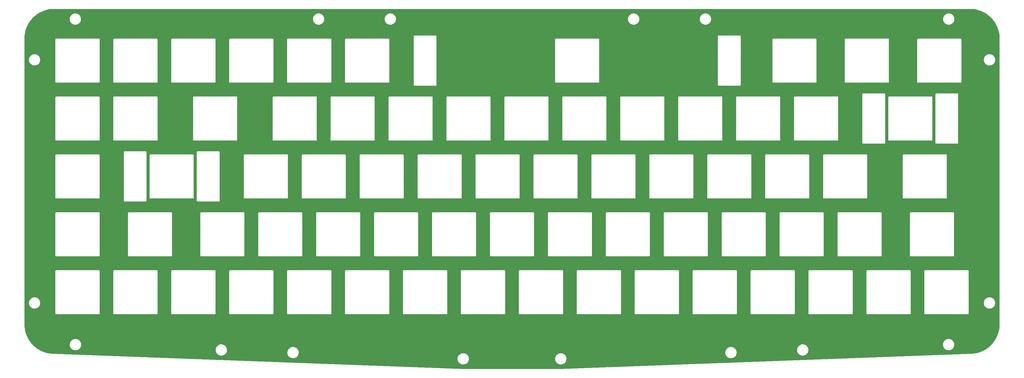
<source format=gbl>
%TF.GenerationSoftware,KiCad,Pcbnew,(6.0.11-0)*%
%TF.CreationDate,2023-07-18T22:07:45+01:00*%
%TF.ProjectId,ltbs-top,6c746273-2d74-46f7-902e-6b696361645f,0.3*%
%TF.SameCoordinates,Original*%
%TF.FileFunction,Copper,L2,Bot*%
%TF.FilePolarity,Positive*%
%FSLAX46Y46*%
G04 Gerber Fmt 4.6, Leading zero omitted, Abs format (unit mm)*
G04 Created by KiCad (PCBNEW (6.0.11-0)) date 2023-07-18 22:07:45*
%MOMM*%
%LPD*%
G01*
G04 APERTURE LIST*
G04 APERTURE END LIST*
%TA.AperFunction,NonConductor*%
G36*
X332987496Y-22652921D02*
G01*
X332987828Y-22652987D01*
X332987829Y-22652987D01*
X333000000Y-22655408D01*
X333012170Y-22652987D01*
X333018853Y-22652987D01*
X333035748Y-22651580D01*
X333155960Y-22655212D01*
X333584868Y-22668172D01*
X333592452Y-22668632D01*
X333833435Y-22690530D01*
X334171372Y-22721240D01*
X334178928Y-22722157D01*
X334753635Y-22809626D01*
X334761121Y-22810998D01*
X335329494Y-22933006D01*
X335336884Y-22934828D01*
X335896831Y-23090925D01*
X335904097Y-23093189D01*
X336453624Y-23282818D01*
X336460728Y-23285512D01*
X336752742Y-23406468D01*
X336997804Y-23507976D01*
X337004745Y-23511100D01*
X337527397Y-23765580D01*
X337534136Y-23769117D01*
X338040478Y-24054695D01*
X338046977Y-24058623D01*
X338267318Y-24201085D01*
X338535150Y-24374252D01*
X338541413Y-24378575D01*
X339009630Y-24723095D01*
X339015615Y-24727784D01*
X339109558Y-24806075D01*
X339462188Y-25099956D01*
X339467885Y-25105003D01*
X339634115Y-25261481D01*
X339891176Y-25503462D01*
X339896538Y-25508824D01*
X340063442Y-25686129D01*
X340294997Y-25932115D01*
X340300044Y-25937812D01*
X340390750Y-26046651D01*
X340613451Y-26313871D01*
X340672211Y-26384378D01*
X340676905Y-26390370D01*
X341021425Y-26858587D01*
X341025748Y-26864850D01*
X341238512Y-27193925D01*
X341341372Y-27353016D01*
X341345305Y-27359522D01*
X341522145Y-27673067D01*
X341630883Y-27865864D01*
X341634420Y-27872603D01*
X341888900Y-28395255D01*
X341892024Y-28402196D01*
X342114483Y-28939259D01*
X342117182Y-28946376D01*
X342306811Y-29495903D01*
X342309075Y-29503169D01*
X342465172Y-30063116D01*
X342466994Y-30070506D01*
X342589002Y-30638879D01*
X342590374Y-30646365D01*
X342677843Y-31221072D01*
X342678760Y-31228628D01*
X342700640Y-31469399D01*
X342728939Y-31780808D01*
X342731368Y-31807541D01*
X342731828Y-31815139D01*
X342748420Y-32364252D01*
X342747013Y-32381147D01*
X342747013Y-32387830D01*
X342744592Y-32400000D01*
X342747013Y-32412171D01*
X342747013Y-32412172D01*
X342747079Y-32412504D01*
X342749500Y-32437085D01*
X342749500Y-126362915D01*
X342747079Y-126387496D01*
X342744592Y-126400000D01*
X342747013Y-126412170D01*
X342747013Y-126418853D01*
X342748420Y-126435748D01*
X342731828Y-126984861D01*
X342731368Y-126992452D01*
X342709470Y-127233435D01*
X342678760Y-127571372D01*
X342677843Y-127578928D01*
X342590374Y-128153635D01*
X342589002Y-128161121D01*
X342466994Y-128729494D01*
X342465172Y-128736884D01*
X342309075Y-129296831D01*
X342306811Y-129304097D01*
X342117182Y-129853624D01*
X342114483Y-129860741D01*
X341892024Y-130397804D01*
X341888900Y-130404745D01*
X341634420Y-130927397D01*
X341630883Y-130934136D01*
X341353623Y-131425731D01*
X341345310Y-131440470D01*
X341341377Y-131446977D01*
X341084086Y-131844920D01*
X341025748Y-131935150D01*
X341021425Y-131941413D01*
X340705928Y-132370187D01*
X340676905Y-132409630D01*
X340672211Y-132415622D01*
X340300044Y-132862188D01*
X340294997Y-132867885D01*
X340112218Y-133062055D01*
X339896538Y-133291176D01*
X339891176Y-133296538D01*
X339756182Y-133423613D01*
X339467885Y-133694997D01*
X339462188Y-133700044D01*
X339232877Y-133891151D01*
X339040308Y-134051638D01*
X339015622Y-134072211D01*
X339009637Y-134076900D01*
X338865994Y-134182594D01*
X338541413Y-134421425D01*
X338535150Y-134425748D01*
X338098903Y-134707804D01*
X338046984Y-134741372D01*
X338040478Y-134745305D01*
X337792424Y-134885208D01*
X337534136Y-135030883D01*
X337527397Y-135034420D01*
X337004745Y-135288900D01*
X336997804Y-135292024D01*
X336830026Y-135361520D01*
X336460728Y-135514488D01*
X336453624Y-135517182D01*
X335904097Y-135706811D01*
X335896831Y-135709075D01*
X335336884Y-135865172D01*
X335329494Y-135866994D01*
X334761121Y-135989002D01*
X334753635Y-135990374D01*
X334178928Y-136077843D01*
X334171372Y-136078760D01*
X333833435Y-136109470D01*
X333592452Y-136131368D01*
X333584868Y-136131828D01*
X333162436Y-136144592D01*
X333035748Y-136148420D01*
X333018853Y-136147013D01*
X333012170Y-136147013D01*
X333000000Y-136144592D01*
X332987830Y-136147013D01*
X332987826Y-136147013D01*
X332980607Y-136148449D01*
X332960690Y-136150784D01*
X198443216Y-141133856D01*
X198438552Y-141133942D01*
X166361448Y-141133942D01*
X166356784Y-141133856D01*
X77076103Y-137826538D01*
X164499493Y-137826538D01*
X164524999Y-138093874D01*
X164588829Y-138354728D01*
X164689647Y-138603635D01*
X164825340Y-138835381D01*
X164828193Y-138838948D01*
X164939690Y-138978368D01*
X164993066Y-139045112D01*
X165189311Y-139228434D01*
X165281504Y-139292391D01*
X165406211Y-139378904D01*
X165406216Y-139378907D01*
X165409964Y-139381507D01*
X165414049Y-139383539D01*
X165414052Y-139383541D01*
X165530183Y-139441315D01*
X165650403Y-139501123D01*
X165654737Y-139502544D01*
X165654740Y-139502545D01*
X165901258Y-139583358D01*
X165901263Y-139583359D01*
X165905591Y-139584778D01*
X165910082Y-139585558D01*
X165910083Y-139585558D01*
X166166401Y-139630063D01*
X166166409Y-139630064D01*
X166170182Y-139630719D01*
X166174019Y-139630910D01*
X166253461Y-139634865D01*
X166253469Y-139634865D01*
X166255032Y-139634943D01*
X166422688Y-139634943D01*
X166424956Y-139634778D01*
X166424968Y-139634778D01*
X166555288Y-139625322D01*
X166622311Y-139620459D01*
X166626766Y-139619475D01*
X166626769Y-139619475D01*
X166880085Y-139563548D01*
X166880089Y-139563547D01*
X166884545Y-139562563D01*
X167052082Y-139499089D01*
X167131406Y-139469036D01*
X167131409Y-139469035D01*
X167135676Y-139467418D01*
X167370441Y-139337017D01*
X167512719Y-139228434D01*
X167580298Y-139176860D01*
X167580302Y-139176856D01*
X167583923Y-139174093D01*
X167771650Y-138982057D01*
X167929690Y-138764934D01*
X168016778Y-138599406D01*
X168052605Y-138531311D01*
X168052608Y-138531305D01*
X168054730Y-138527271D01*
X168114168Y-138358958D01*
X168142630Y-138278359D01*
X168142630Y-138278358D01*
X168144153Y-138274046D01*
X168196085Y-138010565D01*
X168196312Y-138006009D01*
X168205246Y-137826538D01*
X196590563Y-137826538D01*
X196616069Y-138093874D01*
X196679899Y-138354728D01*
X196780717Y-138603635D01*
X196916410Y-138835381D01*
X196919263Y-138838948D01*
X197030760Y-138978368D01*
X197084136Y-139045112D01*
X197280381Y-139228434D01*
X197372574Y-139292391D01*
X197497281Y-139378904D01*
X197497286Y-139378907D01*
X197501034Y-139381507D01*
X197505119Y-139383539D01*
X197505122Y-139383541D01*
X197621253Y-139441315D01*
X197741473Y-139501123D01*
X197745807Y-139502544D01*
X197745810Y-139502545D01*
X197992328Y-139583358D01*
X197992333Y-139583359D01*
X197996661Y-139584778D01*
X198001152Y-139585558D01*
X198001153Y-139585558D01*
X198257471Y-139630063D01*
X198257479Y-139630064D01*
X198261252Y-139630719D01*
X198265089Y-139630910D01*
X198344531Y-139634865D01*
X198344539Y-139634865D01*
X198346102Y-139634943D01*
X198513758Y-139634943D01*
X198516026Y-139634778D01*
X198516038Y-139634778D01*
X198646358Y-139625322D01*
X198713381Y-139620459D01*
X198717836Y-139619475D01*
X198717839Y-139619475D01*
X198971155Y-139563548D01*
X198971159Y-139563547D01*
X198975615Y-139562563D01*
X199143152Y-139499089D01*
X199222476Y-139469036D01*
X199222479Y-139469035D01*
X199226746Y-139467418D01*
X199461511Y-139337017D01*
X199603789Y-139228434D01*
X199671368Y-139176860D01*
X199671372Y-139176856D01*
X199674993Y-139174093D01*
X199862720Y-138982057D01*
X200020760Y-138764934D01*
X200107848Y-138599406D01*
X200143675Y-138531311D01*
X200143678Y-138531305D01*
X200145800Y-138527271D01*
X200205238Y-138358958D01*
X200233700Y-138278359D01*
X200233700Y-138278358D01*
X200235223Y-138274046D01*
X200287155Y-138010565D01*
X200287382Y-138006009D01*
X200300280Y-137746917D01*
X200300280Y-137746911D01*
X200300507Y-137742348D01*
X200275001Y-137475012D01*
X200228499Y-137284970D01*
X200212256Y-137218592D01*
X200211171Y-137214158D01*
X200174983Y-137124813D01*
X200112066Y-136969480D01*
X200112066Y-136969479D01*
X200110353Y-136965251D01*
X199974660Y-136733505D01*
X199863746Y-136594814D01*
X199809786Y-136527340D01*
X199809785Y-136527338D01*
X199806934Y-136523774D01*
X199610689Y-136340452D01*
X199450971Y-136229651D01*
X199393789Y-136189982D01*
X199393784Y-136189979D01*
X199390036Y-136187379D01*
X199385951Y-136185347D01*
X199385948Y-136185345D01*
X199171008Y-136078415D01*
X199149597Y-136067763D01*
X199145263Y-136066342D01*
X199145260Y-136066341D01*
X198898742Y-135985528D01*
X198898737Y-135985527D01*
X198894409Y-135984108D01*
X198889917Y-135983328D01*
X198633599Y-135938823D01*
X198633591Y-135938822D01*
X198629818Y-135938167D01*
X198621157Y-135937736D01*
X198546539Y-135934021D01*
X198546531Y-135934021D01*
X198544968Y-135933943D01*
X198377312Y-135933943D01*
X198375044Y-135934108D01*
X198375032Y-135934108D01*
X198244712Y-135943564D01*
X198177689Y-135948427D01*
X198173234Y-135949411D01*
X198173231Y-135949411D01*
X197919915Y-136005338D01*
X197919911Y-136005339D01*
X197915455Y-136006323D01*
X197833759Y-136037275D01*
X197668594Y-136099850D01*
X197668591Y-136099851D01*
X197664324Y-136101468D01*
X197429559Y-136231869D01*
X197425927Y-136234641D01*
X197219702Y-136392026D01*
X197219698Y-136392030D01*
X197216077Y-136394793D01*
X197212892Y-136398051D01*
X197212891Y-136398052D01*
X197141663Y-136470915D01*
X197028350Y-136586829D01*
X197025665Y-136590518D01*
X196888190Y-136779388D01*
X196870310Y-136803952D01*
X196868186Y-136807990D01*
X196747395Y-137037575D01*
X196747392Y-137037581D01*
X196745270Y-137041615D01*
X196743750Y-137045920D01*
X196743748Y-137045924D01*
X196684339Y-137214158D01*
X196655847Y-137294840D01*
X196648623Y-137331494D01*
X196608959Y-137532731D01*
X196603915Y-137558321D01*
X196603688Y-137562874D01*
X196603688Y-137562877D01*
X196594527Y-137746917D01*
X196590563Y-137826538D01*
X168205246Y-137826538D01*
X168209210Y-137746917D01*
X168209210Y-137746911D01*
X168209437Y-137742348D01*
X168183931Y-137475012D01*
X168137429Y-137284970D01*
X168121186Y-137218592D01*
X168120101Y-137214158D01*
X168083913Y-137124813D01*
X168020996Y-136969480D01*
X168020996Y-136969479D01*
X168019283Y-136965251D01*
X167883590Y-136733505D01*
X167772676Y-136594814D01*
X167718716Y-136527340D01*
X167718715Y-136527338D01*
X167715864Y-136523774D01*
X167519619Y-136340452D01*
X167359901Y-136229651D01*
X167302719Y-136189982D01*
X167302714Y-136189979D01*
X167298966Y-136187379D01*
X167294881Y-136185347D01*
X167294878Y-136185345D01*
X167079938Y-136078415D01*
X167058527Y-136067763D01*
X167054193Y-136066342D01*
X167054190Y-136066341D01*
X166807672Y-135985528D01*
X166807667Y-135985527D01*
X166803339Y-135984108D01*
X166798847Y-135983328D01*
X166542529Y-135938823D01*
X166542521Y-135938822D01*
X166538748Y-135938167D01*
X166530087Y-135937736D01*
X166455469Y-135934021D01*
X166455461Y-135934021D01*
X166453898Y-135933943D01*
X166286242Y-135933943D01*
X166283974Y-135934108D01*
X166283962Y-135934108D01*
X166153642Y-135943564D01*
X166086619Y-135948427D01*
X166082164Y-135949411D01*
X166082161Y-135949411D01*
X165828845Y-136005338D01*
X165828841Y-136005339D01*
X165824385Y-136006323D01*
X165742689Y-136037275D01*
X165577524Y-136099850D01*
X165577521Y-136099851D01*
X165573254Y-136101468D01*
X165338489Y-136231869D01*
X165334857Y-136234641D01*
X165128632Y-136392026D01*
X165128628Y-136392030D01*
X165125007Y-136394793D01*
X165121822Y-136398051D01*
X165121821Y-136398052D01*
X165050593Y-136470915D01*
X164937280Y-136586829D01*
X164934595Y-136590518D01*
X164797120Y-136779388D01*
X164779240Y-136803952D01*
X164777116Y-136807990D01*
X164656325Y-137037575D01*
X164656322Y-137037581D01*
X164654200Y-137041615D01*
X164652680Y-137045920D01*
X164652678Y-137045924D01*
X164593269Y-137214158D01*
X164564777Y-137294840D01*
X164557553Y-137331494D01*
X164517889Y-137532731D01*
X164512845Y-137558321D01*
X164512618Y-137562874D01*
X164512618Y-137562877D01*
X164503457Y-137746917D01*
X164499493Y-137826538D01*
X77076103Y-137826538D01*
X31839310Y-136150784D01*
X31819393Y-136148449D01*
X31812174Y-136147013D01*
X31812170Y-136147013D01*
X31800000Y-136144592D01*
X31787830Y-136147013D01*
X31781147Y-136147013D01*
X31764252Y-136148420D01*
X31637564Y-136144592D01*
X31215132Y-136131828D01*
X31207548Y-136131368D01*
X30966565Y-136109470D01*
X30628628Y-136078760D01*
X30621072Y-136077843D01*
X30046365Y-135990374D01*
X30038879Y-135989002D01*
X29470506Y-135866994D01*
X29463116Y-135865172D01*
X28903169Y-135709075D01*
X28895903Y-135706811D01*
X28346376Y-135517182D01*
X28339272Y-135514488D01*
X27969974Y-135361520D01*
X27802196Y-135292024D01*
X27795255Y-135288900D01*
X27272603Y-135034420D01*
X27265864Y-135030883D01*
X27007576Y-134885208D01*
X26759522Y-134745305D01*
X26753016Y-134741372D01*
X26701098Y-134707804D01*
X26264850Y-134425748D01*
X26258587Y-134421425D01*
X25934006Y-134182594D01*
X25790363Y-134076900D01*
X25784378Y-134072211D01*
X25759693Y-134051638D01*
X25567123Y-133891151D01*
X25337812Y-133700044D01*
X25332115Y-133694997D01*
X25043818Y-133423613D01*
X24908824Y-133296538D01*
X24903462Y-133291176D01*
X24771322Y-133150801D01*
X36985190Y-133150801D01*
X37010696Y-133418137D01*
X37074526Y-133678991D01*
X37076238Y-133683217D01*
X37076239Y-133683221D01*
X37142668Y-133847225D01*
X37175344Y-133927898D01*
X37311037Y-134159644D01*
X37313890Y-134163211D01*
X37460074Y-134346005D01*
X37478763Y-134369375D01*
X37675008Y-134552697D01*
X37767201Y-134616654D01*
X37891908Y-134703167D01*
X37891913Y-134703170D01*
X37895661Y-134705770D01*
X37899746Y-134707802D01*
X37899749Y-134707804D01*
X37996513Y-134755943D01*
X38136100Y-134825386D01*
X38140434Y-134826807D01*
X38140437Y-134826808D01*
X38386955Y-134907621D01*
X38386960Y-134907622D01*
X38391288Y-134909041D01*
X38395779Y-134909821D01*
X38395780Y-134909821D01*
X38652098Y-134954326D01*
X38652106Y-134954327D01*
X38655879Y-134954982D01*
X38659716Y-134955173D01*
X38739158Y-134959128D01*
X38739166Y-134959128D01*
X38740729Y-134959206D01*
X38908385Y-134959206D01*
X38910653Y-134959041D01*
X38910665Y-134959041D01*
X39040985Y-134949585D01*
X39108008Y-134944722D01*
X39112463Y-134943738D01*
X39112466Y-134943738D01*
X39266642Y-134909699D01*
X84952953Y-134909699D01*
X84978459Y-135177035D01*
X84979544Y-135181469D01*
X84979545Y-135181475D01*
X84995646Y-135247275D01*
X85042289Y-135437889D01*
X85044001Y-135442115D01*
X85044002Y-135442119D01*
X85069988Y-135506274D01*
X85143107Y-135686796D01*
X85278800Y-135918542D01*
X85349000Y-136006323D01*
X85425090Y-136101468D01*
X85446526Y-136128273D01*
X85642771Y-136311595D01*
X85680622Y-136337853D01*
X85859671Y-136462065D01*
X85859676Y-136462068D01*
X85863424Y-136464668D01*
X85867509Y-136466700D01*
X85867512Y-136466702D01*
X85892763Y-136479264D01*
X86103863Y-136584284D01*
X86108197Y-136585705D01*
X86108200Y-136585706D01*
X86354718Y-136666519D01*
X86354723Y-136666520D01*
X86359051Y-136667939D01*
X86363542Y-136668719D01*
X86363543Y-136668719D01*
X86619861Y-136713224D01*
X86619869Y-136713225D01*
X86623642Y-136713880D01*
X86627479Y-136714071D01*
X86706921Y-136718026D01*
X86706929Y-136718026D01*
X86708492Y-136718104D01*
X86876148Y-136718104D01*
X86878416Y-136717939D01*
X86878428Y-136717939D01*
X87008748Y-136708483D01*
X87075771Y-136703620D01*
X87080226Y-136702636D01*
X87080229Y-136702636D01*
X87333545Y-136646709D01*
X87333549Y-136646708D01*
X87338005Y-136645724D01*
X87505542Y-136582250D01*
X87584866Y-136552197D01*
X87584869Y-136552196D01*
X87589136Y-136550579D01*
X87823901Y-136420178D01*
X87924291Y-136343563D01*
X88033758Y-136260021D01*
X88033762Y-136260017D01*
X88037383Y-136257254D01*
X88107679Y-136185345D01*
X88221924Y-136068477D01*
X88225110Y-136065218D01*
X88383150Y-135848095D01*
X88421875Y-135774491D01*
X108537103Y-135774491D01*
X108562609Y-136041827D01*
X108563694Y-136046261D01*
X108563695Y-136046267D01*
X108609790Y-136234641D01*
X108626439Y-136302681D01*
X108628151Y-136306907D01*
X108628152Y-136306911D01*
X108725544Y-136547359D01*
X108727257Y-136551588D01*
X108862950Y-136783334D01*
X108865803Y-136786901D01*
X109011815Y-136969480D01*
X109030676Y-136993065D01*
X109226921Y-137176387D01*
X109287759Y-137218592D01*
X109443821Y-137326857D01*
X109443826Y-137326860D01*
X109447574Y-137329460D01*
X109451659Y-137331492D01*
X109451662Y-137331494D01*
X109567794Y-137389268D01*
X109688013Y-137449076D01*
X109692347Y-137450497D01*
X109692350Y-137450498D01*
X109938868Y-137531311D01*
X109938873Y-137531312D01*
X109943201Y-137532731D01*
X109947692Y-137533511D01*
X109947693Y-137533511D01*
X110204011Y-137578016D01*
X110204019Y-137578017D01*
X110207792Y-137578672D01*
X110211629Y-137578863D01*
X110291071Y-137582818D01*
X110291079Y-137582818D01*
X110292642Y-137582896D01*
X110460298Y-137582896D01*
X110462566Y-137582731D01*
X110462578Y-137582731D01*
X110592898Y-137573275D01*
X110659921Y-137568412D01*
X110664376Y-137567428D01*
X110664379Y-137567428D01*
X110917695Y-137511501D01*
X110917699Y-137511500D01*
X110922155Y-137510516D01*
X111089692Y-137447042D01*
X111169016Y-137416989D01*
X111169019Y-137416988D01*
X111173286Y-137415371D01*
X111408051Y-137284970D01*
X111550329Y-137176387D01*
X111617908Y-137124813D01*
X111617912Y-137124809D01*
X111621533Y-137122046D01*
X111809260Y-136930010D01*
X111898076Y-136807990D01*
X111964613Y-136716579D01*
X111964615Y-136716576D01*
X111967300Y-136712887D01*
X112052694Y-136550579D01*
X112090215Y-136479264D01*
X112090218Y-136479258D01*
X112092340Y-136475224D01*
X112095350Y-136466702D01*
X112180240Y-136226312D01*
X112180240Y-136226311D01*
X112181763Y-136221999D01*
X112212443Y-136066341D01*
X112232814Y-135962990D01*
X112232815Y-135962984D01*
X112233695Y-135958518D01*
X112233922Y-135953962D01*
X112242856Y-135774491D01*
X252552953Y-135774491D01*
X252578459Y-136041827D01*
X252579544Y-136046261D01*
X252579545Y-136046267D01*
X252625640Y-136234641D01*
X252642289Y-136302681D01*
X252644001Y-136306907D01*
X252644002Y-136306911D01*
X252741394Y-136547359D01*
X252743107Y-136551588D01*
X252878800Y-136783334D01*
X252881653Y-136786901D01*
X253027665Y-136969480D01*
X253046526Y-136993065D01*
X253242771Y-137176387D01*
X253303609Y-137218592D01*
X253459671Y-137326857D01*
X253459676Y-137326860D01*
X253463424Y-137329460D01*
X253467509Y-137331492D01*
X253467512Y-137331494D01*
X253583644Y-137389268D01*
X253703863Y-137449076D01*
X253708197Y-137450497D01*
X253708200Y-137450498D01*
X253954718Y-137531311D01*
X253954723Y-137531312D01*
X253959051Y-137532731D01*
X253963542Y-137533511D01*
X253963543Y-137533511D01*
X254219861Y-137578016D01*
X254219869Y-137578017D01*
X254223642Y-137578672D01*
X254227479Y-137578863D01*
X254306921Y-137582818D01*
X254306929Y-137582818D01*
X254308492Y-137582896D01*
X254476148Y-137582896D01*
X254478416Y-137582731D01*
X254478428Y-137582731D01*
X254608748Y-137573275D01*
X254675771Y-137568412D01*
X254680226Y-137567428D01*
X254680229Y-137567428D01*
X254933545Y-137511501D01*
X254933549Y-137511500D01*
X254938005Y-137510516D01*
X255105542Y-137447042D01*
X255184866Y-137416989D01*
X255184869Y-137416988D01*
X255189136Y-137415371D01*
X255423901Y-137284970D01*
X255566179Y-137176387D01*
X255633758Y-137124813D01*
X255633762Y-137124809D01*
X255637383Y-137122046D01*
X255825110Y-136930010D01*
X255913926Y-136807990D01*
X255980463Y-136716579D01*
X255980465Y-136716576D01*
X255983150Y-136712887D01*
X256068544Y-136550579D01*
X256106065Y-136479264D01*
X256106068Y-136479258D01*
X256108190Y-136475224D01*
X256111200Y-136466702D01*
X256196090Y-136226312D01*
X256196090Y-136226311D01*
X256197613Y-136221999D01*
X256228293Y-136066341D01*
X256248664Y-135962990D01*
X256248665Y-135962984D01*
X256249545Y-135958518D01*
X256249772Y-135953962D01*
X256262670Y-135694870D01*
X256262670Y-135694864D01*
X256262897Y-135690301D01*
X256237391Y-135422965D01*
X256221301Y-135357207D01*
X256173561Y-135162111D01*
X256147674Y-135098198D01*
X256074456Y-134917433D01*
X256074456Y-134917432D01*
X256072743Y-134913204D01*
X256070691Y-134909699D01*
X276137103Y-134909699D01*
X276162609Y-135177035D01*
X276163694Y-135181469D01*
X276163695Y-135181475D01*
X276179796Y-135247275D01*
X276226439Y-135437889D01*
X276228151Y-135442115D01*
X276228152Y-135442119D01*
X276254138Y-135506274D01*
X276327257Y-135686796D01*
X276462950Y-135918542D01*
X276533150Y-136006323D01*
X276609240Y-136101468D01*
X276630676Y-136128273D01*
X276826921Y-136311595D01*
X276864772Y-136337853D01*
X277043821Y-136462065D01*
X277043826Y-136462068D01*
X277047574Y-136464668D01*
X277051659Y-136466700D01*
X277051662Y-136466702D01*
X277076913Y-136479264D01*
X277288013Y-136584284D01*
X277292347Y-136585705D01*
X277292350Y-136585706D01*
X277538868Y-136666519D01*
X277538873Y-136666520D01*
X277543201Y-136667939D01*
X277547692Y-136668719D01*
X277547693Y-136668719D01*
X277804011Y-136713224D01*
X277804019Y-136713225D01*
X277807792Y-136713880D01*
X277811629Y-136714071D01*
X277891071Y-136718026D01*
X277891079Y-136718026D01*
X277892642Y-136718104D01*
X278060298Y-136718104D01*
X278062566Y-136717939D01*
X278062578Y-136717939D01*
X278192898Y-136708483D01*
X278259921Y-136703620D01*
X278264376Y-136702636D01*
X278264379Y-136702636D01*
X278517695Y-136646709D01*
X278517699Y-136646708D01*
X278522155Y-136645724D01*
X278689692Y-136582250D01*
X278769016Y-136552197D01*
X278769019Y-136552196D01*
X278773286Y-136550579D01*
X279008051Y-136420178D01*
X279108441Y-136343563D01*
X279217908Y-136260021D01*
X279217912Y-136260017D01*
X279221533Y-136257254D01*
X279291829Y-136185345D01*
X279406074Y-136068477D01*
X279409260Y-136065218D01*
X279567300Y-135848095D01*
X279640442Y-135709075D01*
X279690215Y-135614472D01*
X279690218Y-135614466D01*
X279692340Y-135610432D01*
X279751778Y-135442119D01*
X279780240Y-135361520D01*
X279780240Y-135361519D01*
X279781763Y-135357207D01*
X279817275Y-135177035D01*
X279832814Y-135098198D01*
X279832815Y-135098192D01*
X279833695Y-135093726D01*
X279833922Y-135089170D01*
X279846820Y-134830078D01*
X279846820Y-134830072D01*
X279847047Y-134825509D01*
X279821541Y-134558173D01*
X279815818Y-134534782D01*
X279758796Y-134301753D01*
X279757711Y-134297319D01*
X279754101Y-134288405D01*
X279658606Y-134052641D01*
X279658606Y-134052640D01*
X279656893Y-134048412D01*
X279521200Y-133816666D01*
X279407553Y-133674557D01*
X279356326Y-133610501D01*
X279356325Y-133610499D01*
X279353474Y-133606935D01*
X279157229Y-133423613D01*
X279035693Y-133339300D01*
X278940329Y-133273143D01*
X278940324Y-133273140D01*
X278936576Y-133270540D01*
X278932491Y-133268508D01*
X278932488Y-133268506D01*
X278760635Y-133183011D01*
X278696137Y-133150924D01*
X278695762Y-133150801D01*
X324104866Y-133150801D01*
X324130372Y-133418137D01*
X324194202Y-133678991D01*
X324195914Y-133683217D01*
X324195915Y-133683221D01*
X324262344Y-133847225D01*
X324295020Y-133927898D01*
X324430713Y-134159644D01*
X324433566Y-134163211D01*
X324579750Y-134346005D01*
X324598439Y-134369375D01*
X324794684Y-134552697D01*
X324886877Y-134616654D01*
X325011584Y-134703167D01*
X325011589Y-134703170D01*
X325015337Y-134705770D01*
X325019422Y-134707802D01*
X325019425Y-134707804D01*
X325116189Y-134755943D01*
X325255776Y-134825386D01*
X325260110Y-134826807D01*
X325260113Y-134826808D01*
X325506631Y-134907621D01*
X325506636Y-134907622D01*
X325510964Y-134909041D01*
X325515455Y-134909821D01*
X325515456Y-134909821D01*
X325771774Y-134954326D01*
X325771782Y-134954327D01*
X325775555Y-134954982D01*
X325779392Y-134955173D01*
X325858834Y-134959128D01*
X325858842Y-134959128D01*
X325860405Y-134959206D01*
X326028061Y-134959206D01*
X326030329Y-134959041D01*
X326030341Y-134959041D01*
X326160661Y-134949585D01*
X326227684Y-134944722D01*
X326232139Y-134943738D01*
X326232142Y-134943738D01*
X326485458Y-134887811D01*
X326485462Y-134887810D01*
X326489918Y-134886826D01*
X326648333Y-134826808D01*
X326736779Y-134793299D01*
X326736782Y-134793298D01*
X326741049Y-134791681D01*
X326975814Y-134661280D01*
X327027704Y-134621679D01*
X327185671Y-134501123D01*
X327185675Y-134501119D01*
X327189296Y-134498356D01*
X327214370Y-134472707D01*
X327373837Y-134309579D01*
X327377023Y-134306320D01*
X327486658Y-134155698D01*
X327532376Y-134092889D01*
X327532378Y-134092886D01*
X327535063Y-134089197D01*
X327635991Y-133897364D01*
X327657978Y-133855574D01*
X327657981Y-133855568D01*
X327660103Y-133851534D01*
X327719541Y-133683221D01*
X327748003Y-133602622D01*
X327748003Y-133602621D01*
X327749526Y-133598309D01*
X327801458Y-133334828D01*
X327804529Y-133273143D01*
X327814583Y-133071180D01*
X327814583Y-133071174D01*
X327814810Y-133066611D01*
X327789304Y-132799275D01*
X327725474Y-132538421D01*
X327624656Y-132289514D01*
X327488963Y-132057768D01*
X327378049Y-131919077D01*
X327324089Y-131851603D01*
X327324088Y-131851601D01*
X327321237Y-131848037D01*
X327124992Y-131664715D01*
X326965274Y-131553914D01*
X326908092Y-131514245D01*
X326908087Y-131514242D01*
X326904339Y-131511642D01*
X326900254Y-131509610D01*
X326900251Y-131509608D01*
X326728398Y-131424113D01*
X326663900Y-131392026D01*
X326659566Y-131390605D01*
X326659563Y-131390604D01*
X326413045Y-131309791D01*
X326413040Y-131309790D01*
X326408712Y-131308371D01*
X326404220Y-131307591D01*
X326147902Y-131263086D01*
X326147894Y-131263085D01*
X326144121Y-131262430D01*
X326135460Y-131261999D01*
X326060842Y-131258284D01*
X326060834Y-131258284D01*
X326059271Y-131258206D01*
X325891615Y-131258206D01*
X325889347Y-131258371D01*
X325889335Y-131258371D01*
X325759015Y-131267827D01*
X325691992Y-131272690D01*
X325687537Y-131273674D01*
X325687534Y-131273674D01*
X325434218Y-131329601D01*
X325434214Y-131329602D01*
X325429758Y-131330586D01*
X325304193Y-131378158D01*
X325182897Y-131424113D01*
X325182894Y-131424114D01*
X325178627Y-131425731D01*
X324943862Y-131556132D01*
X324940230Y-131558904D01*
X324734005Y-131716289D01*
X324734001Y-131716293D01*
X324730380Y-131719056D01*
X324542653Y-131911092D01*
X324384613Y-132128215D01*
X324382489Y-132132253D01*
X324261698Y-132361838D01*
X324261695Y-132361844D01*
X324259573Y-132365878D01*
X324258053Y-132370183D01*
X324258051Y-132370187D01*
X324198642Y-132538421D01*
X324170150Y-132619103D01*
X324118218Y-132882584D01*
X324117991Y-132887137D01*
X324117991Y-132887140D01*
X324107838Y-133091102D01*
X324104866Y-133150801D01*
X278695762Y-133150801D01*
X278691803Y-133149503D01*
X278691800Y-133149502D01*
X278445282Y-133068689D01*
X278445277Y-133068688D01*
X278440949Y-133067269D01*
X278410920Y-133062055D01*
X278180139Y-133021984D01*
X278180131Y-133021983D01*
X278176358Y-133021328D01*
X278167697Y-133020897D01*
X278093079Y-133017182D01*
X278093071Y-133017182D01*
X278091508Y-133017104D01*
X277923852Y-133017104D01*
X277921584Y-133017269D01*
X277921572Y-133017269D01*
X277791252Y-133026725D01*
X277724229Y-133031588D01*
X277719774Y-133032572D01*
X277719771Y-133032572D01*
X277466455Y-133088499D01*
X277466451Y-133088500D01*
X277461995Y-133089484D01*
X277336430Y-133137056D01*
X277215134Y-133183011D01*
X277215131Y-133183012D01*
X277210864Y-133184629D01*
X276976099Y-133315030D01*
X276972467Y-133317802D01*
X276766242Y-133475187D01*
X276766238Y-133475191D01*
X276762617Y-133477954D01*
X276574890Y-133669990D01*
X276556688Y-133694997D01*
X276420591Y-133881974D01*
X276416850Y-133887113D01*
X276393320Y-133931837D01*
X276293935Y-134120736D01*
X276293932Y-134120742D01*
X276291810Y-134124776D01*
X276290290Y-134129081D01*
X276290288Y-134129085D01*
X276230879Y-134297319D01*
X276202387Y-134378001D01*
X276183211Y-134475293D01*
X276171486Y-134534782D01*
X276150455Y-134641482D01*
X276150228Y-134646035D01*
X276150228Y-134646038D01*
X276138193Y-134887811D01*
X276137103Y-134909699D01*
X256070691Y-134909699D01*
X255937050Y-134681458D01*
X255826136Y-134542767D01*
X255772176Y-134475293D01*
X255772175Y-134475291D01*
X255769324Y-134471727D01*
X255573079Y-134288405D01*
X255413361Y-134177604D01*
X255356179Y-134137935D01*
X255356174Y-134137932D01*
X255352426Y-134135332D01*
X255348341Y-134133300D01*
X255348338Y-134133298D01*
X255225547Y-134072211D01*
X255111987Y-134015716D01*
X255107653Y-134014295D01*
X255107650Y-134014294D01*
X254861132Y-133933481D01*
X254861127Y-133933480D01*
X254856799Y-133932061D01*
X254832823Y-133927898D01*
X254595989Y-133886776D01*
X254595981Y-133886775D01*
X254592208Y-133886120D01*
X254583547Y-133885689D01*
X254508929Y-133881974D01*
X254508921Y-133881974D01*
X254507358Y-133881896D01*
X254339702Y-133881896D01*
X254337434Y-133882061D01*
X254337422Y-133882061D01*
X254207102Y-133891517D01*
X254140079Y-133896380D01*
X254135624Y-133897364D01*
X254135621Y-133897364D01*
X253882305Y-133953291D01*
X253882301Y-133953292D01*
X253877845Y-133954276D01*
X253752279Y-134001849D01*
X253630984Y-134047803D01*
X253630981Y-134047804D01*
X253626714Y-134049421D01*
X253391949Y-134179822D01*
X253388317Y-134182594D01*
X253182092Y-134339979D01*
X253182088Y-134339983D01*
X253178467Y-134342746D01*
X253175282Y-134346004D01*
X253175281Y-134346005D01*
X253149388Y-134372492D01*
X252990740Y-134534782D01*
X252977700Y-134552697D01*
X252838862Y-134743440D01*
X252832700Y-134751905D01*
X252786432Y-134839847D01*
X252709785Y-134985528D01*
X252709782Y-134985534D01*
X252707660Y-134989568D01*
X252706140Y-134993873D01*
X252706138Y-134993877D01*
X252619760Y-135238480D01*
X252618237Y-135242793D01*
X252595686Y-135357207D01*
X252579784Y-135437889D01*
X252566305Y-135506274D01*
X252566078Y-135510827D01*
X252566078Y-135510830D01*
X252554088Y-135751696D01*
X252552953Y-135774491D01*
X112242856Y-135774491D01*
X112246820Y-135694870D01*
X112246820Y-135694864D01*
X112247047Y-135690301D01*
X112221541Y-135422965D01*
X112205451Y-135357207D01*
X112157711Y-135162111D01*
X112131824Y-135098198D01*
X112058606Y-134917433D01*
X112058606Y-134917432D01*
X112056893Y-134913204D01*
X111921200Y-134681458D01*
X111810286Y-134542767D01*
X111756326Y-134475293D01*
X111756325Y-134475291D01*
X111753474Y-134471727D01*
X111557229Y-134288405D01*
X111397511Y-134177604D01*
X111340329Y-134137935D01*
X111340324Y-134137932D01*
X111336576Y-134135332D01*
X111332491Y-134133300D01*
X111332488Y-134133298D01*
X111209697Y-134072211D01*
X111096137Y-134015716D01*
X111091803Y-134014295D01*
X111091800Y-134014294D01*
X110845282Y-133933481D01*
X110845277Y-133933480D01*
X110840949Y-133932061D01*
X110816973Y-133927898D01*
X110580139Y-133886776D01*
X110580131Y-133886775D01*
X110576358Y-133886120D01*
X110567697Y-133885689D01*
X110493079Y-133881974D01*
X110493071Y-133881974D01*
X110491508Y-133881896D01*
X110323852Y-133881896D01*
X110321584Y-133882061D01*
X110321572Y-133882061D01*
X110191252Y-133891517D01*
X110124229Y-133896380D01*
X110119774Y-133897364D01*
X110119771Y-133897364D01*
X109866455Y-133953291D01*
X109866451Y-133953292D01*
X109861995Y-133954276D01*
X109736430Y-134001848D01*
X109615134Y-134047803D01*
X109615131Y-134047804D01*
X109610864Y-134049421D01*
X109376099Y-134179822D01*
X109372467Y-134182594D01*
X109166242Y-134339979D01*
X109166238Y-134339983D01*
X109162617Y-134342746D01*
X109159432Y-134346004D01*
X109159431Y-134346005D01*
X109133538Y-134372492D01*
X108974890Y-134534782D01*
X108961850Y-134552697D01*
X108823012Y-134743440D01*
X108816850Y-134751905D01*
X108770582Y-134839847D01*
X108693935Y-134985528D01*
X108693932Y-134985534D01*
X108691810Y-134989568D01*
X108690290Y-134993873D01*
X108690288Y-134993877D01*
X108603910Y-135238480D01*
X108602387Y-135242793D01*
X108579836Y-135357207D01*
X108563934Y-135437889D01*
X108550455Y-135506274D01*
X108550228Y-135510827D01*
X108550228Y-135510830D01*
X108538238Y-135751696D01*
X108537103Y-135774491D01*
X88421875Y-135774491D01*
X88456292Y-135709075D01*
X88506065Y-135614472D01*
X88506068Y-135614466D01*
X88508190Y-135610432D01*
X88567628Y-135442119D01*
X88596090Y-135361520D01*
X88596090Y-135361519D01*
X88597613Y-135357207D01*
X88633125Y-135177035D01*
X88648664Y-135098198D01*
X88648665Y-135098192D01*
X88649545Y-135093726D01*
X88649772Y-135089170D01*
X88662670Y-134830078D01*
X88662670Y-134830072D01*
X88662897Y-134825509D01*
X88637391Y-134558173D01*
X88631668Y-134534782D01*
X88574646Y-134301753D01*
X88573561Y-134297319D01*
X88569951Y-134288405D01*
X88474456Y-134052641D01*
X88474456Y-134052640D01*
X88472743Y-134048412D01*
X88337050Y-133816666D01*
X88223403Y-133674557D01*
X88172176Y-133610501D01*
X88172175Y-133610499D01*
X88169324Y-133606935D01*
X87973079Y-133423613D01*
X87851543Y-133339300D01*
X87756179Y-133273143D01*
X87756174Y-133273140D01*
X87752426Y-133270540D01*
X87748341Y-133268508D01*
X87748338Y-133268506D01*
X87576485Y-133183011D01*
X87511987Y-133150924D01*
X87507653Y-133149503D01*
X87507650Y-133149502D01*
X87261132Y-133068689D01*
X87261127Y-133068688D01*
X87256799Y-133067269D01*
X87226770Y-133062055D01*
X86995989Y-133021984D01*
X86995981Y-133021983D01*
X86992208Y-133021328D01*
X86983547Y-133020897D01*
X86908929Y-133017182D01*
X86908921Y-133017182D01*
X86907358Y-133017104D01*
X86739702Y-133017104D01*
X86737434Y-133017269D01*
X86737422Y-133017269D01*
X86607102Y-133026725D01*
X86540079Y-133031588D01*
X86535624Y-133032572D01*
X86535621Y-133032572D01*
X86282305Y-133088499D01*
X86282301Y-133088500D01*
X86277845Y-133089484D01*
X86152280Y-133137056D01*
X86030984Y-133183011D01*
X86030981Y-133183012D01*
X86026714Y-133184629D01*
X85791949Y-133315030D01*
X85788317Y-133317802D01*
X85582092Y-133475187D01*
X85582088Y-133475191D01*
X85578467Y-133477954D01*
X85390740Y-133669990D01*
X85372538Y-133694997D01*
X85236441Y-133881974D01*
X85232700Y-133887113D01*
X85209170Y-133931837D01*
X85109785Y-134120736D01*
X85109782Y-134120742D01*
X85107660Y-134124776D01*
X85106140Y-134129081D01*
X85106138Y-134129085D01*
X85046729Y-134297319D01*
X85018237Y-134378001D01*
X84999061Y-134475293D01*
X84987336Y-134534782D01*
X84966305Y-134641482D01*
X84966078Y-134646035D01*
X84966078Y-134646038D01*
X84954043Y-134887811D01*
X84952953Y-134909699D01*
X39266642Y-134909699D01*
X39365782Y-134887811D01*
X39365786Y-134887810D01*
X39370242Y-134886826D01*
X39528657Y-134826808D01*
X39617103Y-134793299D01*
X39617106Y-134793298D01*
X39621373Y-134791681D01*
X39856138Y-134661280D01*
X39908028Y-134621679D01*
X40065995Y-134501123D01*
X40065999Y-134501119D01*
X40069620Y-134498356D01*
X40094694Y-134472707D01*
X40254161Y-134309579D01*
X40257347Y-134306320D01*
X40366982Y-134155698D01*
X40412700Y-134092889D01*
X40412702Y-134092886D01*
X40415387Y-134089197D01*
X40516315Y-133897364D01*
X40538302Y-133855574D01*
X40538305Y-133855568D01*
X40540427Y-133851534D01*
X40599865Y-133683221D01*
X40628327Y-133602622D01*
X40628327Y-133602621D01*
X40629850Y-133598309D01*
X40681782Y-133334828D01*
X40684853Y-133273143D01*
X40694907Y-133071180D01*
X40694907Y-133071174D01*
X40695134Y-133066611D01*
X40669628Y-132799275D01*
X40605798Y-132538421D01*
X40504980Y-132289514D01*
X40369287Y-132057768D01*
X40258373Y-131919077D01*
X40204413Y-131851603D01*
X40204412Y-131851601D01*
X40201561Y-131848037D01*
X40005316Y-131664715D01*
X39845598Y-131553914D01*
X39788416Y-131514245D01*
X39788411Y-131514242D01*
X39784663Y-131511642D01*
X39780578Y-131509610D01*
X39780575Y-131509608D01*
X39608722Y-131424113D01*
X39544224Y-131392026D01*
X39539890Y-131390605D01*
X39539887Y-131390604D01*
X39293369Y-131309791D01*
X39293364Y-131309790D01*
X39289036Y-131308371D01*
X39284544Y-131307591D01*
X39028226Y-131263086D01*
X39028218Y-131263085D01*
X39024445Y-131262430D01*
X39015784Y-131261999D01*
X38941166Y-131258284D01*
X38941158Y-131258284D01*
X38939595Y-131258206D01*
X38771939Y-131258206D01*
X38769671Y-131258371D01*
X38769659Y-131258371D01*
X38639339Y-131267827D01*
X38572316Y-131272690D01*
X38567861Y-131273674D01*
X38567858Y-131273674D01*
X38314542Y-131329601D01*
X38314538Y-131329602D01*
X38310082Y-131330586D01*
X38184517Y-131378158D01*
X38063221Y-131424113D01*
X38063218Y-131424114D01*
X38058951Y-131425731D01*
X37824186Y-131556132D01*
X37820554Y-131558904D01*
X37614329Y-131716289D01*
X37614325Y-131716293D01*
X37610704Y-131719056D01*
X37422977Y-131911092D01*
X37264937Y-132128215D01*
X37262813Y-132132253D01*
X37142022Y-132361838D01*
X37142019Y-132361844D01*
X37139897Y-132365878D01*
X37138377Y-132370183D01*
X37138375Y-132370187D01*
X37078966Y-132538421D01*
X37050474Y-132619103D01*
X36998542Y-132882584D01*
X36998315Y-132887137D01*
X36998315Y-132887140D01*
X36988162Y-133091102D01*
X36985190Y-133150801D01*
X24771322Y-133150801D01*
X24687782Y-133062055D01*
X24505003Y-132867885D01*
X24499956Y-132862188D01*
X24127789Y-132415622D01*
X24123095Y-132409630D01*
X24094073Y-132370187D01*
X23778575Y-131941413D01*
X23774252Y-131935150D01*
X23715914Y-131844920D01*
X23458623Y-131446977D01*
X23454690Y-131440470D01*
X23446378Y-131425731D01*
X23169117Y-130934136D01*
X23165580Y-130927397D01*
X22911100Y-130404745D01*
X22907976Y-130397804D01*
X22685517Y-129860741D01*
X22682818Y-129853624D01*
X22493189Y-129304097D01*
X22490925Y-129296831D01*
X22334828Y-128736884D01*
X22333006Y-128729494D01*
X22210998Y-128161121D01*
X22209626Y-128153635D01*
X22122157Y-127578928D01*
X22121240Y-127571372D01*
X22090530Y-127233435D01*
X22068632Y-126992452D01*
X22068172Y-126984861D01*
X22051580Y-126435748D01*
X22052987Y-126418853D01*
X22052987Y-126412170D01*
X22055408Y-126400000D01*
X22052921Y-126387496D01*
X22050500Y-126362915D01*
X22050500Y-122875000D01*
X32269592Y-122875000D01*
X32274500Y-122899674D01*
X32289034Y-122972740D01*
X32344399Y-123055601D01*
X32427260Y-123110966D01*
X32525000Y-123130408D01*
X32537171Y-123127987D01*
X32537172Y-123127987D01*
X32537504Y-123127921D01*
X32562085Y-123125500D01*
X46487915Y-123125500D01*
X46512496Y-123127921D01*
X46512828Y-123127987D01*
X46512829Y-123127987D01*
X46525000Y-123130408D01*
X46622740Y-123110966D01*
X46705601Y-123055601D01*
X46760966Y-122972740D01*
X46775500Y-122899674D01*
X46780408Y-122875000D01*
X51319592Y-122875000D01*
X51324500Y-122899674D01*
X51339034Y-122972740D01*
X51394399Y-123055601D01*
X51477260Y-123110966D01*
X51575000Y-123130408D01*
X51587171Y-123127987D01*
X51587172Y-123127987D01*
X51587504Y-123127921D01*
X51612085Y-123125500D01*
X65537915Y-123125500D01*
X65562496Y-123127921D01*
X65562828Y-123127987D01*
X65562829Y-123127987D01*
X65575000Y-123130408D01*
X65672740Y-123110966D01*
X65755601Y-123055601D01*
X65810966Y-122972740D01*
X65825500Y-122899674D01*
X65830408Y-122875000D01*
X70369592Y-122875000D01*
X70374500Y-122899674D01*
X70389034Y-122972740D01*
X70444399Y-123055601D01*
X70527260Y-123110966D01*
X70625000Y-123130408D01*
X70637171Y-123127987D01*
X70637172Y-123127987D01*
X70637504Y-123127921D01*
X70662085Y-123125500D01*
X84587915Y-123125500D01*
X84612496Y-123127921D01*
X84612828Y-123127987D01*
X84612829Y-123127987D01*
X84625000Y-123130408D01*
X84722740Y-123110966D01*
X84805601Y-123055601D01*
X84860966Y-122972740D01*
X84875500Y-122899674D01*
X84880408Y-122875000D01*
X89419592Y-122875000D01*
X89424500Y-122899674D01*
X89439034Y-122972740D01*
X89494399Y-123055601D01*
X89577260Y-123110966D01*
X89675000Y-123130408D01*
X89687171Y-123127987D01*
X89687172Y-123127987D01*
X89687504Y-123127921D01*
X89712085Y-123125500D01*
X103637915Y-123125500D01*
X103662496Y-123127921D01*
X103662828Y-123127987D01*
X103662829Y-123127987D01*
X103675000Y-123130408D01*
X103772740Y-123110966D01*
X103855601Y-123055601D01*
X103910966Y-122972740D01*
X103925500Y-122899674D01*
X103930408Y-122875000D01*
X108469592Y-122875000D01*
X108474500Y-122899674D01*
X108489034Y-122972740D01*
X108544399Y-123055601D01*
X108627260Y-123110966D01*
X108725000Y-123130408D01*
X108737171Y-123127987D01*
X108737172Y-123127987D01*
X108737504Y-123127921D01*
X108762085Y-123125500D01*
X122687915Y-123125500D01*
X122712496Y-123127921D01*
X122712828Y-123127987D01*
X122712829Y-123127987D01*
X122725000Y-123130408D01*
X122822740Y-123110966D01*
X122905601Y-123055601D01*
X122960966Y-122972740D01*
X122975500Y-122899674D01*
X122980408Y-122875000D01*
X127519592Y-122875000D01*
X127524500Y-122899674D01*
X127539034Y-122972740D01*
X127594399Y-123055601D01*
X127677260Y-123110966D01*
X127775000Y-123130408D01*
X127787171Y-123127987D01*
X127787172Y-123127987D01*
X127787504Y-123127921D01*
X127812085Y-123125500D01*
X141737915Y-123125500D01*
X141762496Y-123127921D01*
X141762828Y-123127987D01*
X141762829Y-123127987D01*
X141775000Y-123130408D01*
X141872740Y-123110966D01*
X141955601Y-123055601D01*
X142010966Y-122972740D01*
X142025500Y-122899674D01*
X142030408Y-122875000D01*
X146569592Y-122875000D01*
X146574500Y-122899674D01*
X146589034Y-122972740D01*
X146644399Y-123055601D01*
X146727260Y-123110966D01*
X146825000Y-123130408D01*
X146837171Y-123127987D01*
X146837172Y-123127987D01*
X146837504Y-123127921D01*
X146862085Y-123125500D01*
X160787915Y-123125500D01*
X160812496Y-123127921D01*
X160812828Y-123127987D01*
X160812829Y-123127987D01*
X160825000Y-123130408D01*
X160922740Y-123110966D01*
X161005601Y-123055601D01*
X161060966Y-122972740D01*
X161075500Y-122899674D01*
X161080408Y-122875000D01*
X165619592Y-122875000D01*
X165624500Y-122899674D01*
X165639034Y-122972740D01*
X165694399Y-123055601D01*
X165777260Y-123110966D01*
X165875000Y-123130408D01*
X165887171Y-123127987D01*
X165887172Y-123127987D01*
X165887504Y-123127921D01*
X165912085Y-123125500D01*
X179837915Y-123125500D01*
X179862496Y-123127921D01*
X179862828Y-123127987D01*
X179862829Y-123127987D01*
X179875000Y-123130408D01*
X179972740Y-123110966D01*
X180055601Y-123055601D01*
X180110966Y-122972740D01*
X180125500Y-122899674D01*
X180130408Y-122875000D01*
X184669592Y-122875000D01*
X184674500Y-122899674D01*
X184689034Y-122972740D01*
X184744399Y-123055601D01*
X184827260Y-123110966D01*
X184925000Y-123130408D01*
X184937171Y-123127987D01*
X184937172Y-123127987D01*
X184937504Y-123127921D01*
X184962085Y-123125500D01*
X198887915Y-123125500D01*
X198912496Y-123127921D01*
X198912828Y-123127987D01*
X198912829Y-123127987D01*
X198925000Y-123130408D01*
X199022740Y-123110966D01*
X199105601Y-123055601D01*
X199160966Y-122972740D01*
X199175500Y-122899674D01*
X199180408Y-122875000D01*
X203719592Y-122875000D01*
X203724500Y-122899674D01*
X203739034Y-122972740D01*
X203794399Y-123055601D01*
X203877260Y-123110966D01*
X203975000Y-123130408D01*
X203987171Y-123127987D01*
X203987172Y-123127987D01*
X203987504Y-123127921D01*
X204012085Y-123125500D01*
X217937915Y-123125500D01*
X217962496Y-123127921D01*
X217962828Y-123127987D01*
X217962829Y-123127987D01*
X217975000Y-123130408D01*
X218072740Y-123110966D01*
X218155601Y-123055601D01*
X218210966Y-122972740D01*
X218225500Y-122899674D01*
X218230408Y-122875000D01*
X222769592Y-122875000D01*
X222774500Y-122899674D01*
X222789034Y-122972740D01*
X222844399Y-123055601D01*
X222927260Y-123110966D01*
X223025000Y-123130408D01*
X223037171Y-123127987D01*
X223037172Y-123127987D01*
X223037504Y-123127921D01*
X223062085Y-123125500D01*
X236987915Y-123125500D01*
X237012496Y-123127921D01*
X237012828Y-123127987D01*
X237012829Y-123127987D01*
X237025000Y-123130408D01*
X237122740Y-123110966D01*
X237205601Y-123055601D01*
X237260966Y-122972740D01*
X237275500Y-122899674D01*
X237280408Y-122875000D01*
X241819592Y-122875000D01*
X241824500Y-122899674D01*
X241839034Y-122972740D01*
X241894399Y-123055601D01*
X241977260Y-123110966D01*
X242075000Y-123130408D01*
X242087171Y-123127987D01*
X242087172Y-123127987D01*
X242087504Y-123127921D01*
X242112085Y-123125500D01*
X256037915Y-123125500D01*
X256062496Y-123127921D01*
X256062828Y-123127987D01*
X256062829Y-123127987D01*
X256075000Y-123130408D01*
X256172740Y-123110966D01*
X256255601Y-123055601D01*
X256310966Y-122972740D01*
X256325500Y-122899674D01*
X256330408Y-122875000D01*
X260869592Y-122875000D01*
X260874500Y-122899674D01*
X260889034Y-122972740D01*
X260944399Y-123055601D01*
X261027260Y-123110966D01*
X261125000Y-123130408D01*
X261137171Y-123127987D01*
X261137172Y-123127987D01*
X261137504Y-123127921D01*
X261162085Y-123125500D01*
X275087915Y-123125500D01*
X275112496Y-123127921D01*
X275112828Y-123127987D01*
X275112829Y-123127987D01*
X275125000Y-123130408D01*
X275222740Y-123110966D01*
X275305601Y-123055601D01*
X275360966Y-122972740D01*
X275375500Y-122899674D01*
X275380408Y-122875000D01*
X279919592Y-122875000D01*
X279924500Y-122899674D01*
X279939034Y-122972740D01*
X279994399Y-123055601D01*
X280077260Y-123110966D01*
X280175000Y-123130408D01*
X280187171Y-123127987D01*
X280187172Y-123127987D01*
X280187504Y-123127921D01*
X280212085Y-123125500D01*
X294137915Y-123125500D01*
X294162496Y-123127921D01*
X294162828Y-123127987D01*
X294162829Y-123127987D01*
X294175000Y-123130408D01*
X294272740Y-123110966D01*
X294355601Y-123055601D01*
X294410966Y-122972740D01*
X294425500Y-122899674D01*
X294430408Y-122875000D01*
X298969592Y-122875000D01*
X298974500Y-122899674D01*
X298989034Y-122972740D01*
X299044399Y-123055601D01*
X299127260Y-123110966D01*
X299225000Y-123130408D01*
X299237171Y-123127987D01*
X299237172Y-123127987D01*
X299237504Y-123127921D01*
X299262085Y-123125500D01*
X313187915Y-123125500D01*
X313212496Y-123127921D01*
X313212828Y-123127987D01*
X313212829Y-123127987D01*
X313225000Y-123130408D01*
X313322740Y-123110966D01*
X313405601Y-123055601D01*
X313460966Y-122972740D01*
X313475500Y-122899674D01*
X313480408Y-122875000D01*
X318019592Y-122875000D01*
X318024500Y-122899674D01*
X318039034Y-122972740D01*
X318094399Y-123055601D01*
X318177260Y-123110966D01*
X318275000Y-123130408D01*
X318287171Y-123127987D01*
X318287172Y-123127987D01*
X318287504Y-123127921D01*
X318312085Y-123125500D01*
X332237915Y-123125500D01*
X332262496Y-123127921D01*
X332262828Y-123127987D01*
X332262829Y-123127987D01*
X332275000Y-123130408D01*
X332372740Y-123110966D01*
X332455601Y-123055601D01*
X332510966Y-122972740D01*
X332525500Y-122899674D01*
X332530408Y-122875000D01*
X332527921Y-122862496D01*
X332525500Y-122837915D01*
X332525500Y-119442095D01*
X337545028Y-119442095D01*
X337570534Y-119709431D01*
X337634364Y-119970285D01*
X337735182Y-120219192D01*
X337870875Y-120450938D01*
X337873728Y-120454505D01*
X337985225Y-120593925D01*
X338038601Y-120660669D01*
X338234846Y-120843991D01*
X338327039Y-120907948D01*
X338451746Y-120994461D01*
X338451751Y-120994464D01*
X338455499Y-120997064D01*
X338459584Y-120999096D01*
X338459587Y-120999098D01*
X338575718Y-121056872D01*
X338695938Y-121116680D01*
X338700272Y-121118101D01*
X338700275Y-121118102D01*
X338946793Y-121198915D01*
X338946798Y-121198916D01*
X338951126Y-121200335D01*
X338955617Y-121201115D01*
X338955618Y-121201115D01*
X339211936Y-121245620D01*
X339211944Y-121245621D01*
X339215717Y-121246276D01*
X339219554Y-121246467D01*
X339298996Y-121250422D01*
X339299004Y-121250422D01*
X339300567Y-121250500D01*
X339468223Y-121250500D01*
X339470491Y-121250335D01*
X339470503Y-121250335D01*
X339600823Y-121240879D01*
X339667846Y-121236016D01*
X339672301Y-121235032D01*
X339672304Y-121235032D01*
X339925620Y-121179105D01*
X339925624Y-121179104D01*
X339930080Y-121178120D01*
X340097617Y-121114646D01*
X340176941Y-121084593D01*
X340176944Y-121084592D01*
X340181211Y-121082975D01*
X340415976Y-120952574D01*
X340558254Y-120843991D01*
X340625833Y-120792417D01*
X340625837Y-120792413D01*
X340629458Y-120789650D01*
X340817185Y-120597614D01*
X340975225Y-120380491D01*
X341062313Y-120214963D01*
X341098140Y-120146868D01*
X341098143Y-120146862D01*
X341100265Y-120142828D01*
X341159703Y-119974515D01*
X341188165Y-119893916D01*
X341188165Y-119893915D01*
X341189688Y-119889603D01*
X341241620Y-119626122D01*
X341241847Y-119621566D01*
X341254745Y-119362474D01*
X341254745Y-119362468D01*
X341254972Y-119357905D01*
X341229466Y-119090569D01*
X341165636Y-118829715D01*
X341064818Y-118580808D01*
X340929125Y-118349062D01*
X340818211Y-118210371D01*
X340764251Y-118142897D01*
X340764250Y-118142895D01*
X340761399Y-118139331D01*
X340565154Y-117956009D01*
X340405436Y-117845208D01*
X340348254Y-117805539D01*
X340348249Y-117805536D01*
X340344501Y-117802936D01*
X340340416Y-117800904D01*
X340340413Y-117800902D01*
X340168560Y-117715407D01*
X340104062Y-117683320D01*
X340099728Y-117681899D01*
X340099725Y-117681898D01*
X339853207Y-117601085D01*
X339853202Y-117601084D01*
X339848874Y-117599665D01*
X339844382Y-117598885D01*
X339588064Y-117554380D01*
X339588056Y-117554379D01*
X339584283Y-117553724D01*
X339575622Y-117553293D01*
X339501004Y-117549578D01*
X339500996Y-117549578D01*
X339499433Y-117549500D01*
X339331777Y-117549500D01*
X339329509Y-117549665D01*
X339329497Y-117549665D01*
X339199177Y-117559121D01*
X339132154Y-117563984D01*
X339127699Y-117564968D01*
X339127696Y-117564968D01*
X338874380Y-117620895D01*
X338874376Y-117620896D01*
X338869920Y-117621880D01*
X338744354Y-117669453D01*
X338623059Y-117715407D01*
X338623056Y-117715408D01*
X338618789Y-117717025D01*
X338384024Y-117847426D01*
X338380392Y-117850198D01*
X338174167Y-118007583D01*
X338174163Y-118007587D01*
X338170542Y-118010350D01*
X337982815Y-118202386D01*
X337824775Y-118419509D01*
X337822651Y-118423547D01*
X337701860Y-118653132D01*
X337701857Y-118653138D01*
X337699735Y-118657172D01*
X337698215Y-118661477D01*
X337698213Y-118661481D01*
X337638804Y-118829715D01*
X337610312Y-118910397D01*
X337558380Y-119173878D01*
X337558153Y-119178431D01*
X337558153Y-119178434D01*
X337548992Y-119362474D01*
X337545028Y-119442095D01*
X332525500Y-119442095D01*
X332525500Y-108912085D01*
X332527921Y-108887504D01*
X332527987Y-108887172D01*
X332527987Y-108887171D01*
X332530408Y-108875000D01*
X332510966Y-108777260D01*
X332455601Y-108694399D01*
X332372740Y-108639034D01*
X332299674Y-108624500D01*
X332275000Y-108619592D01*
X332262829Y-108622013D01*
X332262828Y-108622013D01*
X332262496Y-108622079D01*
X332237915Y-108624500D01*
X318312085Y-108624500D01*
X318287504Y-108622079D01*
X318287172Y-108622013D01*
X318287171Y-108622013D01*
X318275000Y-108619592D01*
X318250326Y-108624500D01*
X318177260Y-108639034D01*
X318094399Y-108694399D01*
X318039034Y-108777260D01*
X318019592Y-108875000D01*
X318022013Y-108887171D01*
X318022013Y-108887172D01*
X318022079Y-108887504D01*
X318024500Y-108912085D01*
X318024500Y-122837915D01*
X318022079Y-122862496D01*
X318019592Y-122875000D01*
X313480408Y-122875000D01*
X313477921Y-122862496D01*
X313475500Y-122837915D01*
X313475500Y-108912085D01*
X313477921Y-108887504D01*
X313477987Y-108887172D01*
X313477987Y-108887171D01*
X313480408Y-108875000D01*
X313460966Y-108777260D01*
X313405601Y-108694399D01*
X313322740Y-108639034D01*
X313249674Y-108624500D01*
X313225000Y-108619592D01*
X313212829Y-108622013D01*
X313212828Y-108622013D01*
X313212496Y-108622079D01*
X313187915Y-108624500D01*
X299262085Y-108624500D01*
X299237504Y-108622079D01*
X299237172Y-108622013D01*
X299237171Y-108622013D01*
X299225000Y-108619592D01*
X299200326Y-108624500D01*
X299127260Y-108639034D01*
X299044399Y-108694399D01*
X298989034Y-108777260D01*
X298969592Y-108875000D01*
X298972013Y-108887171D01*
X298972013Y-108887172D01*
X298972079Y-108887504D01*
X298974500Y-108912085D01*
X298974500Y-122837915D01*
X298972079Y-122862496D01*
X298969592Y-122875000D01*
X294430408Y-122875000D01*
X294427921Y-122862496D01*
X294425500Y-122837915D01*
X294425500Y-108912085D01*
X294427921Y-108887504D01*
X294427987Y-108887172D01*
X294427987Y-108887171D01*
X294430408Y-108875000D01*
X294410966Y-108777260D01*
X294355601Y-108694399D01*
X294272740Y-108639034D01*
X294199674Y-108624500D01*
X294175000Y-108619592D01*
X294162829Y-108622013D01*
X294162828Y-108622013D01*
X294162496Y-108622079D01*
X294137915Y-108624500D01*
X280212085Y-108624500D01*
X280187504Y-108622079D01*
X280187172Y-108622013D01*
X280187171Y-108622013D01*
X280175000Y-108619592D01*
X280150326Y-108624500D01*
X280077260Y-108639034D01*
X279994399Y-108694399D01*
X279939034Y-108777260D01*
X279919592Y-108875000D01*
X279922013Y-108887171D01*
X279922013Y-108887172D01*
X279922079Y-108887504D01*
X279924500Y-108912085D01*
X279924500Y-122837915D01*
X279922079Y-122862496D01*
X279919592Y-122875000D01*
X275380408Y-122875000D01*
X275377921Y-122862496D01*
X275375500Y-122837915D01*
X275375500Y-108912085D01*
X275377921Y-108887504D01*
X275377987Y-108887172D01*
X275377987Y-108887171D01*
X275380408Y-108875000D01*
X275360966Y-108777260D01*
X275305601Y-108694399D01*
X275222740Y-108639034D01*
X275149674Y-108624500D01*
X275125000Y-108619592D01*
X275112829Y-108622013D01*
X275112828Y-108622013D01*
X275112496Y-108622079D01*
X275087915Y-108624500D01*
X261162085Y-108624500D01*
X261137504Y-108622079D01*
X261137172Y-108622013D01*
X261137171Y-108622013D01*
X261125000Y-108619592D01*
X261100326Y-108624500D01*
X261027260Y-108639034D01*
X260944399Y-108694399D01*
X260889034Y-108777260D01*
X260869592Y-108875000D01*
X260872013Y-108887171D01*
X260872013Y-108887172D01*
X260872079Y-108887504D01*
X260874500Y-108912085D01*
X260874500Y-122837915D01*
X260872079Y-122862496D01*
X260869592Y-122875000D01*
X256330408Y-122875000D01*
X256327921Y-122862496D01*
X256325500Y-122837915D01*
X256325500Y-108912085D01*
X256327921Y-108887504D01*
X256327987Y-108887172D01*
X256327987Y-108887171D01*
X256330408Y-108875000D01*
X256310966Y-108777260D01*
X256255601Y-108694399D01*
X256172740Y-108639034D01*
X256099674Y-108624500D01*
X256075000Y-108619592D01*
X256062829Y-108622013D01*
X256062828Y-108622013D01*
X256062496Y-108622079D01*
X256037915Y-108624500D01*
X242112085Y-108624500D01*
X242087504Y-108622079D01*
X242087172Y-108622013D01*
X242087171Y-108622013D01*
X242075000Y-108619592D01*
X242050326Y-108624500D01*
X241977260Y-108639034D01*
X241894399Y-108694399D01*
X241839034Y-108777260D01*
X241819592Y-108875000D01*
X241822013Y-108887171D01*
X241822013Y-108887172D01*
X241822079Y-108887504D01*
X241824500Y-108912085D01*
X241824500Y-122837915D01*
X241822079Y-122862496D01*
X241819592Y-122875000D01*
X237280408Y-122875000D01*
X237277921Y-122862496D01*
X237275500Y-122837915D01*
X237275500Y-108912085D01*
X237277921Y-108887504D01*
X237277987Y-108887172D01*
X237277987Y-108887171D01*
X237280408Y-108875000D01*
X237260966Y-108777260D01*
X237205601Y-108694399D01*
X237122740Y-108639034D01*
X237049674Y-108624500D01*
X237025000Y-108619592D01*
X237012829Y-108622013D01*
X237012828Y-108622013D01*
X237012496Y-108622079D01*
X236987915Y-108624500D01*
X223062085Y-108624500D01*
X223037504Y-108622079D01*
X223037172Y-108622013D01*
X223037171Y-108622013D01*
X223025000Y-108619592D01*
X223000326Y-108624500D01*
X222927260Y-108639034D01*
X222844399Y-108694399D01*
X222789034Y-108777260D01*
X222769592Y-108875000D01*
X222772013Y-108887171D01*
X222772013Y-108887172D01*
X222772079Y-108887504D01*
X222774500Y-108912085D01*
X222774500Y-122837915D01*
X222772079Y-122862496D01*
X222769592Y-122875000D01*
X218230408Y-122875000D01*
X218227921Y-122862496D01*
X218225500Y-122837915D01*
X218225500Y-108912085D01*
X218227921Y-108887504D01*
X218227987Y-108887172D01*
X218227987Y-108887171D01*
X218230408Y-108875000D01*
X218210966Y-108777260D01*
X218155601Y-108694399D01*
X218072740Y-108639034D01*
X217999674Y-108624500D01*
X217975000Y-108619592D01*
X217962829Y-108622013D01*
X217962828Y-108622013D01*
X217962496Y-108622079D01*
X217937915Y-108624500D01*
X204012085Y-108624500D01*
X203987504Y-108622079D01*
X203987172Y-108622013D01*
X203987171Y-108622013D01*
X203975000Y-108619592D01*
X203950326Y-108624500D01*
X203877260Y-108639034D01*
X203794399Y-108694399D01*
X203739034Y-108777260D01*
X203719592Y-108875000D01*
X203722013Y-108887171D01*
X203722013Y-108887172D01*
X203722079Y-108887504D01*
X203724500Y-108912085D01*
X203724500Y-122837915D01*
X203722079Y-122862496D01*
X203719592Y-122875000D01*
X199180408Y-122875000D01*
X199177921Y-122862496D01*
X199175500Y-122837915D01*
X199175500Y-108912085D01*
X199177921Y-108887504D01*
X199177987Y-108887172D01*
X199177987Y-108887171D01*
X199180408Y-108875000D01*
X199160966Y-108777260D01*
X199105601Y-108694399D01*
X199022740Y-108639034D01*
X198949674Y-108624500D01*
X198925000Y-108619592D01*
X198912829Y-108622013D01*
X198912828Y-108622013D01*
X198912496Y-108622079D01*
X198887915Y-108624500D01*
X184962085Y-108624500D01*
X184937504Y-108622079D01*
X184937172Y-108622013D01*
X184937171Y-108622013D01*
X184925000Y-108619592D01*
X184900326Y-108624500D01*
X184827260Y-108639034D01*
X184744399Y-108694399D01*
X184689034Y-108777260D01*
X184669592Y-108875000D01*
X184672013Y-108887171D01*
X184672013Y-108887172D01*
X184672079Y-108887504D01*
X184674500Y-108912085D01*
X184674500Y-122837915D01*
X184672079Y-122862496D01*
X184669592Y-122875000D01*
X180130408Y-122875000D01*
X180127921Y-122862496D01*
X180125500Y-122837915D01*
X180125500Y-108912085D01*
X180127921Y-108887504D01*
X180127987Y-108887172D01*
X180127987Y-108887171D01*
X180130408Y-108875000D01*
X180110966Y-108777260D01*
X180055601Y-108694399D01*
X179972740Y-108639034D01*
X179899674Y-108624500D01*
X179875000Y-108619592D01*
X179862829Y-108622013D01*
X179862828Y-108622013D01*
X179862496Y-108622079D01*
X179837915Y-108624500D01*
X165912085Y-108624500D01*
X165887504Y-108622079D01*
X165887172Y-108622013D01*
X165887171Y-108622013D01*
X165875000Y-108619592D01*
X165850326Y-108624500D01*
X165777260Y-108639034D01*
X165694399Y-108694399D01*
X165639034Y-108777260D01*
X165619592Y-108875000D01*
X165622013Y-108887171D01*
X165622013Y-108887172D01*
X165622079Y-108887504D01*
X165624500Y-108912085D01*
X165624500Y-122837915D01*
X165622079Y-122862496D01*
X165619592Y-122875000D01*
X161080408Y-122875000D01*
X161077921Y-122862496D01*
X161075500Y-122837915D01*
X161075500Y-108912085D01*
X161077921Y-108887504D01*
X161077987Y-108887172D01*
X161077987Y-108887171D01*
X161080408Y-108875000D01*
X161060966Y-108777260D01*
X161005601Y-108694399D01*
X160922740Y-108639034D01*
X160849674Y-108624500D01*
X160825000Y-108619592D01*
X160812829Y-108622013D01*
X160812828Y-108622013D01*
X160812496Y-108622079D01*
X160787915Y-108624500D01*
X146862085Y-108624500D01*
X146837504Y-108622079D01*
X146837172Y-108622013D01*
X146837171Y-108622013D01*
X146825000Y-108619592D01*
X146800326Y-108624500D01*
X146727260Y-108639034D01*
X146644399Y-108694399D01*
X146589034Y-108777260D01*
X146569592Y-108875000D01*
X146572013Y-108887171D01*
X146572013Y-108887172D01*
X146572079Y-108887504D01*
X146574500Y-108912085D01*
X146574500Y-122837915D01*
X146572079Y-122862496D01*
X146569592Y-122875000D01*
X142030408Y-122875000D01*
X142027921Y-122862496D01*
X142025500Y-122837915D01*
X142025500Y-108912085D01*
X142027921Y-108887504D01*
X142027987Y-108887172D01*
X142027987Y-108887171D01*
X142030408Y-108875000D01*
X142010966Y-108777260D01*
X141955601Y-108694399D01*
X141872740Y-108639034D01*
X141799674Y-108624500D01*
X141775000Y-108619592D01*
X141762829Y-108622013D01*
X141762828Y-108622013D01*
X141762496Y-108622079D01*
X141737915Y-108624500D01*
X127812085Y-108624500D01*
X127787504Y-108622079D01*
X127787172Y-108622013D01*
X127787171Y-108622013D01*
X127775000Y-108619592D01*
X127750326Y-108624500D01*
X127677260Y-108639034D01*
X127594399Y-108694399D01*
X127539034Y-108777260D01*
X127519592Y-108875000D01*
X127522013Y-108887171D01*
X127522013Y-108887172D01*
X127522079Y-108887504D01*
X127524500Y-108912085D01*
X127524500Y-122837915D01*
X127522079Y-122862496D01*
X127519592Y-122875000D01*
X122980408Y-122875000D01*
X122977921Y-122862496D01*
X122975500Y-122837915D01*
X122975500Y-108912085D01*
X122977921Y-108887504D01*
X122977987Y-108887172D01*
X122977987Y-108887171D01*
X122980408Y-108875000D01*
X122960966Y-108777260D01*
X122905601Y-108694399D01*
X122822740Y-108639034D01*
X122749674Y-108624500D01*
X122725000Y-108619592D01*
X122712829Y-108622013D01*
X122712828Y-108622013D01*
X122712496Y-108622079D01*
X122687915Y-108624500D01*
X108762085Y-108624500D01*
X108737504Y-108622079D01*
X108737172Y-108622013D01*
X108737171Y-108622013D01*
X108725000Y-108619592D01*
X108700326Y-108624500D01*
X108627260Y-108639034D01*
X108544399Y-108694399D01*
X108489034Y-108777260D01*
X108469592Y-108875000D01*
X108472013Y-108887171D01*
X108472013Y-108887172D01*
X108472079Y-108887504D01*
X108474500Y-108912085D01*
X108474500Y-122837915D01*
X108472079Y-122862496D01*
X108469592Y-122875000D01*
X103930408Y-122875000D01*
X103927921Y-122862496D01*
X103925500Y-122837915D01*
X103925500Y-108912085D01*
X103927921Y-108887504D01*
X103927987Y-108887172D01*
X103927987Y-108887171D01*
X103930408Y-108875000D01*
X103910966Y-108777260D01*
X103855601Y-108694399D01*
X103772740Y-108639034D01*
X103699674Y-108624500D01*
X103675000Y-108619592D01*
X103662829Y-108622013D01*
X103662828Y-108622013D01*
X103662496Y-108622079D01*
X103637915Y-108624500D01*
X89712085Y-108624500D01*
X89687504Y-108622079D01*
X89687172Y-108622013D01*
X89687171Y-108622013D01*
X89675000Y-108619592D01*
X89650326Y-108624500D01*
X89577260Y-108639034D01*
X89494399Y-108694399D01*
X89439034Y-108777260D01*
X89419592Y-108875000D01*
X89422013Y-108887171D01*
X89422013Y-108887172D01*
X89422079Y-108887504D01*
X89424500Y-108912085D01*
X89424500Y-122837915D01*
X89422079Y-122862496D01*
X89419592Y-122875000D01*
X84880408Y-122875000D01*
X84877921Y-122862496D01*
X84875500Y-122837915D01*
X84875500Y-108912085D01*
X84877921Y-108887504D01*
X84877987Y-108887172D01*
X84877987Y-108887171D01*
X84880408Y-108875000D01*
X84860966Y-108777260D01*
X84805601Y-108694399D01*
X84722740Y-108639034D01*
X84649674Y-108624500D01*
X84625000Y-108619592D01*
X84612829Y-108622013D01*
X84612828Y-108622013D01*
X84612496Y-108622079D01*
X84587915Y-108624500D01*
X70662085Y-108624500D01*
X70637504Y-108622079D01*
X70637172Y-108622013D01*
X70637171Y-108622013D01*
X70625000Y-108619592D01*
X70600326Y-108624500D01*
X70527260Y-108639034D01*
X70444399Y-108694399D01*
X70389034Y-108777260D01*
X70369592Y-108875000D01*
X70372013Y-108887171D01*
X70372013Y-108887172D01*
X70372079Y-108887504D01*
X70374500Y-108912085D01*
X70374500Y-122837915D01*
X70372079Y-122862496D01*
X70369592Y-122875000D01*
X65830408Y-122875000D01*
X65827921Y-122862496D01*
X65825500Y-122837915D01*
X65825500Y-108912085D01*
X65827921Y-108887504D01*
X65827987Y-108887172D01*
X65827987Y-108887171D01*
X65830408Y-108875000D01*
X65810966Y-108777260D01*
X65755601Y-108694399D01*
X65672740Y-108639034D01*
X65599674Y-108624500D01*
X65575000Y-108619592D01*
X65562829Y-108622013D01*
X65562828Y-108622013D01*
X65562496Y-108622079D01*
X65537915Y-108624500D01*
X51612085Y-108624500D01*
X51587504Y-108622079D01*
X51587172Y-108622013D01*
X51587171Y-108622013D01*
X51575000Y-108619592D01*
X51550326Y-108624500D01*
X51477260Y-108639034D01*
X51394399Y-108694399D01*
X51339034Y-108777260D01*
X51319592Y-108875000D01*
X51322013Y-108887171D01*
X51322013Y-108887172D01*
X51322079Y-108887504D01*
X51324500Y-108912085D01*
X51324500Y-122837915D01*
X51322079Y-122862496D01*
X51319592Y-122875000D01*
X46780408Y-122875000D01*
X46777921Y-122862496D01*
X46775500Y-122837915D01*
X46775500Y-108912085D01*
X46777921Y-108887504D01*
X46777987Y-108887172D01*
X46777987Y-108887171D01*
X46780408Y-108875000D01*
X46760966Y-108777260D01*
X46705601Y-108694399D01*
X46622740Y-108639034D01*
X46549674Y-108624500D01*
X46525000Y-108619592D01*
X46512829Y-108622013D01*
X46512828Y-108622013D01*
X46512496Y-108622079D01*
X46487915Y-108624500D01*
X32562085Y-108624500D01*
X32537504Y-108622079D01*
X32537172Y-108622013D01*
X32537171Y-108622013D01*
X32525000Y-108619592D01*
X32500326Y-108624500D01*
X32427260Y-108639034D01*
X32344399Y-108694399D01*
X32289034Y-108777260D01*
X32269592Y-108875000D01*
X32272013Y-108887171D01*
X32272013Y-108887172D01*
X32272079Y-108887504D01*
X32274500Y-108912085D01*
X32274500Y-122837915D01*
X32272079Y-122862496D01*
X32269592Y-122875000D01*
X22050500Y-122875000D01*
X22050500Y-119442095D01*
X23545028Y-119442095D01*
X23570534Y-119709431D01*
X23634364Y-119970285D01*
X23735182Y-120219192D01*
X23870875Y-120450938D01*
X23873728Y-120454505D01*
X23985225Y-120593925D01*
X24038601Y-120660669D01*
X24234846Y-120843991D01*
X24327039Y-120907948D01*
X24451746Y-120994461D01*
X24451751Y-120994464D01*
X24455499Y-120997064D01*
X24459584Y-120999096D01*
X24459587Y-120999098D01*
X24575718Y-121056872D01*
X24695938Y-121116680D01*
X24700272Y-121118101D01*
X24700275Y-121118102D01*
X24946793Y-121198915D01*
X24946798Y-121198916D01*
X24951126Y-121200335D01*
X24955617Y-121201115D01*
X24955618Y-121201115D01*
X25211936Y-121245620D01*
X25211944Y-121245621D01*
X25215717Y-121246276D01*
X25219554Y-121246467D01*
X25298996Y-121250422D01*
X25299004Y-121250422D01*
X25300567Y-121250500D01*
X25468223Y-121250500D01*
X25470491Y-121250335D01*
X25470503Y-121250335D01*
X25600823Y-121240879D01*
X25667846Y-121236016D01*
X25672301Y-121235032D01*
X25672304Y-121235032D01*
X25925620Y-121179105D01*
X25925624Y-121179104D01*
X25930080Y-121178120D01*
X26097617Y-121114646D01*
X26176941Y-121084593D01*
X26176944Y-121084592D01*
X26181211Y-121082975D01*
X26415976Y-120952574D01*
X26558254Y-120843991D01*
X26625833Y-120792417D01*
X26625837Y-120792413D01*
X26629458Y-120789650D01*
X26817185Y-120597614D01*
X26975225Y-120380491D01*
X27062313Y-120214963D01*
X27098140Y-120146868D01*
X27098143Y-120146862D01*
X27100265Y-120142828D01*
X27159703Y-119974515D01*
X27188165Y-119893916D01*
X27188165Y-119893915D01*
X27189688Y-119889603D01*
X27241620Y-119626122D01*
X27241847Y-119621566D01*
X27254745Y-119362474D01*
X27254745Y-119362468D01*
X27254972Y-119357905D01*
X27229466Y-119090569D01*
X27165636Y-118829715D01*
X27064818Y-118580808D01*
X26929125Y-118349062D01*
X26818211Y-118210371D01*
X26764251Y-118142897D01*
X26764250Y-118142895D01*
X26761399Y-118139331D01*
X26565154Y-117956009D01*
X26405436Y-117845208D01*
X26348254Y-117805539D01*
X26348249Y-117805536D01*
X26344501Y-117802936D01*
X26340416Y-117800904D01*
X26340413Y-117800902D01*
X26168560Y-117715407D01*
X26104062Y-117683320D01*
X26099728Y-117681899D01*
X26099725Y-117681898D01*
X25853207Y-117601085D01*
X25853202Y-117601084D01*
X25848874Y-117599665D01*
X25844382Y-117598885D01*
X25588064Y-117554380D01*
X25588056Y-117554379D01*
X25584283Y-117553724D01*
X25575622Y-117553293D01*
X25501004Y-117549578D01*
X25500996Y-117549578D01*
X25499433Y-117549500D01*
X25331777Y-117549500D01*
X25329509Y-117549665D01*
X25329497Y-117549665D01*
X25199177Y-117559121D01*
X25132154Y-117563984D01*
X25127699Y-117564968D01*
X25127696Y-117564968D01*
X24874380Y-117620895D01*
X24874376Y-117620896D01*
X24869920Y-117621880D01*
X24744354Y-117669453D01*
X24623059Y-117715407D01*
X24623056Y-117715408D01*
X24618789Y-117717025D01*
X24384024Y-117847426D01*
X24380392Y-117850198D01*
X24174167Y-118007583D01*
X24174163Y-118007587D01*
X24170542Y-118010350D01*
X23982815Y-118202386D01*
X23824775Y-118419509D01*
X23822651Y-118423547D01*
X23701860Y-118653132D01*
X23701857Y-118653138D01*
X23699735Y-118657172D01*
X23698215Y-118661477D01*
X23698213Y-118661481D01*
X23638804Y-118829715D01*
X23610312Y-118910397D01*
X23558380Y-119173878D01*
X23558153Y-119178431D01*
X23558153Y-119178434D01*
X23548992Y-119362474D01*
X23545028Y-119442095D01*
X22050500Y-119442095D01*
X22050500Y-103825000D01*
X32269592Y-103825000D01*
X32274500Y-103849674D01*
X32289034Y-103922740D01*
X32344399Y-104005601D01*
X32427260Y-104060966D01*
X32525000Y-104080408D01*
X32537171Y-104077987D01*
X32537172Y-104077987D01*
X32537504Y-104077921D01*
X32562085Y-104075500D01*
X46487915Y-104075500D01*
X46512496Y-104077921D01*
X46512828Y-104077987D01*
X46512829Y-104077987D01*
X46525000Y-104080408D01*
X46622740Y-104060966D01*
X46705601Y-104005601D01*
X46760966Y-103922740D01*
X46775500Y-103849674D01*
X46780408Y-103825000D01*
X56082092Y-103825000D01*
X56087000Y-103849674D01*
X56101534Y-103922740D01*
X56156899Y-104005601D01*
X56239760Y-104060966D01*
X56337500Y-104080408D01*
X56349671Y-104077987D01*
X56349672Y-104077987D01*
X56350004Y-104077921D01*
X56374585Y-104075500D01*
X70300415Y-104075500D01*
X70324996Y-104077921D01*
X70325328Y-104077987D01*
X70325329Y-104077987D01*
X70337500Y-104080408D01*
X70435240Y-104060966D01*
X70518101Y-104005601D01*
X70573466Y-103922740D01*
X70588000Y-103849674D01*
X70592908Y-103825000D01*
X79894592Y-103825000D01*
X79899500Y-103849674D01*
X79914034Y-103922740D01*
X79969399Y-104005601D01*
X80052260Y-104060966D01*
X80150000Y-104080408D01*
X80162171Y-104077987D01*
X80162172Y-104077987D01*
X80162504Y-104077921D01*
X80187085Y-104075500D01*
X94112915Y-104075500D01*
X94137496Y-104077921D01*
X94137828Y-104077987D01*
X94137829Y-104077987D01*
X94150000Y-104080408D01*
X94247740Y-104060966D01*
X94330601Y-104005601D01*
X94385966Y-103922740D01*
X94400500Y-103849674D01*
X94405408Y-103825000D01*
X98944592Y-103825000D01*
X98949500Y-103849674D01*
X98964034Y-103922740D01*
X99019399Y-104005601D01*
X99102260Y-104060966D01*
X99200000Y-104080408D01*
X99212171Y-104077987D01*
X99212172Y-104077987D01*
X99212504Y-104077921D01*
X99237085Y-104075500D01*
X113162915Y-104075500D01*
X113187496Y-104077921D01*
X113187828Y-104077987D01*
X113187829Y-104077987D01*
X113200000Y-104080408D01*
X113297740Y-104060966D01*
X113380601Y-104005601D01*
X113435966Y-103922740D01*
X113450500Y-103849674D01*
X113455408Y-103825000D01*
X117994592Y-103825000D01*
X117999500Y-103849674D01*
X118014034Y-103922740D01*
X118069399Y-104005601D01*
X118152260Y-104060966D01*
X118250000Y-104080408D01*
X118262171Y-104077987D01*
X118262172Y-104077987D01*
X118262504Y-104077921D01*
X118287085Y-104075500D01*
X132212915Y-104075500D01*
X132237496Y-104077921D01*
X132237828Y-104077987D01*
X132237829Y-104077987D01*
X132250000Y-104080408D01*
X132347740Y-104060966D01*
X132430601Y-104005601D01*
X132485966Y-103922740D01*
X132500500Y-103849674D01*
X132505408Y-103825000D01*
X137044592Y-103825000D01*
X137049500Y-103849674D01*
X137064034Y-103922740D01*
X137119399Y-104005601D01*
X137202260Y-104060966D01*
X137300000Y-104080408D01*
X137312171Y-104077987D01*
X137312172Y-104077987D01*
X137312504Y-104077921D01*
X137337085Y-104075500D01*
X151262915Y-104075500D01*
X151287496Y-104077921D01*
X151287828Y-104077987D01*
X151287829Y-104077987D01*
X151300000Y-104080408D01*
X151397740Y-104060966D01*
X151480601Y-104005601D01*
X151535966Y-103922740D01*
X151550500Y-103849674D01*
X151555408Y-103825000D01*
X156094592Y-103825000D01*
X156099500Y-103849674D01*
X156114034Y-103922740D01*
X156169399Y-104005601D01*
X156252260Y-104060966D01*
X156350000Y-104080408D01*
X156362171Y-104077987D01*
X156362172Y-104077987D01*
X156362504Y-104077921D01*
X156387085Y-104075500D01*
X170312915Y-104075500D01*
X170337496Y-104077921D01*
X170337828Y-104077987D01*
X170337829Y-104077987D01*
X170350000Y-104080408D01*
X170447740Y-104060966D01*
X170530601Y-104005601D01*
X170585966Y-103922740D01*
X170600500Y-103849674D01*
X170605408Y-103825000D01*
X175144592Y-103825000D01*
X175149500Y-103849674D01*
X175164034Y-103922740D01*
X175219399Y-104005601D01*
X175302260Y-104060966D01*
X175400000Y-104080408D01*
X175412171Y-104077987D01*
X175412172Y-104077987D01*
X175412504Y-104077921D01*
X175437085Y-104075500D01*
X189362915Y-104075500D01*
X189387496Y-104077921D01*
X189387828Y-104077987D01*
X189387829Y-104077987D01*
X189400000Y-104080408D01*
X189497740Y-104060966D01*
X189580601Y-104005601D01*
X189635966Y-103922740D01*
X189650500Y-103849674D01*
X189655408Y-103825000D01*
X194194592Y-103825000D01*
X194199500Y-103849674D01*
X194214034Y-103922740D01*
X194269399Y-104005601D01*
X194352260Y-104060966D01*
X194450000Y-104080408D01*
X194462171Y-104077987D01*
X194462172Y-104077987D01*
X194462504Y-104077921D01*
X194487085Y-104075500D01*
X208412915Y-104075500D01*
X208437496Y-104077921D01*
X208437828Y-104077987D01*
X208437829Y-104077987D01*
X208450000Y-104080408D01*
X208547740Y-104060966D01*
X208630601Y-104005601D01*
X208685966Y-103922740D01*
X208700500Y-103849674D01*
X208705408Y-103825000D01*
X213244592Y-103825000D01*
X213249500Y-103849674D01*
X213264034Y-103922740D01*
X213319399Y-104005601D01*
X213402260Y-104060966D01*
X213500000Y-104080408D01*
X213512171Y-104077987D01*
X213512172Y-104077987D01*
X213512504Y-104077921D01*
X213537085Y-104075500D01*
X227462915Y-104075500D01*
X227487496Y-104077921D01*
X227487828Y-104077987D01*
X227487829Y-104077987D01*
X227500000Y-104080408D01*
X227597740Y-104060966D01*
X227680601Y-104005601D01*
X227735966Y-103922740D01*
X227750500Y-103849674D01*
X227755408Y-103825000D01*
X232294592Y-103825000D01*
X232299500Y-103849674D01*
X232314034Y-103922740D01*
X232369399Y-104005601D01*
X232452260Y-104060966D01*
X232550000Y-104080408D01*
X232562171Y-104077987D01*
X232562172Y-104077987D01*
X232562504Y-104077921D01*
X232587085Y-104075500D01*
X246512915Y-104075500D01*
X246537496Y-104077921D01*
X246537828Y-104077987D01*
X246537829Y-104077987D01*
X246550000Y-104080408D01*
X246647740Y-104060966D01*
X246730601Y-104005601D01*
X246785966Y-103922740D01*
X246800500Y-103849674D01*
X246805408Y-103825000D01*
X251344592Y-103825000D01*
X251349500Y-103849674D01*
X251364034Y-103922740D01*
X251419399Y-104005601D01*
X251502260Y-104060966D01*
X251600000Y-104080408D01*
X251612171Y-104077987D01*
X251612172Y-104077987D01*
X251612504Y-104077921D01*
X251637085Y-104075500D01*
X265562915Y-104075500D01*
X265587496Y-104077921D01*
X265587828Y-104077987D01*
X265587829Y-104077987D01*
X265600000Y-104080408D01*
X265697740Y-104060966D01*
X265780601Y-104005601D01*
X265835966Y-103922740D01*
X265850500Y-103849674D01*
X265855408Y-103825000D01*
X270394592Y-103825000D01*
X270399500Y-103849674D01*
X270414034Y-103922740D01*
X270469399Y-104005601D01*
X270552260Y-104060966D01*
X270650000Y-104080408D01*
X270662171Y-104077987D01*
X270662172Y-104077987D01*
X270662504Y-104077921D01*
X270687085Y-104075500D01*
X284612915Y-104075500D01*
X284637496Y-104077921D01*
X284637828Y-104077987D01*
X284637829Y-104077987D01*
X284650000Y-104080408D01*
X284747740Y-104060966D01*
X284830601Y-104005601D01*
X284885966Y-103922740D01*
X284900500Y-103849674D01*
X284905408Y-103825000D01*
X289444592Y-103825000D01*
X289449500Y-103849674D01*
X289464034Y-103922740D01*
X289519399Y-104005601D01*
X289602260Y-104060966D01*
X289700000Y-104080408D01*
X289712171Y-104077987D01*
X289712172Y-104077987D01*
X289712504Y-104077921D01*
X289737085Y-104075500D01*
X303662915Y-104075500D01*
X303687496Y-104077921D01*
X303687828Y-104077987D01*
X303687829Y-104077987D01*
X303700000Y-104080408D01*
X303797740Y-104060966D01*
X303880601Y-104005601D01*
X303935966Y-103922740D01*
X303950500Y-103849674D01*
X303955408Y-103825000D01*
X313257092Y-103825000D01*
X313262000Y-103849674D01*
X313276534Y-103922740D01*
X313331899Y-104005601D01*
X313414760Y-104060966D01*
X313512500Y-104080408D01*
X313524671Y-104077987D01*
X313524672Y-104077987D01*
X313525004Y-104077921D01*
X313549585Y-104075500D01*
X327475415Y-104075500D01*
X327499996Y-104077921D01*
X327500328Y-104077987D01*
X327500329Y-104077987D01*
X327512500Y-104080408D01*
X327610240Y-104060966D01*
X327693101Y-104005601D01*
X327748466Y-103922740D01*
X327763000Y-103849674D01*
X327767908Y-103825000D01*
X327765421Y-103812496D01*
X327763000Y-103787915D01*
X327763000Y-89862085D01*
X327765421Y-89837504D01*
X327765487Y-89837172D01*
X327765487Y-89837171D01*
X327767908Y-89825000D01*
X327748466Y-89727260D01*
X327693101Y-89644399D01*
X327610240Y-89589034D01*
X327537174Y-89574500D01*
X327512500Y-89569592D01*
X327500329Y-89572013D01*
X327500328Y-89572013D01*
X327499996Y-89572079D01*
X327475415Y-89574500D01*
X313549585Y-89574500D01*
X313525004Y-89572079D01*
X313524672Y-89572013D01*
X313524671Y-89572013D01*
X313512500Y-89569592D01*
X313487826Y-89574500D01*
X313414760Y-89589034D01*
X313331899Y-89644399D01*
X313276534Y-89727260D01*
X313257092Y-89825000D01*
X313259513Y-89837171D01*
X313259513Y-89837172D01*
X313259579Y-89837504D01*
X313262000Y-89862085D01*
X313262000Y-103787915D01*
X313259579Y-103812496D01*
X313257092Y-103825000D01*
X303955408Y-103825000D01*
X303952921Y-103812496D01*
X303950500Y-103787915D01*
X303950500Y-89862085D01*
X303952921Y-89837504D01*
X303952987Y-89837172D01*
X303952987Y-89837171D01*
X303955408Y-89825000D01*
X303935966Y-89727260D01*
X303880601Y-89644399D01*
X303797740Y-89589034D01*
X303724674Y-89574500D01*
X303700000Y-89569592D01*
X303687829Y-89572013D01*
X303687828Y-89572013D01*
X303687496Y-89572079D01*
X303662915Y-89574500D01*
X289737085Y-89574500D01*
X289712504Y-89572079D01*
X289712172Y-89572013D01*
X289712171Y-89572013D01*
X289700000Y-89569592D01*
X289675326Y-89574500D01*
X289602260Y-89589034D01*
X289519399Y-89644399D01*
X289464034Y-89727260D01*
X289444592Y-89825000D01*
X289447013Y-89837171D01*
X289447013Y-89837172D01*
X289447079Y-89837504D01*
X289449500Y-89862085D01*
X289449500Y-103787915D01*
X289447079Y-103812496D01*
X289444592Y-103825000D01*
X284905408Y-103825000D01*
X284902921Y-103812496D01*
X284900500Y-103787915D01*
X284900500Y-89862085D01*
X284902921Y-89837504D01*
X284902987Y-89837172D01*
X284902987Y-89837171D01*
X284905408Y-89825000D01*
X284885966Y-89727260D01*
X284830601Y-89644399D01*
X284747740Y-89589034D01*
X284674674Y-89574500D01*
X284650000Y-89569592D01*
X284637829Y-89572013D01*
X284637828Y-89572013D01*
X284637496Y-89572079D01*
X284612915Y-89574500D01*
X270687085Y-89574500D01*
X270662504Y-89572079D01*
X270662172Y-89572013D01*
X270662171Y-89572013D01*
X270650000Y-89569592D01*
X270625326Y-89574500D01*
X270552260Y-89589034D01*
X270469399Y-89644399D01*
X270414034Y-89727260D01*
X270394592Y-89825000D01*
X270397013Y-89837171D01*
X270397013Y-89837172D01*
X270397079Y-89837504D01*
X270399500Y-89862085D01*
X270399500Y-103787915D01*
X270397079Y-103812496D01*
X270394592Y-103825000D01*
X265855408Y-103825000D01*
X265852921Y-103812496D01*
X265850500Y-103787915D01*
X265850500Y-89862085D01*
X265852921Y-89837504D01*
X265852987Y-89837172D01*
X265852987Y-89837171D01*
X265855408Y-89825000D01*
X265835966Y-89727260D01*
X265780601Y-89644399D01*
X265697740Y-89589034D01*
X265624674Y-89574500D01*
X265600000Y-89569592D01*
X265587829Y-89572013D01*
X265587828Y-89572013D01*
X265587496Y-89572079D01*
X265562915Y-89574500D01*
X251637085Y-89574500D01*
X251612504Y-89572079D01*
X251612172Y-89572013D01*
X251612171Y-89572013D01*
X251600000Y-89569592D01*
X251575326Y-89574500D01*
X251502260Y-89589034D01*
X251419399Y-89644399D01*
X251364034Y-89727260D01*
X251344592Y-89825000D01*
X251347013Y-89837171D01*
X251347013Y-89837172D01*
X251347079Y-89837504D01*
X251349500Y-89862085D01*
X251349500Y-103787915D01*
X251347079Y-103812496D01*
X251344592Y-103825000D01*
X246805408Y-103825000D01*
X246802921Y-103812496D01*
X246800500Y-103787915D01*
X246800500Y-89862085D01*
X246802921Y-89837504D01*
X246802987Y-89837172D01*
X246802987Y-89837171D01*
X246805408Y-89825000D01*
X246785966Y-89727260D01*
X246730601Y-89644399D01*
X246647740Y-89589034D01*
X246574674Y-89574500D01*
X246550000Y-89569592D01*
X246537829Y-89572013D01*
X246537828Y-89572013D01*
X246537496Y-89572079D01*
X246512915Y-89574500D01*
X232587085Y-89574500D01*
X232562504Y-89572079D01*
X232562172Y-89572013D01*
X232562171Y-89572013D01*
X232550000Y-89569592D01*
X232525326Y-89574500D01*
X232452260Y-89589034D01*
X232369399Y-89644399D01*
X232314034Y-89727260D01*
X232294592Y-89825000D01*
X232297013Y-89837171D01*
X232297013Y-89837172D01*
X232297079Y-89837504D01*
X232299500Y-89862085D01*
X232299500Y-103787915D01*
X232297079Y-103812496D01*
X232294592Y-103825000D01*
X227755408Y-103825000D01*
X227752921Y-103812496D01*
X227750500Y-103787915D01*
X227750500Y-89862085D01*
X227752921Y-89837504D01*
X227752987Y-89837172D01*
X227752987Y-89837171D01*
X227755408Y-89825000D01*
X227735966Y-89727260D01*
X227680601Y-89644399D01*
X227597740Y-89589034D01*
X227524674Y-89574500D01*
X227500000Y-89569592D01*
X227487829Y-89572013D01*
X227487828Y-89572013D01*
X227487496Y-89572079D01*
X227462915Y-89574500D01*
X213537085Y-89574500D01*
X213512504Y-89572079D01*
X213512172Y-89572013D01*
X213512171Y-89572013D01*
X213500000Y-89569592D01*
X213475326Y-89574500D01*
X213402260Y-89589034D01*
X213319399Y-89644399D01*
X213264034Y-89727260D01*
X213244592Y-89825000D01*
X213247013Y-89837171D01*
X213247013Y-89837172D01*
X213247079Y-89837504D01*
X213249500Y-89862085D01*
X213249500Y-103787915D01*
X213247079Y-103812496D01*
X213244592Y-103825000D01*
X208705408Y-103825000D01*
X208702921Y-103812496D01*
X208700500Y-103787915D01*
X208700500Y-89862085D01*
X208702921Y-89837504D01*
X208702987Y-89837172D01*
X208702987Y-89837171D01*
X208705408Y-89825000D01*
X208685966Y-89727260D01*
X208630601Y-89644399D01*
X208547740Y-89589034D01*
X208474674Y-89574500D01*
X208450000Y-89569592D01*
X208437829Y-89572013D01*
X208437828Y-89572013D01*
X208437496Y-89572079D01*
X208412915Y-89574500D01*
X194487085Y-89574500D01*
X194462504Y-89572079D01*
X194462172Y-89572013D01*
X194462171Y-89572013D01*
X194450000Y-89569592D01*
X194425326Y-89574500D01*
X194352260Y-89589034D01*
X194269399Y-89644399D01*
X194214034Y-89727260D01*
X194194592Y-89825000D01*
X194197013Y-89837171D01*
X194197013Y-89837172D01*
X194197079Y-89837504D01*
X194199500Y-89862085D01*
X194199500Y-103787915D01*
X194197079Y-103812496D01*
X194194592Y-103825000D01*
X189655408Y-103825000D01*
X189652921Y-103812496D01*
X189650500Y-103787915D01*
X189650500Y-89862085D01*
X189652921Y-89837504D01*
X189652987Y-89837172D01*
X189652987Y-89837171D01*
X189655408Y-89825000D01*
X189635966Y-89727260D01*
X189580601Y-89644399D01*
X189497740Y-89589034D01*
X189424674Y-89574500D01*
X189400000Y-89569592D01*
X189387829Y-89572013D01*
X189387828Y-89572013D01*
X189387496Y-89572079D01*
X189362915Y-89574500D01*
X175437085Y-89574500D01*
X175412504Y-89572079D01*
X175412172Y-89572013D01*
X175412171Y-89572013D01*
X175400000Y-89569592D01*
X175375326Y-89574500D01*
X175302260Y-89589034D01*
X175219399Y-89644399D01*
X175164034Y-89727260D01*
X175144592Y-89825000D01*
X175147013Y-89837171D01*
X175147013Y-89837172D01*
X175147079Y-89837504D01*
X175149500Y-89862085D01*
X175149500Y-103787915D01*
X175147079Y-103812496D01*
X175144592Y-103825000D01*
X170605408Y-103825000D01*
X170602921Y-103812496D01*
X170600500Y-103787915D01*
X170600500Y-89862085D01*
X170602921Y-89837504D01*
X170602987Y-89837172D01*
X170602987Y-89837171D01*
X170605408Y-89825000D01*
X170585966Y-89727260D01*
X170530601Y-89644399D01*
X170447740Y-89589034D01*
X170374674Y-89574500D01*
X170350000Y-89569592D01*
X170337829Y-89572013D01*
X170337828Y-89572013D01*
X170337496Y-89572079D01*
X170312915Y-89574500D01*
X156387085Y-89574500D01*
X156362504Y-89572079D01*
X156362172Y-89572013D01*
X156362171Y-89572013D01*
X156350000Y-89569592D01*
X156325326Y-89574500D01*
X156252260Y-89589034D01*
X156169399Y-89644399D01*
X156114034Y-89727260D01*
X156094592Y-89825000D01*
X156097013Y-89837171D01*
X156097013Y-89837172D01*
X156097079Y-89837504D01*
X156099500Y-89862085D01*
X156099500Y-103787915D01*
X156097079Y-103812496D01*
X156094592Y-103825000D01*
X151555408Y-103825000D01*
X151552921Y-103812496D01*
X151550500Y-103787915D01*
X151550500Y-89862085D01*
X151552921Y-89837504D01*
X151552987Y-89837172D01*
X151552987Y-89837171D01*
X151555408Y-89825000D01*
X151535966Y-89727260D01*
X151480601Y-89644399D01*
X151397740Y-89589034D01*
X151324674Y-89574500D01*
X151300000Y-89569592D01*
X151287829Y-89572013D01*
X151287828Y-89572013D01*
X151287496Y-89572079D01*
X151262915Y-89574500D01*
X137337085Y-89574500D01*
X137312504Y-89572079D01*
X137312172Y-89572013D01*
X137312171Y-89572013D01*
X137300000Y-89569592D01*
X137275326Y-89574500D01*
X137202260Y-89589034D01*
X137119399Y-89644399D01*
X137064034Y-89727260D01*
X137044592Y-89825000D01*
X137047013Y-89837171D01*
X137047013Y-89837172D01*
X137047079Y-89837504D01*
X137049500Y-89862085D01*
X137049500Y-103787915D01*
X137047079Y-103812496D01*
X137044592Y-103825000D01*
X132505408Y-103825000D01*
X132502921Y-103812496D01*
X132500500Y-103787915D01*
X132500500Y-89862085D01*
X132502921Y-89837504D01*
X132502987Y-89837172D01*
X132502987Y-89837171D01*
X132505408Y-89825000D01*
X132485966Y-89727260D01*
X132430601Y-89644399D01*
X132347740Y-89589034D01*
X132274674Y-89574500D01*
X132250000Y-89569592D01*
X132237829Y-89572013D01*
X132237828Y-89572013D01*
X132237496Y-89572079D01*
X132212915Y-89574500D01*
X118287085Y-89574500D01*
X118262504Y-89572079D01*
X118262172Y-89572013D01*
X118262171Y-89572013D01*
X118250000Y-89569592D01*
X118225326Y-89574500D01*
X118152260Y-89589034D01*
X118069399Y-89644399D01*
X118014034Y-89727260D01*
X117994592Y-89825000D01*
X117997013Y-89837171D01*
X117997013Y-89837172D01*
X117997079Y-89837504D01*
X117999500Y-89862085D01*
X117999500Y-103787915D01*
X117997079Y-103812496D01*
X117994592Y-103825000D01*
X113455408Y-103825000D01*
X113452921Y-103812496D01*
X113450500Y-103787915D01*
X113450500Y-89862085D01*
X113452921Y-89837504D01*
X113452987Y-89837172D01*
X113452987Y-89837171D01*
X113455408Y-89825000D01*
X113435966Y-89727260D01*
X113380601Y-89644399D01*
X113297740Y-89589034D01*
X113224674Y-89574500D01*
X113200000Y-89569592D01*
X113187829Y-89572013D01*
X113187828Y-89572013D01*
X113187496Y-89572079D01*
X113162915Y-89574500D01*
X99237085Y-89574500D01*
X99212504Y-89572079D01*
X99212172Y-89572013D01*
X99212171Y-89572013D01*
X99200000Y-89569592D01*
X99175326Y-89574500D01*
X99102260Y-89589034D01*
X99019399Y-89644399D01*
X98964034Y-89727260D01*
X98944592Y-89825000D01*
X98947013Y-89837171D01*
X98947013Y-89837172D01*
X98947079Y-89837504D01*
X98949500Y-89862085D01*
X98949500Y-103787915D01*
X98947079Y-103812496D01*
X98944592Y-103825000D01*
X94405408Y-103825000D01*
X94402921Y-103812496D01*
X94400500Y-103787915D01*
X94400500Y-89862085D01*
X94402921Y-89837504D01*
X94402987Y-89837172D01*
X94402987Y-89837171D01*
X94405408Y-89825000D01*
X94385966Y-89727260D01*
X94330601Y-89644399D01*
X94247740Y-89589034D01*
X94174674Y-89574500D01*
X94150000Y-89569592D01*
X94137829Y-89572013D01*
X94137828Y-89572013D01*
X94137496Y-89572079D01*
X94112915Y-89574500D01*
X80187085Y-89574500D01*
X80162504Y-89572079D01*
X80162172Y-89572013D01*
X80162171Y-89572013D01*
X80150000Y-89569592D01*
X80125326Y-89574500D01*
X80052260Y-89589034D01*
X79969399Y-89644399D01*
X79914034Y-89727260D01*
X79894592Y-89825000D01*
X79897013Y-89837171D01*
X79897013Y-89837172D01*
X79897079Y-89837504D01*
X79899500Y-89862085D01*
X79899500Y-103787915D01*
X79897079Y-103812496D01*
X79894592Y-103825000D01*
X70592908Y-103825000D01*
X70590421Y-103812496D01*
X70588000Y-103787915D01*
X70588000Y-89862085D01*
X70590421Y-89837504D01*
X70590487Y-89837172D01*
X70590487Y-89837171D01*
X70592908Y-89825000D01*
X70573466Y-89727260D01*
X70518101Y-89644399D01*
X70435240Y-89589034D01*
X70362174Y-89574500D01*
X70337500Y-89569592D01*
X70325329Y-89572013D01*
X70325328Y-89572013D01*
X70324996Y-89572079D01*
X70300415Y-89574500D01*
X56374585Y-89574500D01*
X56350004Y-89572079D01*
X56349672Y-89572013D01*
X56349671Y-89572013D01*
X56337500Y-89569592D01*
X56312826Y-89574500D01*
X56239760Y-89589034D01*
X56156899Y-89644399D01*
X56101534Y-89727260D01*
X56082092Y-89825000D01*
X56084513Y-89837171D01*
X56084513Y-89837172D01*
X56084579Y-89837504D01*
X56087000Y-89862085D01*
X56087000Y-103787915D01*
X56084579Y-103812496D01*
X56082092Y-103825000D01*
X46780408Y-103825000D01*
X46777921Y-103812496D01*
X46775500Y-103787915D01*
X46775500Y-89862085D01*
X46777921Y-89837504D01*
X46777987Y-89837172D01*
X46777987Y-89837171D01*
X46780408Y-89825000D01*
X46760966Y-89727260D01*
X46705601Y-89644399D01*
X46622740Y-89589034D01*
X46549674Y-89574500D01*
X46525000Y-89569592D01*
X46512829Y-89572013D01*
X46512828Y-89572013D01*
X46512496Y-89572079D01*
X46487915Y-89574500D01*
X32562085Y-89574500D01*
X32537504Y-89572079D01*
X32537172Y-89572013D01*
X32537171Y-89572013D01*
X32525000Y-89569592D01*
X32500326Y-89574500D01*
X32427260Y-89589034D01*
X32344399Y-89644399D01*
X32289034Y-89727260D01*
X32269592Y-89825000D01*
X32272013Y-89837171D01*
X32272013Y-89837172D01*
X32272079Y-89837504D01*
X32274500Y-89862085D01*
X32274500Y-103787915D01*
X32272079Y-103812496D01*
X32269592Y-103825000D01*
X22050500Y-103825000D01*
X22050500Y-85775000D01*
X54725842Y-85775000D01*
X54730750Y-85799674D01*
X54745284Y-85872740D01*
X54800649Y-85955601D01*
X54883510Y-86010966D01*
X54981250Y-86030408D01*
X54993421Y-86027987D01*
X54993422Y-86027987D01*
X54993754Y-86027921D01*
X55018335Y-86025500D01*
X61944165Y-86025500D01*
X61968746Y-86027921D01*
X61969078Y-86027987D01*
X61969079Y-86027987D01*
X61981250Y-86030408D01*
X62078990Y-86010966D01*
X62161851Y-85955601D01*
X62217216Y-85872740D01*
X62231750Y-85799674D01*
X62236658Y-85775000D01*
X78725842Y-85775000D01*
X78730750Y-85799674D01*
X78745284Y-85872740D01*
X78800649Y-85955601D01*
X78883510Y-86010966D01*
X78981250Y-86030408D01*
X78993421Y-86027987D01*
X78993422Y-86027987D01*
X78993754Y-86027921D01*
X79018335Y-86025500D01*
X85944165Y-86025500D01*
X85968746Y-86027921D01*
X85969078Y-86027987D01*
X85969079Y-86027987D01*
X85981250Y-86030408D01*
X86078990Y-86010966D01*
X86161851Y-85955601D01*
X86217216Y-85872740D01*
X86231750Y-85799674D01*
X86236658Y-85775000D01*
X86234171Y-85762496D01*
X86231750Y-85737915D01*
X86231750Y-84775000D01*
X94182092Y-84775000D01*
X94187000Y-84799674D01*
X94201534Y-84872740D01*
X94256899Y-84955601D01*
X94339760Y-85010966D01*
X94437500Y-85030408D01*
X94449671Y-85027987D01*
X94449672Y-85027987D01*
X94450004Y-85027921D01*
X94474585Y-85025500D01*
X108400415Y-85025500D01*
X108424996Y-85027921D01*
X108425328Y-85027987D01*
X108425329Y-85027987D01*
X108437500Y-85030408D01*
X108535240Y-85010966D01*
X108618101Y-84955601D01*
X108673466Y-84872740D01*
X108688000Y-84799674D01*
X108692908Y-84775000D01*
X113232092Y-84775000D01*
X113237000Y-84799674D01*
X113251534Y-84872740D01*
X113306899Y-84955601D01*
X113389760Y-85010966D01*
X113487500Y-85030408D01*
X113499671Y-85027987D01*
X113499672Y-85027987D01*
X113500004Y-85027921D01*
X113524585Y-85025500D01*
X127450415Y-85025500D01*
X127474996Y-85027921D01*
X127475328Y-85027987D01*
X127475329Y-85027987D01*
X127487500Y-85030408D01*
X127585240Y-85010966D01*
X127668101Y-84955601D01*
X127723466Y-84872740D01*
X127738000Y-84799674D01*
X127742908Y-84775000D01*
X132282092Y-84775000D01*
X132287000Y-84799674D01*
X132301534Y-84872740D01*
X132356899Y-84955601D01*
X132439760Y-85010966D01*
X132537500Y-85030408D01*
X132549671Y-85027987D01*
X132549672Y-85027987D01*
X132550004Y-85027921D01*
X132574585Y-85025500D01*
X146500415Y-85025500D01*
X146524996Y-85027921D01*
X146525328Y-85027987D01*
X146525329Y-85027987D01*
X146537500Y-85030408D01*
X146635240Y-85010966D01*
X146718101Y-84955601D01*
X146773466Y-84872740D01*
X146788000Y-84799674D01*
X146792908Y-84775000D01*
X151332092Y-84775000D01*
X151337000Y-84799674D01*
X151351534Y-84872740D01*
X151406899Y-84955601D01*
X151489760Y-85010966D01*
X151587500Y-85030408D01*
X151599671Y-85027987D01*
X151599672Y-85027987D01*
X151600004Y-85027921D01*
X151624585Y-85025500D01*
X165550415Y-85025500D01*
X165574996Y-85027921D01*
X165575328Y-85027987D01*
X165575329Y-85027987D01*
X165587500Y-85030408D01*
X165685240Y-85010966D01*
X165768101Y-84955601D01*
X165823466Y-84872740D01*
X165838000Y-84799674D01*
X165842908Y-84775000D01*
X170382092Y-84775000D01*
X170387000Y-84799674D01*
X170401534Y-84872740D01*
X170456899Y-84955601D01*
X170539760Y-85010966D01*
X170637500Y-85030408D01*
X170649671Y-85027987D01*
X170649672Y-85027987D01*
X170650004Y-85027921D01*
X170674585Y-85025500D01*
X184600415Y-85025500D01*
X184624996Y-85027921D01*
X184625328Y-85027987D01*
X184625329Y-85027987D01*
X184637500Y-85030408D01*
X184735240Y-85010966D01*
X184818101Y-84955601D01*
X184873466Y-84872740D01*
X184888000Y-84799674D01*
X184892908Y-84775000D01*
X189432092Y-84775000D01*
X189437000Y-84799674D01*
X189451534Y-84872740D01*
X189506899Y-84955601D01*
X189589760Y-85010966D01*
X189687500Y-85030408D01*
X189699671Y-85027987D01*
X189699672Y-85027987D01*
X189700004Y-85027921D01*
X189724585Y-85025500D01*
X203650415Y-85025500D01*
X203674996Y-85027921D01*
X203675328Y-85027987D01*
X203675329Y-85027987D01*
X203687500Y-85030408D01*
X203785240Y-85010966D01*
X203868101Y-84955601D01*
X203923466Y-84872740D01*
X203938000Y-84799674D01*
X203942908Y-84775000D01*
X208482092Y-84775000D01*
X208487000Y-84799674D01*
X208501534Y-84872740D01*
X208556899Y-84955601D01*
X208639760Y-85010966D01*
X208737500Y-85030408D01*
X208749671Y-85027987D01*
X208749672Y-85027987D01*
X208750004Y-85027921D01*
X208774585Y-85025500D01*
X222700415Y-85025500D01*
X222724996Y-85027921D01*
X222725328Y-85027987D01*
X222725329Y-85027987D01*
X222737500Y-85030408D01*
X222835240Y-85010966D01*
X222918101Y-84955601D01*
X222973466Y-84872740D01*
X222988000Y-84799674D01*
X222992908Y-84775000D01*
X227532092Y-84775000D01*
X227537000Y-84799674D01*
X227551534Y-84872740D01*
X227606899Y-84955601D01*
X227689760Y-85010966D01*
X227787500Y-85030408D01*
X227799671Y-85027987D01*
X227799672Y-85027987D01*
X227800004Y-85027921D01*
X227824585Y-85025500D01*
X241750415Y-85025500D01*
X241774996Y-85027921D01*
X241775328Y-85027987D01*
X241775329Y-85027987D01*
X241787500Y-85030408D01*
X241885240Y-85010966D01*
X241968101Y-84955601D01*
X242023466Y-84872740D01*
X242038000Y-84799674D01*
X242042908Y-84775000D01*
X246582092Y-84775000D01*
X246587000Y-84799674D01*
X246601534Y-84872740D01*
X246656899Y-84955601D01*
X246739760Y-85010966D01*
X246837500Y-85030408D01*
X246849671Y-85027987D01*
X246849672Y-85027987D01*
X246850004Y-85027921D01*
X246874585Y-85025500D01*
X260800415Y-85025500D01*
X260824996Y-85027921D01*
X260825328Y-85027987D01*
X260825329Y-85027987D01*
X260837500Y-85030408D01*
X260935240Y-85010966D01*
X261018101Y-84955601D01*
X261073466Y-84872740D01*
X261088000Y-84799674D01*
X261092908Y-84775000D01*
X265632092Y-84775000D01*
X265637000Y-84799674D01*
X265651534Y-84872740D01*
X265706899Y-84955601D01*
X265789760Y-85010966D01*
X265887500Y-85030408D01*
X265899671Y-85027987D01*
X265899672Y-85027987D01*
X265900004Y-85027921D01*
X265924585Y-85025500D01*
X279850415Y-85025500D01*
X279874996Y-85027921D01*
X279875328Y-85027987D01*
X279875329Y-85027987D01*
X279887500Y-85030408D01*
X279985240Y-85010966D01*
X280068101Y-84955601D01*
X280123466Y-84872740D01*
X280138000Y-84799674D01*
X280142908Y-84775000D01*
X284682092Y-84775000D01*
X284687000Y-84799674D01*
X284701534Y-84872740D01*
X284756899Y-84955601D01*
X284839760Y-85010966D01*
X284937500Y-85030408D01*
X284949671Y-85027987D01*
X284949672Y-85027987D01*
X284950004Y-85027921D01*
X284974585Y-85025500D01*
X298900415Y-85025500D01*
X298924996Y-85027921D01*
X298925328Y-85027987D01*
X298925329Y-85027987D01*
X298937500Y-85030408D01*
X299035240Y-85010966D01*
X299118101Y-84955601D01*
X299173466Y-84872740D01*
X299188000Y-84799674D01*
X299192908Y-84775000D01*
X310875842Y-84775000D01*
X310880750Y-84799674D01*
X310895284Y-84872740D01*
X310950649Y-84955601D01*
X311033510Y-85010966D01*
X311131250Y-85030408D01*
X311143421Y-85027987D01*
X311143422Y-85027987D01*
X311143754Y-85027921D01*
X311168335Y-85025500D01*
X325094165Y-85025500D01*
X325118746Y-85027921D01*
X325119078Y-85027987D01*
X325119079Y-85027987D01*
X325131250Y-85030408D01*
X325228990Y-85010966D01*
X325311851Y-84955601D01*
X325367216Y-84872740D01*
X325381750Y-84799674D01*
X325386658Y-84775000D01*
X325384171Y-84762496D01*
X325381750Y-84737915D01*
X325381750Y-70812085D01*
X325384171Y-70787504D01*
X325384237Y-70787172D01*
X325384237Y-70787171D01*
X325386658Y-70775000D01*
X325367216Y-70677260D01*
X325311851Y-70594399D01*
X325228990Y-70539034D01*
X325155924Y-70524500D01*
X325131250Y-70519592D01*
X325119079Y-70522013D01*
X325119078Y-70522013D01*
X325118746Y-70522079D01*
X325094165Y-70524500D01*
X311168335Y-70524500D01*
X311143754Y-70522079D01*
X311143422Y-70522013D01*
X311143421Y-70522013D01*
X311131250Y-70519592D01*
X311106576Y-70524500D01*
X311033510Y-70539034D01*
X310950649Y-70594399D01*
X310895284Y-70677260D01*
X310875842Y-70775000D01*
X310878263Y-70787171D01*
X310878263Y-70787172D01*
X310878329Y-70787504D01*
X310880750Y-70812085D01*
X310880750Y-84737915D01*
X310878329Y-84762496D01*
X310875842Y-84775000D01*
X299192908Y-84775000D01*
X299190421Y-84762496D01*
X299188000Y-84737915D01*
X299188000Y-70812085D01*
X299190421Y-70787504D01*
X299190487Y-70787172D01*
X299190487Y-70787171D01*
X299192908Y-70775000D01*
X299173466Y-70677260D01*
X299118101Y-70594399D01*
X299035240Y-70539034D01*
X298962174Y-70524500D01*
X298937500Y-70519592D01*
X298925329Y-70522013D01*
X298925328Y-70522013D01*
X298924996Y-70522079D01*
X298900415Y-70524500D01*
X284974585Y-70524500D01*
X284950004Y-70522079D01*
X284949672Y-70522013D01*
X284949671Y-70522013D01*
X284937500Y-70519592D01*
X284912826Y-70524500D01*
X284839760Y-70539034D01*
X284756899Y-70594399D01*
X284701534Y-70677260D01*
X284682092Y-70775000D01*
X284684513Y-70787171D01*
X284684513Y-70787172D01*
X284684579Y-70787504D01*
X284687000Y-70812085D01*
X284687000Y-84737915D01*
X284684579Y-84762496D01*
X284682092Y-84775000D01*
X280142908Y-84775000D01*
X280140421Y-84762496D01*
X280138000Y-84737915D01*
X280138000Y-70812085D01*
X280140421Y-70787504D01*
X280140487Y-70787172D01*
X280140487Y-70787171D01*
X280142908Y-70775000D01*
X280123466Y-70677260D01*
X280068101Y-70594399D01*
X279985240Y-70539034D01*
X279912174Y-70524500D01*
X279887500Y-70519592D01*
X279875329Y-70522013D01*
X279875328Y-70522013D01*
X279874996Y-70522079D01*
X279850415Y-70524500D01*
X265924585Y-70524500D01*
X265900004Y-70522079D01*
X265899672Y-70522013D01*
X265899671Y-70522013D01*
X265887500Y-70519592D01*
X265862826Y-70524500D01*
X265789760Y-70539034D01*
X265706899Y-70594399D01*
X265651534Y-70677260D01*
X265632092Y-70775000D01*
X265634513Y-70787171D01*
X265634513Y-70787172D01*
X265634579Y-70787504D01*
X265637000Y-70812085D01*
X265637000Y-84737915D01*
X265634579Y-84762496D01*
X265632092Y-84775000D01*
X261092908Y-84775000D01*
X261090421Y-84762496D01*
X261088000Y-84737915D01*
X261088000Y-70812085D01*
X261090421Y-70787504D01*
X261090487Y-70787172D01*
X261090487Y-70787171D01*
X261092908Y-70775000D01*
X261073466Y-70677260D01*
X261018101Y-70594399D01*
X260935240Y-70539034D01*
X260862174Y-70524500D01*
X260837500Y-70519592D01*
X260825329Y-70522013D01*
X260825328Y-70522013D01*
X260824996Y-70522079D01*
X260800415Y-70524500D01*
X246874585Y-70524500D01*
X246850004Y-70522079D01*
X246849672Y-70522013D01*
X246849671Y-70522013D01*
X246837500Y-70519592D01*
X246812826Y-70524500D01*
X246739760Y-70539034D01*
X246656899Y-70594399D01*
X246601534Y-70677260D01*
X246582092Y-70775000D01*
X246584513Y-70787171D01*
X246584513Y-70787172D01*
X246584579Y-70787504D01*
X246587000Y-70812085D01*
X246587000Y-84737915D01*
X246584579Y-84762496D01*
X246582092Y-84775000D01*
X242042908Y-84775000D01*
X242040421Y-84762496D01*
X242038000Y-84737915D01*
X242038000Y-70812085D01*
X242040421Y-70787504D01*
X242040487Y-70787172D01*
X242040487Y-70787171D01*
X242042908Y-70775000D01*
X242023466Y-70677260D01*
X241968101Y-70594399D01*
X241885240Y-70539034D01*
X241812174Y-70524500D01*
X241787500Y-70519592D01*
X241775329Y-70522013D01*
X241775328Y-70522013D01*
X241774996Y-70522079D01*
X241750415Y-70524500D01*
X227824585Y-70524500D01*
X227800004Y-70522079D01*
X227799672Y-70522013D01*
X227799671Y-70522013D01*
X227787500Y-70519592D01*
X227762826Y-70524500D01*
X227689760Y-70539034D01*
X227606899Y-70594399D01*
X227551534Y-70677260D01*
X227532092Y-70775000D01*
X227534513Y-70787171D01*
X227534513Y-70787172D01*
X227534579Y-70787504D01*
X227537000Y-70812085D01*
X227537000Y-84737915D01*
X227534579Y-84762496D01*
X227532092Y-84775000D01*
X222992908Y-84775000D01*
X222990421Y-84762496D01*
X222988000Y-84737915D01*
X222988000Y-70812085D01*
X222990421Y-70787504D01*
X222990487Y-70787172D01*
X222990487Y-70787171D01*
X222992908Y-70775000D01*
X222973466Y-70677260D01*
X222918101Y-70594399D01*
X222835240Y-70539034D01*
X222762174Y-70524500D01*
X222737500Y-70519592D01*
X222725329Y-70522013D01*
X222725328Y-70522013D01*
X222724996Y-70522079D01*
X222700415Y-70524500D01*
X208774585Y-70524500D01*
X208750004Y-70522079D01*
X208749672Y-70522013D01*
X208749671Y-70522013D01*
X208737500Y-70519592D01*
X208712826Y-70524500D01*
X208639760Y-70539034D01*
X208556899Y-70594399D01*
X208501534Y-70677260D01*
X208482092Y-70775000D01*
X208484513Y-70787171D01*
X208484513Y-70787172D01*
X208484579Y-70787504D01*
X208487000Y-70812085D01*
X208487000Y-84737915D01*
X208484579Y-84762496D01*
X208482092Y-84775000D01*
X203942908Y-84775000D01*
X203940421Y-84762496D01*
X203938000Y-84737915D01*
X203938000Y-70812085D01*
X203940421Y-70787504D01*
X203940487Y-70787172D01*
X203940487Y-70787171D01*
X203942908Y-70775000D01*
X203923466Y-70677260D01*
X203868101Y-70594399D01*
X203785240Y-70539034D01*
X203712174Y-70524500D01*
X203687500Y-70519592D01*
X203675329Y-70522013D01*
X203675328Y-70522013D01*
X203674996Y-70522079D01*
X203650415Y-70524500D01*
X189724585Y-70524500D01*
X189700004Y-70522079D01*
X189699672Y-70522013D01*
X189699671Y-70522013D01*
X189687500Y-70519592D01*
X189662826Y-70524500D01*
X189589760Y-70539034D01*
X189506899Y-70594399D01*
X189451534Y-70677260D01*
X189432092Y-70775000D01*
X189434513Y-70787171D01*
X189434513Y-70787172D01*
X189434579Y-70787504D01*
X189437000Y-70812085D01*
X189437000Y-84737915D01*
X189434579Y-84762496D01*
X189432092Y-84775000D01*
X184892908Y-84775000D01*
X184890421Y-84762496D01*
X184888000Y-84737915D01*
X184888000Y-70812085D01*
X184890421Y-70787504D01*
X184890487Y-70787172D01*
X184890487Y-70787171D01*
X184892908Y-70775000D01*
X184873466Y-70677260D01*
X184818101Y-70594399D01*
X184735240Y-70539034D01*
X184662174Y-70524500D01*
X184637500Y-70519592D01*
X184625329Y-70522013D01*
X184625328Y-70522013D01*
X184624996Y-70522079D01*
X184600415Y-70524500D01*
X170674585Y-70524500D01*
X170650004Y-70522079D01*
X170649672Y-70522013D01*
X170649671Y-70522013D01*
X170637500Y-70519592D01*
X170612826Y-70524500D01*
X170539760Y-70539034D01*
X170456899Y-70594399D01*
X170401534Y-70677260D01*
X170382092Y-70775000D01*
X170384513Y-70787171D01*
X170384513Y-70787172D01*
X170384579Y-70787504D01*
X170387000Y-70812085D01*
X170387000Y-84737915D01*
X170384579Y-84762496D01*
X170382092Y-84775000D01*
X165842908Y-84775000D01*
X165840421Y-84762496D01*
X165838000Y-84737915D01*
X165838000Y-70812085D01*
X165840421Y-70787504D01*
X165840487Y-70787172D01*
X165840487Y-70787171D01*
X165842908Y-70775000D01*
X165823466Y-70677260D01*
X165768101Y-70594399D01*
X165685240Y-70539034D01*
X165612174Y-70524500D01*
X165587500Y-70519592D01*
X165575329Y-70522013D01*
X165575328Y-70522013D01*
X165574996Y-70522079D01*
X165550415Y-70524500D01*
X151624585Y-70524500D01*
X151600004Y-70522079D01*
X151599672Y-70522013D01*
X151599671Y-70522013D01*
X151587500Y-70519592D01*
X151562826Y-70524500D01*
X151489760Y-70539034D01*
X151406899Y-70594399D01*
X151351534Y-70677260D01*
X151332092Y-70775000D01*
X151334513Y-70787171D01*
X151334513Y-70787172D01*
X151334579Y-70787504D01*
X151337000Y-70812085D01*
X151337000Y-84737915D01*
X151334579Y-84762496D01*
X151332092Y-84775000D01*
X146792908Y-84775000D01*
X146790421Y-84762496D01*
X146788000Y-84737915D01*
X146788000Y-70812085D01*
X146790421Y-70787504D01*
X146790487Y-70787172D01*
X146790487Y-70787171D01*
X146792908Y-70775000D01*
X146773466Y-70677260D01*
X146718101Y-70594399D01*
X146635240Y-70539034D01*
X146562174Y-70524500D01*
X146537500Y-70519592D01*
X146525329Y-70522013D01*
X146525328Y-70522013D01*
X146524996Y-70522079D01*
X146500415Y-70524500D01*
X132574585Y-70524500D01*
X132550004Y-70522079D01*
X132549672Y-70522013D01*
X132549671Y-70522013D01*
X132537500Y-70519592D01*
X132512826Y-70524500D01*
X132439760Y-70539034D01*
X132356899Y-70594399D01*
X132301534Y-70677260D01*
X132282092Y-70775000D01*
X132284513Y-70787171D01*
X132284513Y-70787172D01*
X132284579Y-70787504D01*
X132287000Y-70812085D01*
X132287000Y-84737915D01*
X132284579Y-84762496D01*
X132282092Y-84775000D01*
X127742908Y-84775000D01*
X127740421Y-84762496D01*
X127738000Y-84737915D01*
X127738000Y-70812085D01*
X127740421Y-70787504D01*
X127740487Y-70787172D01*
X127740487Y-70787171D01*
X127742908Y-70775000D01*
X127723466Y-70677260D01*
X127668101Y-70594399D01*
X127585240Y-70539034D01*
X127512174Y-70524500D01*
X127487500Y-70519592D01*
X127475329Y-70522013D01*
X127475328Y-70522013D01*
X127474996Y-70522079D01*
X127450415Y-70524500D01*
X113524585Y-70524500D01*
X113500004Y-70522079D01*
X113499672Y-70522013D01*
X113499671Y-70522013D01*
X113487500Y-70519592D01*
X113462826Y-70524500D01*
X113389760Y-70539034D01*
X113306899Y-70594399D01*
X113251534Y-70677260D01*
X113232092Y-70775000D01*
X113234513Y-70787171D01*
X113234513Y-70787172D01*
X113234579Y-70787504D01*
X113237000Y-70812085D01*
X113237000Y-84737915D01*
X113234579Y-84762496D01*
X113232092Y-84775000D01*
X108692908Y-84775000D01*
X108690421Y-84762496D01*
X108688000Y-84737915D01*
X108688000Y-70812085D01*
X108690421Y-70787504D01*
X108690487Y-70787172D01*
X108690487Y-70787171D01*
X108692908Y-70775000D01*
X108673466Y-70677260D01*
X108618101Y-70594399D01*
X108535240Y-70539034D01*
X108462174Y-70524500D01*
X108437500Y-70519592D01*
X108425329Y-70522013D01*
X108425328Y-70522013D01*
X108424996Y-70522079D01*
X108400415Y-70524500D01*
X94474585Y-70524500D01*
X94450004Y-70522079D01*
X94449672Y-70522013D01*
X94449671Y-70522013D01*
X94437500Y-70519592D01*
X94412826Y-70524500D01*
X94339760Y-70539034D01*
X94256899Y-70594399D01*
X94201534Y-70677260D01*
X94182092Y-70775000D01*
X94184513Y-70787171D01*
X94184513Y-70787172D01*
X94184579Y-70787504D01*
X94187000Y-70812085D01*
X94187000Y-84737915D01*
X94184579Y-84762496D01*
X94182092Y-84775000D01*
X86231750Y-84775000D01*
X86231750Y-69812085D01*
X86234171Y-69787504D01*
X86234237Y-69787172D01*
X86234237Y-69787171D01*
X86236658Y-69775000D01*
X86217216Y-69677260D01*
X86161851Y-69594399D01*
X86078990Y-69539034D01*
X86005924Y-69524500D01*
X85981250Y-69519592D01*
X85969079Y-69522013D01*
X85969078Y-69522013D01*
X85968746Y-69522079D01*
X85944165Y-69524500D01*
X79018335Y-69524500D01*
X78993754Y-69522079D01*
X78993422Y-69522013D01*
X78993421Y-69522013D01*
X78981250Y-69519592D01*
X78956576Y-69524500D01*
X78883510Y-69539034D01*
X78800649Y-69594399D01*
X78745284Y-69677260D01*
X78725842Y-69775000D01*
X78728263Y-69787171D01*
X78728263Y-69787172D01*
X78728329Y-69787504D01*
X78730750Y-69812085D01*
X78730750Y-85737915D01*
X78728329Y-85762496D01*
X78725842Y-85775000D01*
X62236658Y-85775000D01*
X62234171Y-85762496D01*
X62231750Y-85737915D01*
X62231750Y-84775000D01*
X63225842Y-84775000D01*
X63230750Y-84799674D01*
X63245284Y-84872740D01*
X63300649Y-84955601D01*
X63383510Y-85010966D01*
X63481250Y-85030408D01*
X63493421Y-85027987D01*
X63493422Y-85027987D01*
X63493754Y-85027921D01*
X63518335Y-85025500D01*
X77444165Y-85025500D01*
X77468746Y-85027921D01*
X77469078Y-85027987D01*
X77469079Y-85027987D01*
X77481250Y-85030408D01*
X77578990Y-85010966D01*
X77661851Y-84955601D01*
X77717216Y-84872740D01*
X77731750Y-84799674D01*
X77736658Y-84775000D01*
X77734171Y-84762496D01*
X77731750Y-84737915D01*
X77731750Y-70812085D01*
X77734171Y-70787504D01*
X77734237Y-70787172D01*
X77734237Y-70787171D01*
X77736658Y-70775000D01*
X77717216Y-70677260D01*
X77661851Y-70594399D01*
X77578990Y-70539034D01*
X77505924Y-70524500D01*
X77481250Y-70519592D01*
X77469079Y-70522013D01*
X77469078Y-70522013D01*
X77468746Y-70522079D01*
X77444165Y-70524500D01*
X63518335Y-70524500D01*
X63493754Y-70522079D01*
X63493422Y-70522013D01*
X63493421Y-70522013D01*
X63481250Y-70519592D01*
X63456576Y-70524500D01*
X63383510Y-70539034D01*
X63300649Y-70594399D01*
X63245284Y-70677260D01*
X63225842Y-70775000D01*
X63228263Y-70787171D01*
X63228263Y-70787172D01*
X63228329Y-70787504D01*
X63230750Y-70812085D01*
X63230750Y-84737915D01*
X63228329Y-84762496D01*
X63225842Y-84775000D01*
X62231750Y-84775000D01*
X62231750Y-69812085D01*
X62234171Y-69787504D01*
X62234237Y-69787172D01*
X62234237Y-69787171D01*
X62236658Y-69775000D01*
X62217216Y-69677260D01*
X62161851Y-69594399D01*
X62078990Y-69539034D01*
X62005924Y-69524500D01*
X61981250Y-69519592D01*
X61969079Y-69522013D01*
X61969078Y-69522013D01*
X61968746Y-69522079D01*
X61944165Y-69524500D01*
X55018335Y-69524500D01*
X54993754Y-69522079D01*
X54993422Y-69522013D01*
X54993421Y-69522013D01*
X54981250Y-69519592D01*
X54956576Y-69524500D01*
X54883510Y-69539034D01*
X54800649Y-69594399D01*
X54745284Y-69677260D01*
X54725842Y-69775000D01*
X54728263Y-69787171D01*
X54728263Y-69787172D01*
X54728329Y-69787504D01*
X54730750Y-69812085D01*
X54730750Y-85737915D01*
X54728329Y-85762496D01*
X54725842Y-85775000D01*
X22050500Y-85775000D01*
X22050500Y-84775000D01*
X32269592Y-84775000D01*
X32274500Y-84799674D01*
X32289034Y-84872740D01*
X32344399Y-84955601D01*
X32427260Y-85010966D01*
X32525000Y-85030408D01*
X32537171Y-85027987D01*
X32537172Y-85027987D01*
X32537504Y-85027921D01*
X32562085Y-85025500D01*
X46487915Y-85025500D01*
X46512496Y-85027921D01*
X46512828Y-85027987D01*
X46512829Y-85027987D01*
X46525000Y-85030408D01*
X46622740Y-85010966D01*
X46705601Y-84955601D01*
X46760966Y-84872740D01*
X46775500Y-84799674D01*
X46780408Y-84775000D01*
X46777921Y-84762496D01*
X46775500Y-84737915D01*
X46775500Y-70812085D01*
X46777921Y-70787504D01*
X46777987Y-70787172D01*
X46777987Y-70787171D01*
X46780408Y-70775000D01*
X46760966Y-70677260D01*
X46705601Y-70594399D01*
X46622740Y-70539034D01*
X46549674Y-70524500D01*
X46525000Y-70519592D01*
X46512829Y-70522013D01*
X46512828Y-70522013D01*
X46512496Y-70522079D01*
X46487915Y-70524500D01*
X32562085Y-70524500D01*
X32537504Y-70522079D01*
X32537172Y-70522013D01*
X32537171Y-70522013D01*
X32525000Y-70519592D01*
X32500326Y-70524500D01*
X32427260Y-70539034D01*
X32344399Y-70594399D01*
X32289034Y-70677260D01*
X32269592Y-70775000D01*
X32272013Y-70787171D01*
X32272013Y-70787172D01*
X32272079Y-70787504D01*
X32274500Y-70812085D01*
X32274500Y-84737915D01*
X32272079Y-84762496D01*
X32269592Y-84775000D01*
X22050500Y-84775000D01*
X22050500Y-66725000D01*
X297613342Y-66725000D01*
X297618250Y-66749674D01*
X297632784Y-66822740D01*
X297688149Y-66905601D01*
X297771010Y-66960966D01*
X297868750Y-66980408D01*
X297880921Y-66977987D01*
X297880922Y-66977987D01*
X297881254Y-66977921D01*
X297905835Y-66975500D01*
X304831665Y-66975500D01*
X304856246Y-66977921D01*
X304856578Y-66977987D01*
X304856579Y-66977987D01*
X304868750Y-66980408D01*
X304966490Y-66960966D01*
X305049351Y-66905601D01*
X305104716Y-66822740D01*
X305119250Y-66749674D01*
X305124158Y-66725000D01*
X321613342Y-66725000D01*
X321618250Y-66749674D01*
X321632784Y-66822740D01*
X321688149Y-66905601D01*
X321771010Y-66960966D01*
X321868750Y-66980408D01*
X321880921Y-66977987D01*
X321880922Y-66977987D01*
X321881254Y-66977921D01*
X321905835Y-66975500D01*
X328831665Y-66975500D01*
X328856246Y-66977921D01*
X328856578Y-66977987D01*
X328856579Y-66977987D01*
X328868750Y-66980408D01*
X328966490Y-66960966D01*
X329049351Y-66905601D01*
X329104716Y-66822740D01*
X329119250Y-66749674D01*
X329124158Y-66725000D01*
X329121671Y-66712496D01*
X329119250Y-66687915D01*
X329119250Y-50762085D01*
X329121671Y-50737504D01*
X329121737Y-50737172D01*
X329121737Y-50737171D01*
X329124158Y-50725000D01*
X329104716Y-50627260D01*
X329049351Y-50544399D01*
X328966490Y-50489034D01*
X328893424Y-50474500D01*
X328868750Y-50469592D01*
X328856579Y-50472013D01*
X328856578Y-50472013D01*
X328856246Y-50472079D01*
X328831665Y-50474500D01*
X321905835Y-50474500D01*
X321881254Y-50472079D01*
X321880922Y-50472013D01*
X321880921Y-50472013D01*
X321868750Y-50469592D01*
X321844076Y-50474500D01*
X321771010Y-50489034D01*
X321688149Y-50544399D01*
X321632784Y-50627260D01*
X321613342Y-50725000D01*
X321615763Y-50737171D01*
X321615763Y-50737172D01*
X321615829Y-50737504D01*
X321618250Y-50762085D01*
X321618250Y-66687915D01*
X321615829Y-66712496D01*
X321613342Y-66725000D01*
X305124158Y-66725000D01*
X305121671Y-66712496D01*
X305119250Y-66687915D01*
X305119250Y-65725000D01*
X306113342Y-65725000D01*
X306118250Y-65749674D01*
X306132784Y-65822740D01*
X306188149Y-65905601D01*
X306271010Y-65960966D01*
X306368750Y-65980408D01*
X306380921Y-65977987D01*
X306380922Y-65977987D01*
X306381254Y-65977921D01*
X306405835Y-65975500D01*
X320331665Y-65975500D01*
X320356246Y-65977921D01*
X320356578Y-65977987D01*
X320356579Y-65977987D01*
X320368750Y-65980408D01*
X320466490Y-65960966D01*
X320549351Y-65905601D01*
X320604716Y-65822740D01*
X320619250Y-65749674D01*
X320624158Y-65725000D01*
X320621671Y-65712496D01*
X320619250Y-65687915D01*
X320619250Y-51762085D01*
X320621671Y-51737504D01*
X320621737Y-51737172D01*
X320621737Y-51737171D01*
X320624158Y-51725000D01*
X320604716Y-51627260D01*
X320549351Y-51544399D01*
X320466490Y-51489034D01*
X320393424Y-51474500D01*
X320368750Y-51469592D01*
X320356579Y-51472013D01*
X320356578Y-51472013D01*
X320356246Y-51472079D01*
X320331665Y-51474500D01*
X306405835Y-51474500D01*
X306381254Y-51472079D01*
X306380922Y-51472013D01*
X306380921Y-51472013D01*
X306368750Y-51469592D01*
X306344076Y-51474500D01*
X306271010Y-51489034D01*
X306188149Y-51544399D01*
X306132784Y-51627260D01*
X306113342Y-51725000D01*
X306115763Y-51737171D01*
X306115763Y-51737172D01*
X306115829Y-51737504D01*
X306118250Y-51762085D01*
X306118250Y-65687915D01*
X306115829Y-65712496D01*
X306113342Y-65725000D01*
X305119250Y-65725000D01*
X305119250Y-50762085D01*
X305121671Y-50737504D01*
X305121737Y-50737172D01*
X305121737Y-50737171D01*
X305124158Y-50725000D01*
X305104716Y-50627260D01*
X305049351Y-50544399D01*
X304966490Y-50489034D01*
X304893424Y-50474500D01*
X304868750Y-50469592D01*
X304856579Y-50472013D01*
X304856578Y-50472013D01*
X304856246Y-50472079D01*
X304831665Y-50474500D01*
X297905835Y-50474500D01*
X297881254Y-50472079D01*
X297880922Y-50472013D01*
X297880921Y-50472013D01*
X297868750Y-50469592D01*
X297844076Y-50474500D01*
X297771010Y-50489034D01*
X297688149Y-50544399D01*
X297632784Y-50627260D01*
X297613342Y-50725000D01*
X297615763Y-50737171D01*
X297615763Y-50737172D01*
X297615829Y-50737504D01*
X297618250Y-50762085D01*
X297618250Y-66687915D01*
X297615829Y-66712496D01*
X297613342Y-66725000D01*
X22050500Y-66725000D01*
X22050500Y-65725000D01*
X32269592Y-65725000D01*
X32274500Y-65749674D01*
X32289034Y-65822740D01*
X32344399Y-65905601D01*
X32427260Y-65960966D01*
X32525000Y-65980408D01*
X32537171Y-65977987D01*
X32537172Y-65977987D01*
X32537504Y-65977921D01*
X32562085Y-65975500D01*
X46487915Y-65975500D01*
X46512496Y-65977921D01*
X46512828Y-65977987D01*
X46512829Y-65977987D01*
X46525000Y-65980408D01*
X46622740Y-65960966D01*
X46705601Y-65905601D01*
X46760966Y-65822740D01*
X46775500Y-65749674D01*
X46780408Y-65725000D01*
X51319592Y-65725000D01*
X51324500Y-65749674D01*
X51339034Y-65822740D01*
X51394399Y-65905601D01*
X51477260Y-65960966D01*
X51575000Y-65980408D01*
X51587171Y-65977987D01*
X51587172Y-65977987D01*
X51587504Y-65977921D01*
X51612085Y-65975500D01*
X65537915Y-65975500D01*
X65562496Y-65977921D01*
X65562828Y-65977987D01*
X65562829Y-65977987D01*
X65575000Y-65980408D01*
X65672740Y-65960966D01*
X65755601Y-65905601D01*
X65810966Y-65822740D01*
X65825500Y-65749674D01*
X65830408Y-65725000D01*
X77513342Y-65725000D01*
X77518250Y-65749674D01*
X77532784Y-65822740D01*
X77588149Y-65905601D01*
X77671010Y-65960966D01*
X77768750Y-65980408D01*
X77780921Y-65977987D01*
X77780922Y-65977987D01*
X77781254Y-65977921D01*
X77805835Y-65975500D01*
X91731665Y-65975500D01*
X91756246Y-65977921D01*
X91756578Y-65977987D01*
X91756579Y-65977987D01*
X91768750Y-65980408D01*
X91866490Y-65960966D01*
X91949351Y-65905601D01*
X92004716Y-65822740D01*
X92019250Y-65749674D01*
X92024158Y-65725000D01*
X103707092Y-65725000D01*
X103712000Y-65749674D01*
X103726534Y-65822740D01*
X103781899Y-65905601D01*
X103864760Y-65960966D01*
X103962500Y-65980408D01*
X103974671Y-65977987D01*
X103974672Y-65977987D01*
X103975004Y-65977921D01*
X103999585Y-65975500D01*
X117925415Y-65975500D01*
X117949996Y-65977921D01*
X117950328Y-65977987D01*
X117950329Y-65977987D01*
X117962500Y-65980408D01*
X118060240Y-65960966D01*
X118143101Y-65905601D01*
X118198466Y-65822740D01*
X118213000Y-65749674D01*
X118217908Y-65725000D01*
X122757092Y-65725000D01*
X122762000Y-65749674D01*
X122776534Y-65822740D01*
X122831899Y-65905601D01*
X122914760Y-65960966D01*
X123012500Y-65980408D01*
X123024671Y-65977987D01*
X123024672Y-65977987D01*
X123025004Y-65977921D01*
X123049585Y-65975500D01*
X136975415Y-65975500D01*
X136999996Y-65977921D01*
X137000328Y-65977987D01*
X137000329Y-65977987D01*
X137012500Y-65980408D01*
X137110240Y-65960966D01*
X137193101Y-65905601D01*
X137248466Y-65822740D01*
X137263000Y-65749674D01*
X137267908Y-65725000D01*
X141807092Y-65725000D01*
X141812000Y-65749674D01*
X141826534Y-65822740D01*
X141881899Y-65905601D01*
X141964760Y-65960966D01*
X142062500Y-65980408D01*
X142074671Y-65977987D01*
X142074672Y-65977987D01*
X142075004Y-65977921D01*
X142099585Y-65975500D01*
X156025415Y-65975500D01*
X156049996Y-65977921D01*
X156050328Y-65977987D01*
X156050329Y-65977987D01*
X156062500Y-65980408D01*
X156160240Y-65960966D01*
X156243101Y-65905601D01*
X156298466Y-65822740D01*
X156313000Y-65749674D01*
X156317908Y-65725000D01*
X160857092Y-65725000D01*
X160862000Y-65749674D01*
X160876534Y-65822740D01*
X160931899Y-65905601D01*
X161014760Y-65960966D01*
X161112500Y-65980408D01*
X161124671Y-65977987D01*
X161124672Y-65977987D01*
X161125004Y-65977921D01*
X161149585Y-65975500D01*
X175075415Y-65975500D01*
X175099996Y-65977921D01*
X175100328Y-65977987D01*
X175100329Y-65977987D01*
X175112500Y-65980408D01*
X175210240Y-65960966D01*
X175293101Y-65905601D01*
X175348466Y-65822740D01*
X175363000Y-65749674D01*
X175367908Y-65725000D01*
X179907092Y-65725000D01*
X179912000Y-65749674D01*
X179926534Y-65822740D01*
X179981899Y-65905601D01*
X180064760Y-65960966D01*
X180162500Y-65980408D01*
X180174671Y-65977987D01*
X180174672Y-65977987D01*
X180175004Y-65977921D01*
X180199585Y-65975500D01*
X194125415Y-65975500D01*
X194149996Y-65977921D01*
X194150328Y-65977987D01*
X194150329Y-65977987D01*
X194162500Y-65980408D01*
X194260240Y-65960966D01*
X194343101Y-65905601D01*
X194398466Y-65822740D01*
X194413000Y-65749674D01*
X194417908Y-65725000D01*
X198957092Y-65725000D01*
X198962000Y-65749674D01*
X198976534Y-65822740D01*
X199031899Y-65905601D01*
X199114760Y-65960966D01*
X199212500Y-65980408D01*
X199224671Y-65977987D01*
X199224672Y-65977987D01*
X199225004Y-65977921D01*
X199249585Y-65975500D01*
X213175415Y-65975500D01*
X213199996Y-65977921D01*
X213200328Y-65977987D01*
X213200329Y-65977987D01*
X213212500Y-65980408D01*
X213310240Y-65960966D01*
X213393101Y-65905601D01*
X213448466Y-65822740D01*
X213463000Y-65749674D01*
X213467908Y-65725000D01*
X218007092Y-65725000D01*
X218012000Y-65749674D01*
X218026534Y-65822740D01*
X218081899Y-65905601D01*
X218164760Y-65960966D01*
X218262500Y-65980408D01*
X218274671Y-65977987D01*
X218274672Y-65977987D01*
X218275004Y-65977921D01*
X218299585Y-65975500D01*
X232225415Y-65975500D01*
X232249996Y-65977921D01*
X232250328Y-65977987D01*
X232250329Y-65977987D01*
X232262500Y-65980408D01*
X232360240Y-65960966D01*
X232443101Y-65905601D01*
X232498466Y-65822740D01*
X232513000Y-65749674D01*
X232517908Y-65725000D01*
X237057092Y-65725000D01*
X237062000Y-65749674D01*
X237076534Y-65822740D01*
X237131899Y-65905601D01*
X237214760Y-65960966D01*
X237312500Y-65980408D01*
X237324671Y-65977987D01*
X237324672Y-65977987D01*
X237325004Y-65977921D01*
X237349585Y-65975500D01*
X251275415Y-65975500D01*
X251299996Y-65977921D01*
X251300328Y-65977987D01*
X251300329Y-65977987D01*
X251312500Y-65980408D01*
X251410240Y-65960966D01*
X251493101Y-65905601D01*
X251548466Y-65822740D01*
X251563000Y-65749674D01*
X251567908Y-65725000D01*
X256107092Y-65725000D01*
X256112000Y-65749674D01*
X256126534Y-65822740D01*
X256181899Y-65905601D01*
X256264760Y-65960966D01*
X256362500Y-65980408D01*
X256374671Y-65977987D01*
X256374672Y-65977987D01*
X256375004Y-65977921D01*
X256399585Y-65975500D01*
X270325415Y-65975500D01*
X270349996Y-65977921D01*
X270350328Y-65977987D01*
X270350329Y-65977987D01*
X270362500Y-65980408D01*
X270460240Y-65960966D01*
X270543101Y-65905601D01*
X270598466Y-65822740D01*
X270613000Y-65749674D01*
X270617908Y-65725000D01*
X275157092Y-65725000D01*
X275162000Y-65749674D01*
X275176534Y-65822740D01*
X275231899Y-65905601D01*
X275314760Y-65960966D01*
X275412500Y-65980408D01*
X275424671Y-65977987D01*
X275424672Y-65977987D01*
X275425004Y-65977921D01*
X275449585Y-65975500D01*
X289375415Y-65975500D01*
X289399996Y-65977921D01*
X289400328Y-65977987D01*
X289400329Y-65977987D01*
X289412500Y-65980408D01*
X289510240Y-65960966D01*
X289593101Y-65905601D01*
X289648466Y-65822740D01*
X289663000Y-65749674D01*
X289667908Y-65725000D01*
X289665421Y-65712496D01*
X289663000Y-65687915D01*
X289663000Y-51762085D01*
X289665421Y-51737504D01*
X289665487Y-51737172D01*
X289665487Y-51737171D01*
X289667908Y-51725000D01*
X289648466Y-51627260D01*
X289593101Y-51544399D01*
X289510240Y-51489034D01*
X289437174Y-51474500D01*
X289412500Y-51469592D01*
X289400329Y-51472013D01*
X289400328Y-51472013D01*
X289399996Y-51472079D01*
X289375415Y-51474500D01*
X275449585Y-51474500D01*
X275425004Y-51472079D01*
X275424672Y-51472013D01*
X275424671Y-51472013D01*
X275412500Y-51469592D01*
X275387826Y-51474500D01*
X275314760Y-51489034D01*
X275231899Y-51544399D01*
X275176534Y-51627260D01*
X275157092Y-51725000D01*
X275159513Y-51737171D01*
X275159513Y-51737172D01*
X275159579Y-51737504D01*
X275162000Y-51762085D01*
X275162000Y-65687915D01*
X275159579Y-65712496D01*
X275157092Y-65725000D01*
X270617908Y-65725000D01*
X270615421Y-65712496D01*
X270613000Y-65687915D01*
X270613000Y-51762085D01*
X270615421Y-51737504D01*
X270615487Y-51737172D01*
X270615487Y-51737171D01*
X270617908Y-51725000D01*
X270598466Y-51627260D01*
X270543101Y-51544399D01*
X270460240Y-51489034D01*
X270387174Y-51474500D01*
X270362500Y-51469592D01*
X270350329Y-51472013D01*
X270350328Y-51472013D01*
X270349996Y-51472079D01*
X270325415Y-51474500D01*
X256399585Y-51474500D01*
X256375004Y-51472079D01*
X256374672Y-51472013D01*
X256374671Y-51472013D01*
X256362500Y-51469592D01*
X256337826Y-51474500D01*
X256264760Y-51489034D01*
X256181899Y-51544399D01*
X256126534Y-51627260D01*
X256107092Y-51725000D01*
X256109513Y-51737171D01*
X256109513Y-51737172D01*
X256109579Y-51737504D01*
X256112000Y-51762085D01*
X256112000Y-65687915D01*
X256109579Y-65712496D01*
X256107092Y-65725000D01*
X251567908Y-65725000D01*
X251565421Y-65712496D01*
X251563000Y-65687915D01*
X251563000Y-51762085D01*
X251565421Y-51737504D01*
X251565487Y-51737172D01*
X251565487Y-51737171D01*
X251567908Y-51725000D01*
X251548466Y-51627260D01*
X251493101Y-51544399D01*
X251410240Y-51489034D01*
X251337174Y-51474500D01*
X251312500Y-51469592D01*
X251300329Y-51472013D01*
X251300328Y-51472013D01*
X251299996Y-51472079D01*
X251275415Y-51474500D01*
X237349585Y-51474500D01*
X237325004Y-51472079D01*
X237324672Y-51472013D01*
X237324671Y-51472013D01*
X237312500Y-51469592D01*
X237287826Y-51474500D01*
X237214760Y-51489034D01*
X237131899Y-51544399D01*
X237076534Y-51627260D01*
X237057092Y-51725000D01*
X237059513Y-51737171D01*
X237059513Y-51737172D01*
X237059579Y-51737504D01*
X237062000Y-51762085D01*
X237062000Y-65687915D01*
X237059579Y-65712496D01*
X237057092Y-65725000D01*
X232517908Y-65725000D01*
X232515421Y-65712496D01*
X232513000Y-65687915D01*
X232513000Y-51762085D01*
X232515421Y-51737504D01*
X232515487Y-51737172D01*
X232515487Y-51737171D01*
X232517908Y-51725000D01*
X232498466Y-51627260D01*
X232443101Y-51544399D01*
X232360240Y-51489034D01*
X232287174Y-51474500D01*
X232262500Y-51469592D01*
X232250329Y-51472013D01*
X232250328Y-51472013D01*
X232249996Y-51472079D01*
X232225415Y-51474500D01*
X218299585Y-51474500D01*
X218275004Y-51472079D01*
X218274672Y-51472013D01*
X218274671Y-51472013D01*
X218262500Y-51469592D01*
X218237826Y-51474500D01*
X218164760Y-51489034D01*
X218081899Y-51544399D01*
X218026534Y-51627260D01*
X218007092Y-51725000D01*
X218009513Y-51737171D01*
X218009513Y-51737172D01*
X218009579Y-51737504D01*
X218012000Y-51762085D01*
X218012000Y-65687915D01*
X218009579Y-65712496D01*
X218007092Y-65725000D01*
X213467908Y-65725000D01*
X213465421Y-65712496D01*
X213463000Y-65687915D01*
X213463000Y-51762085D01*
X213465421Y-51737504D01*
X213465487Y-51737172D01*
X213465487Y-51737171D01*
X213467908Y-51725000D01*
X213448466Y-51627260D01*
X213393101Y-51544399D01*
X213310240Y-51489034D01*
X213237174Y-51474500D01*
X213212500Y-51469592D01*
X213200329Y-51472013D01*
X213200328Y-51472013D01*
X213199996Y-51472079D01*
X213175415Y-51474500D01*
X199249585Y-51474500D01*
X199225004Y-51472079D01*
X199224672Y-51472013D01*
X199224671Y-51472013D01*
X199212500Y-51469592D01*
X199187826Y-51474500D01*
X199114760Y-51489034D01*
X199031899Y-51544399D01*
X198976534Y-51627260D01*
X198957092Y-51725000D01*
X198959513Y-51737171D01*
X198959513Y-51737172D01*
X198959579Y-51737504D01*
X198962000Y-51762085D01*
X198962000Y-65687915D01*
X198959579Y-65712496D01*
X198957092Y-65725000D01*
X194417908Y-65725000D01*
X194415421Y-65712496D01*
X194413000Y-65687915D01*
X194413000Y-51762085D01*
X194415421Y-51737504D01*
X194415487Y-51737172D01*
X194415487Y-51737171D01*
X194417908Y-51725000D01*
X194398466Y-51627260D01*
X194343101Y-51544399D01*
X194260240Y-51489034D01*
X194187174Y-51474500D01*
X194162500Y-51469592D01*
X194150329Y-51472013D01*
X194150328Y-51472013D01*
X194149996Y-51472079D01*
X194125415Y-51474500D01*
X180199585Y-51474500D01*
X180175004Y-51472079D01*
X180174672Y-51472013D01*
X180174671Y-51472013D01*
X180162500Y-51469592D01*
X180137826Y-51474500D01*
X180064760Y-51489034D01*
X179981899Y-51544399D01*
X179926534Y-51627260D01*
X179907092Y-51725000D01*
X179909513Y-51737171D01*
X179909513Y-51737172D01*
X179909579Y-51737504D01*
X179912000Y-51762085D01*
X179912000Y-65687915D01*
X179909579Y-65712496D01*
X179907092Y-65725000D01*
X175367908Y-65725000D01*
X175365421Y-65712496D01*
X175363000Y-65687915D01*
X175363000Y-51762085D01*
X175365421Y-51737504D01*
X175365487Y-51737172D01*
X175365487Y-51737171D01*
X175367908Y-51725000D01*
X175348466Y-51627260D01*
X175293101Y-51544399D01*
X175210240Y-51489034D01*
X175137174Y-51474500D01*
X175112500Y-51469592D01*
X175100329Y-51472013D01*
X175100328Y-51472013D01*
X175099996Y-51472079D01*
X175075415Y-51474500D01*
X161149585Y-51474500D01*
X161125004Y-51472079D01*
X161124672Y-51472013D01*
X161124671Y-51472013D01*
X161112500Y-51469592D01*
X161087826Y-51474500D01*
X161014760Y-51489034D01*
X160931899Y-51544399D01*
X160876534Y-51627260D01*
X160857092Y-51725000D01*
X160859513Y-51737171D01*
X160859513Y-51737172D01*
X160859579Y-51737504D01*
X160862000Y-51762085D01*
X160862000Y-65687915D01*
X160859579Y-65712496D01*
X160857092Y-65725000D01*
X156317908Y-65725000D01*
X156315421Y-65712496D01*
X156313000Y-65687915D01*
X156313000Y-51762085D01*
X156315421Y-51737504D01*
X156315487Y-51737172D01*
X156315487Y-51737171D01*
X156317908Y-51725000D01*
X156298466Y-51627260D01*
X156243101Y-51544399D01*
X156160240Y-51489034D01*
X156087174Y-51474500D01*
X156062500Y-51469592D01*
X156050329Y-51472013D01*
X156050328Y-51472013D01*
X156049996Y-51472079D01*
X156025415Y-51474500D01*
X142099585Y-51474500D01*
X142075004Y-51472079D01*
X142074672Y-51472013D01*
X142074671Y-51472013D01*
X142062500Y-51469592D01*
X142037826Y-51474500D01*
X141964760Y-51489034D01*
X141881899Y-51544399D01*
X141826534Y-51627260D01*
X141807092Y-51725000D01*
X141809513Y-51737171D01*
X141809513Y-51737172D01*
X141809579Y-51737504D01*
X141812000Y-51762085D01*
X141812000Y-65687915D01*
X141809579Y-65712496D01*
X141807092Y-65725000D01*
X137267908Y-65725000D01*
X137265421Y-65712496D01*
X137263000Y-65687915D01*
X137263000Y-51762085D01*
X137265421Y-51737504D01*
X137265487Y-51737172D01*
X137265487Y-51737171D01*
X137267908Y-51725000D01*
X137248466Y-51627260D01*
X137193101Y-51544399D01*
X137110240Y-51489034D01*
X137037174Y-51474500D01*
X137012500Y-51469592D01*
X137000329Y-51472013D01*
X137000328Y-51472013D01*
X136999996Y-51472079D01*
X136975415Y-51474500D01*
X123049585Y-51474500D01*
X123025004Y-51472079D01*
X123024672Y-51472013D01*
X123024671Y-51472013D01*
X123012500Y-51469592D01*
X122987826Y-51474500D01*
X122914760Y-51489034D01*
X122831899Y-51544399D01*
X122776534Y-51627260D01*
X122757092Y-51725000D01*
X122759513Y-51737171D01*
X122759513Y-51737172D01*
X122759579Y-51737504D01*
X122762000Y-51762085D01*
X122762000Y-65687915D01*
X122759579Y-65712496D01*
X122757092Y-65725000D01*
X118217908Y-65725000D01*
X118215421Y-65712496D01*
X118213000Y-65687915D01*
X118213000Y-51762085D01*
X118215421Y-51737504D01*
X118215487Y-51737172D01*
X118215487Y-51737171D01*
X118217908Y-51725000D01*
X118198466Y-51627260D01*
X118143101Y-51544399D01*
X118060240Y-51489034D01*
X117987174Y-51474500D01*
X117962500Y-51469592D01*
X117950329Y-51472013D01*
X117950328Y-51472013D01*
X117949996Y-51472079D01*
X117925415Y-51474500D01*
X103999585Y-51474500D01*
X103975004Y-51472079D01*
X103974672Y-51472013D01*
X103974671Y-51472013D01*
X103962500Y-51469592D01*
X103937826Y-51474500D01*
X103864760Y-51489034D01*
X103781899Y-51544399D01*
X103726534Y-51627260D01*
X103707092Y-51725000D01*
X103709513Y-51737171D01*
X103709513Y-51737172D01*
X103709579Y-51737504D01*
X103712000Y-51762085D01*
X103712000Y-65687915D01*
X103709579Y-65712496D01*
X103707092Y-65725000D01*
X92024158Y-65725000D01*
X92021671Y-65712496D01*
X92019250Y-65687915D01*
X92019250Y-51762085D01*
X92021671Y-51737504D01*
X92021737Y-51737172D01*
X92021737Y-51737171D01*
X92024158Y-51725000D01*
X92004716Y-51627260D01*
X91949351Y-51544399D01*
X91866490Y-51489034D01*
X91793424Y-51474500D01*
X91768750Y-51469592D01*
X91756579Y-51472013D01*
X91756578Y-51472013D01*
X91756246Y-51472079D01*
X91731665Y-51474500D01*
X77805835Y-51474500D01*
X77781254Y-51472079D01*
X77780922Y-51472013D01*
X77780921Y-51472013D01*
X77768750Y-51469592D01*
X77744076Y-51474500D01*
X77671010Y-51489034D01*
X77588149Y-51544399D01*
X77532784Y-51627260D01*
X77513342Y-51725000D01*
X77515763Y-51737171D01*
X77515763Y-51737172D01*
X77515829Y-51737504D01*
X77518250Y-51762085D01*
X77518250Y-65687915D01*
X77515829Y-65712496D01*
X77513342Y-65725000D01*
X65830408Y-65725000D01*
X65827921Y-65712496D01*
X65825500Y-65687915D01*
X65825500Y-51762085D01*
X65827921Y-51737504D01*
X65827987Y-51737172D01*
X65827987Y-51737171D01*
X65830408Y-51725000D01*
X65810966Y-51627260D01*
X65755601Y-51544399D01*
X65672740Y-51489034D01*
X65599674Y-51474500D01*
X65575000Y-51469592D01*
X65562829Y-51472013D01*
X65562828Y-51472013D01*
X65562496Y-51472079D01*
X65537915Y-51474500D01*
X51612085Y-51474500D01*
X51587504Y-51472079D01*
X51587172Y-51472013D01*
X51587171Y-51472013D01*
X51575000Y-51469592D01*
X51550326Y-51474500D01*
X51477260Y-51489034D01*
X51394399Y-51544399D01*
X51339034Y-51627260D01*
X51319592Y-51725000D01*
X51322013Y-51737171D01*
X51322013Y-51737172D01*
X51322079Y-51737504D01*
X51324500Y-51762085D01*
X51324500Y-65687915D01*
X51322079Y-65712496D01*
X51319592Y-65725000D01*
X46780408Y-65725000D01*
X46777921Y-65712496D01*
X46775500Y-65687915D01*
X46775500Y-51762085D01*
X46777921Y-51737504D01*
X46777987Y-51737172D01*
X46777987Y-51737171D01*
X46780408Y-51725000D01*
X46760966Y-51627260D01*
X46705601Y-51544399D01*
X46622740Y-51489034D01*
X46549674Y-51474500D01*
X46525000Y-51469592D01*
X46512829Y-51472013D01*
X46512828Y-51472013D01*
X46512496Y-51472079D01*
X46487915Y-51474500D01*
X32562085Y-51474500D01*
X32537504Y-51472079D01*
X32537172Y-51472013D01*
X32537171Y-51472013D01*
X32525000Y-51469592D01*
X32500326Y-51474500D01*
X32427260Y-51489034D01*
X32344399Y-51544399D01*
X32289034Y-51627260D01*
X32269592Y-51725000D01*
X32272013Y-51737171D01*
X32272013Y-51737172D01*
X32272079Y-51737504D01*
X32274500Y-51762085D01*
X32274500Y-65687915D01*
X32272079Y-65712496D01*
X32269592Y-65725000D01*
X22050500Y-65725000D01*
X22050500Y-47650000D01*
X150075842Y-47650000D01*
X150080750Y-47674674D01*
X150095284Y-47747740D01*
X150150649Y-47830601D01*
X150233510Y-47885966D01*
X150331250Y-47905408D01*
X150343421Y-47902987D01*
X150343422Y-47902987D01*
X150343754Y-47902921D01*
X150368335Y-47900500D01*
X157294165Y-47900500D01*
X157318746Y-47902921D01*
X157319078Y-47902987D01*
X157319079Y-47902987D01*
X157331250Y-47905408D01*
X157428990Y-47885966D01*
X157511851Y-47830601D01*
X157567216Y-47747740D01*
X157581750Y-47674674D01*
X157586658Y-47650000D01*
X250075842Y-47650000D01*
X250080750Y-47674674D01*
X250095284Y-47747740D01*
X250150649Y-47830601D01*
X250233510Y-47885966D01*
X250331250Y-47905408D01*
X250343421Y-47902987D01*
X250343422Y-47902987D01*
X250343754Y-47902921D01*
X250368335Y-47900500D01*
X257294165Y-47900500D01*
X257318746Y-47902921D01*
X257319078Y-47902987D01*
X257319079Y-47902987D01*
X257331250Y-47905408D01*
X257428990Y-47885966D01*
X257511851Y-47830601D01*
X257567216Y-47747740D01*
X257581750Y-47674674D01*
X257586658Y-47650000D01*
X257584171Y-47637496D01*
X257581750Y-47612915D01*
X257581750Y-46650000D01*
X268013342Y-46650000D01*
X268018250Y-46674674D01*
X268032784Y-46747740D01*
X268088149Y-46830601D01*
X268171010Y-46885966D01*
X268268750Y-46905408D01*
X268280921Y-46902987D01*
X268280922Y-46902987D01*
X268281254Y-46902921D01*
X268305835Y-46900500D01*
X282231665Y-46900500D01*
X282256246Y-46902921D01*
X282256578Y-46902987D01*
X282256579Y-46902987D01*
X282268750Y-46905408D01*
X282366490Y-46885966D01*
X282449351Y-46830601D01*
X282504716Y-46747740D01*
X282519250Y-46674674D01*
X282524158Y-46650000D01*
X291825842Y-46650000D01*
X291830750Y-46674674D01*
X291845284Y-46747740D01*
X291900649Y-46830601D01*
X291983510Y-46885966D01*
X292081250Y-46905408D01*
X292093421Y-46902987D01*
X292093422Y-46902987D01*
X292093754Y-46902921D01*
X292118335Y-46900500D01*
X306044165Y-46900500D01*
X306068746Y-46902921D01*
X306069078Y-46902987D01*
X306069079Y-46902987D01*
X306081250Y-46905408D01*
X306178990Y-46885966D01*
X306261851Y-46830601D01*
X306317216Y-46747740D01*
X306331750Y-46674674D01*
X306336658Y-46650000D01*
X315638342Y-46650000D01*
X315643250Y-46674674D01*
X315657784Y-46747740D01*
X315713149Y-46830601D01*
X315796010Y-46885966D01*
X315893750Y-46905408D01*
X315905921Y-46902987D01*
X315905922Y-46902987D01*
X315906254Y-46902921D01*
X315930835Y-46900500D01*
X329856665Y-46900500D01*
X329881246Y-46902921D01*
X329881578Y-46902987D01*
X329881579Y-46902987D01*
X329893750Y-46905408D01*
X329991490Y-46885966D01*
X330074351Y-46830601D01*
X330129716Y-46747740D01*
X330144250Y-46674674D01*
X330149158Y-46650000D01*
X330146671Y-46637496D01*
X330144250Y-46612915D01*
X330144250Y-39442095D01*
X337545028Y-39442095D01*
X337570534Y-39709431D01*
X337634364Y-39970285D01*
X337735182Y-40219192D01*
X337870875Y-40450938D01*
X337873728Y-40454505D01*
X337985225Y-40593925D01*
X338038601Y-40660669D01*
X338234846Y-40843991D01*
X338327039Y-40907948D01*
X338451746Y-40994461D01*
X338451751Y-40994464D01*
X338455499Y-40997064D01*
X338459584Y-40999096D01*
X338459587Y-40999098D01*
X338575719Y-41056872D01*
X338695938Y-41116680D01*
X338700272Y-41118101D01*
X338700275Y-41118102D01*
X338946793Y-41198915D01*
X338946798Y-41198916D01*
X338951126Y-41200335D01*
X338955617Y-41201115D01*
X338955618Y-41201115D01*
X339211936Y-41245620D01*
X339211944Y-41245621D01*
X339215717Y-41246276D01*
X339219554Y-41246467D01*
X339298996Y-41250422D01*
X339299004Y-41250422D01*
X339300567Y-41250500D01*
X339468223Y-41250500D01*
X339470491Y-41250335D01*
X339470503Y-41250335D01*
X339600823Y-41240879D01*
X339667846Y-41236016D01*
X339672301Y-41235032D01*
X339672304Y-41235032D01*
X339925620Y-41179105D01*
X339925624Y-41179104D01*
X339930080Y-41178120D01*
X340097617Y-41114646D01*
X340176941Y-41084593D01*
X340176944Y-41084592D01*
X340181211Y-41082975D01*
X340415976Y-40952574D01*
X340558254Y-40843991D01*
X340625833Y-40792417D01*
X340625837Y-40792413D01*
X340629458Y-40789650D01*
X340817185Y-40597614D01*
X340975225Y-40380491D01*
X341062313Y-40214963D01*
X341098140Y-40146868D01*
X341098143Y-40146862D01*
X341100265Y-40142828D01*
X341159703Y-39974515D01*
X341188165Y-39893916D01*
X341188165Y-39893915D01*
X341189688Y-39889603D01*
X341241620Y-39626122D01*
X341241847Y-39621566D01*
X341254745Y-39362474D01*
X341254745Y-39362468D01*
X341254972Y-39357905D01*
X341229466Y-39090569D01*
X341165636Y-38829715D01*
X341064818Y-38580808D01*
X340929125Y-38349062D01*
X340818211Y-38210371D01*
X340764251Y-38142897D01*
X340764250Y-38142895D01*
X340761399Y-38139331D01*
X340565154Y-37956009D01*
X340405436Y-37845208D01*
X340348254Y-37805539D01*
X340348249Y-37805536D01*
X340344501Y-37802936D01*
X340340416Y-37800904D01*
X340340413Y-37800902D01*
X340168560Y-37715407D01*
X340104062Y-37683320D01*
X340099728Y-37681899D01*
X340099725Y-37681898D01*
X339853207Y-37601085D01*
X339853202Y-37601084D01*
X339848874Y-37599665D01*
X339844382Y-37598885D01*
X339588064Y-37554380D01*
X339588056Y-37554379D01*
X339584283Y-37553724D01*
X339575622Y-37553293D01*
X339501004Y-37549578D01*
X339500996Y-37549578D01*
X339499433Y-37549500D01*
X339331777Y-37549500D01*
X339329509Y-37549665D01*
X339329497Y-37549665D01*
X339199177Y-37559121D01*
X339132154Y-37563984D01*
X339127699Y-37564968D01*
X339127696Y-37564968D01*
X338874380Y-37620895D01*
X338874376Y-37620896D01*
X338869920Y-37621880D01*
X338744354Y-37669453D01*
X338623059Y-37715407D01*
X338623056Y-37715408D01*
X338618789Y-37717025D01*
X338384024Y-37847426D01*
X338380392Y-37850198D01*
X338174167Y-38007583D01*
X338174163Y-38007587D01*
X338170542Y-38010350D01*
X337982815Y-38202386D01*
X337824775Y-38419509D01*
X337822651Y-38423547D01*
X337701860Y-38653132D01*
X337701857Y-38653138D01*
X337699735Y-38657172D01*
X337698215Y-38661477D01*
X337698213Y-38661481D01*
X337638804Y-38829715D01*
X337610312Y-38910397D01*
X337558380Y-39173878D01*
X337558153Y-39178431D01*
X337558153Y-39178434D01*
X337548992Y-39362474D01*
X337545028Y-39442095D01*
X330144250Y-39442095D01*
X330144250Y-32687085D01*
X330146671Y-32662504D01*
X330146737Y-32662172D01*
X330146737Y-32662171D01*
X330149158Y-32650000D01*
X330129716Y-32552260D01*
X330074351Y-32469399D01*
X329991490Y-32414034D01*
X329918424Y-32399500D01*
X329893750Y-32394592D01*
X329881579Y-32397013D01*
X329881578Y-32397013D01*
X329881246Y-32397079D01*
X329856665Y-32399500D01*
X315930835Y-32399500D01*
X315906254Y-32397079D01*
X315905922Y-32397013D01*
X315905921Y-32397013D01*
X315893750Y-32394592D01*
X315869076Y-32399500D01*
X315796010Y-32414034D01*
X315713149Y-32469399D01*
X315657784Y-32552260D01*
X315638342Y-32650000D01*
X315640763Y-32662171D01*
X315640763Y-32662172D01*
X315640829Y-32662504D01*
X315643250Y-32687085D01*
X315643250Y-46612915D01*
X315640829Y-46637496D01*
X315638342Y-46650000D01*
X306336658Y-46650000D01*
X306334171Y-46637496D01*
X306331750Y-46612915D01*
X306331750Y-32687085D01*
X306334171Y-32662504D01*
X306334237Y-32662172D01*
X306334237Y-32662171D01*
X306336658Y-32650000D01*
X306317216Y-32552260D01*
X306261851Y-32469399D01*
X306178990Y-32414034D01*
X306105924Y-32399500D01*
X306081250Y-32394592D01*
X306069079Y-32397013D01*
X306069078Y-32397013D01*
X306068746Y-32397079D01*
X306044165Y-32399500D01*
X292118335Y-32399500D01*
X292093754Y-32397079D01*
X292093422Y-32397013D01*
X292093421Y-32397013D01*
X292081250Y-32394592D01*
X292056576Y-32399500D01*
X291983510Y-32414034D01*
X291900649Y-32469399D01*
X291845284Y-32552260D01*
X291825842Y-32650000D01*
X291828263Y-32662171D01*
X291828263Y-32662172D01*
X291828329Y-32662504D01*
X291830750Y-32687085D01*
X291830750Y-46612915D01*
X291828329Y-46637496D01*
X291825842Y-46650000D01*
X282524158Y-46650000D01*
X282521671Y-46637496D01*
X282519250Y-46612915D01*
X282519250Y-32687085D01*
X282521671Y-32662504D01*
X282521737Y-32662172D01*
X282521737Y-32662171D01*
X282524158Y-32650000D01*
X282504716Y-32552260D01*
X282449351Y-32469399D01*
X282366490Y-32414034D01*
X282293424Y-32399500D01*
X282268750Y-32394592D01*
X282256579Y-32397013D01*
X282256578Y-32397013D01*
X282256246Y-32397079D01*
X282231665Y-32399500D01*
X268305835Y-32399500D01*
X268281254Y-32397079D01*
X268280922Y-32397013D01*
X268280921Y-32397013D01*
X268268750Y-32394592D01*
X268244076Y-32399500D01*
X268171010Y-32414034D01*
X268088149Y-32469399D01*
X268032784Y-32552260D01*
X268013342Y-32650000D01*
X268015763Y-32662171D01*
X268015763Y-32662172D01*
X268015829Y-32662504D01*
X268018250Y-32687085D01*
X268018250Y-46612915D01*
X268015829Y-46637496D01*
X268013342Y-46650000D01*
X257581750Y-46650000D01*
X257581750Y-31687085D01*
X257584171Y-31662504D01*
X257584237Y-31662172D01*
X257584237Y-31662171D01*
X257586658Y-31650000D01*
X257567216Y-31552260D01*
X257511851Y-31469399D01*
X257428990Y-31414034D01*
X257355924Y-31399500D01*
X257331250Y-31394592D01*
X257319079Y-31397013D01*
X257319078Y-31397013D01*
X257318746Y-31397079D01*
X257294165Y-31399500D01*
X250368335Y-31399500D01*
X250343754Y-31397079D01*
X250343422Y-31397013D01*
X250343421Y-31397013D01*
X250331250Y-31394592D01*
X250306576Y-31399500D01*
X250233510Y-31414034D01*
X250150649Y-31469399D01*
X250095284Y-31552260D01*
X250075842Y-31650000D01*
X250078263Y-31662171D01*
X250078263Y-31662172D01*
X250078329Y-31662504D01*
X250080750Y-31687085D01*
X250080750Y-47612915D01*
X250078329Y-47637496D01*
X250075842Y-47650000D01*
X157586658Y-47650000D01*
X157584171Y-47637496D01*
X157581750Y-47612915D01*
X157581750Y-46650000D01*
X196575842Y-46650000D01*
X196580750Y-46674674D01*
X196595284Y-46747740D01*
X196650649Y-46830601D01*
X196733510Y-46885966D01*
X196831250Y-46905408D01*
X196843421Y-46902987D01*
X196843422Y-46902987D01*
X196843754Y-46902921D01*
X196868335Y-46900500D01*
X210794165Y-46900500D01*
X210818746Y-46902921D01*
X210819078Y-46902987D01*
X210819079Y-46902987D01*
X210831250Y-46905408D01*
X210928990Y-46885966D01*
X211011851Y-46830601D01*
X211067216Y-46747740D01*
X211081750Y-46674674D01*
X211086658Y-46650000D01*
X211084171Y-46637496D01*
X211081750Y-46612915D01*
X211081750Y-32687085D01*
X211084171Y-32662504D01*
X211084237Y-32662172D01*
X211084237Y-32662171D01*
X211086658Y-32650000D01*
X211067216Y-32552260D01*
X211011851Y-32469399D01*
X210928990Y-32414034D01*
X210855924Y-32399500D01*
X210831250Y-32394592D01*
X210819079Y-32397013D01*
X210819078Y-32397013D01*
X210818746Y-32397079D01*
X210794165Y-32399500D01*
X196868335Y-32399500D01*
X196843754Y-32397079D01*
X196843422Y-32397013D01*
X196843421Y-32397013D01*
X196831250Y-32394592D01*
X196806576Y-32399500D01*
X196733510Y-32414034D01*
X196650649Y-32469399D01*
X196595284Y-32552260D01*
X196575842Y-32650000D01*
X196578263Y-32662171D01*
X196578263Y-32662172D01*
X196578329Y-32662504D01*
X196580750Y-32687085D01*
X196580750Y-46612915D01*
X196578329Y-46637496D01*
X196575842Y-46650000D01*
X157581750Y-46650000D01*
X157581750Y-31687085D01*
X157584171Y-31662504D01*
X157584237Y-31662172D01*
X157584237Y-31662171D01*
X157586658Y-31650000D01*
X157567216Y-31552260D01*
X157511851Y-31469399D01*
X157428990Y-31414034D01*
X157355924Y-31399500D01*
X157331250Y-31394592D01*
X157319079Y-31397013D01*
X157319078Y-31397013D01*
X157318746Y-31397079D01*
X157294165Y-31399500D01*
X150368335Y-31399500D01*
X150343754Y-31397079D01*
X150343422Y-31397013D01*
X150343421Y-31397013D01*
X150331250Y-31394592D01*
X150306576Y-31399500D01*
X150233510Y-31414034D01*
X150150649Y-31469399D01*
X150095284Y-31552260D01*
X150075842Y-31650000D01*
X150078263Y-31662171D01*
X150078263Y-31662172D01*
X150078329Y-31662504D01*
X150080750Y-31687085D01*
X150080750Y-47612915D01*
X150078329Y-47637496D01*
X150075842Y-47650000D01*
X22050500Y-47650000D01*
X22050500Y-46650000D01*
X32269592Y-46650000D01*
X32274500Y-46674674D01*
X32289034Y-46747740D01*
X32344399Y-46830601D01*
X32427260Y-46885966D01*
X32525000Y-46905408D01*
X32537171Y-46902987D01*
X32537172Y-46902987D01*
X32537504Y-46902921D01*
X32562085Y-46900500D01*
X46487915Y-46900500D01*
X46512496Y-46902921D01*
X46512828Y-46902987D01*
X46512829Y-46902987D01*
X46525000Y-46905408D01*
X46622740Y-46885966D01*
X46705601Y-46830601D01*
X46760966Y-46747740D01*
X46775500Y-46674674D01*
X46780408Y-46650000D01*
X51319592Y-46650000D01*
X51324500Y-46674674D01*
X51339034Y-46747740D01*
X51394399Y-46830601D01*
X51477260Y-46885966D01*
X51575000Y-46905408D01*
X51587171Y-46902987D01*
X51587172Y-46902987D01*
X51587504Y-46902921D01*
X51612085Y-46900500D01*
X65537915Y-46900500D01*
X65562496Y-46902921D01*
X65562828Y-46902987D01*
X65562829Y-46902987D01*
X65575000Y-46905408D01*
X65672740Y-46885966D01*
X65755601Y-46830601D01*
X65810966Y-46747740D01*
X65825500Y-46674674D01*
X65830408Y-46650000D01*
X70369592Y-46650000D01*
X70374500Y-46674674D01*
X70389034Y-46747740D01*
X70444399Y-46830601D01*
X70527260Y-46885966D01*
X70625000Y-46905408D01*
X70637171Y-46902987D01*
X70637172Y-46902987D01*
X70637504Y-46902921D01*
X70662085Y-46900500D01*
X84587915Y-46900500D01*
X84612496Y-46902921D01*
X84612828Y-46902987D01*
X84612829Y-46902987D01*
X84625000Y-46905408D01*
X84722740Y-46885966D01*
X84805601Y-46830601D01*
X84860966Y-46747740D01*
X84875500Y-46674674D01*
X84880408Y-46650000D01*
X89419592Y-46650000D01*
X89424500Y-46674674D01*
X89439034Y-46747740D01*
X89494399Y-46830601D01*
X89577260Y-46885966D01*
X89675000Y-46905408D01*
X89687171Y-46902987D01*
X89687172Y-46902987D01*
X89687504Y-46902921D01*
X89712085Y-46900500D01*
X103637915Y-46900500D01*
X103662496Y-46902921D01*
X103662828Y-46902987D01*
X103662829Y-46902987D01*
X103675000Y-46905408D01*
X103772740Y-46885966D01*
X103855601Y-46830601D01*
X103910966Y-46747740D01*
X103925500Y-46674674D01*
X103930408Y-46650000D01*
X108469592Y-46650000D01*
X108474500Y-46674674D01*
X108489034Y-46747740D01*
X108544399Y-46830601D01*
X108627260Y-46885966D01*
X108725000Y-46905408D01*
X108737171Y-46902987D01*
X108737172Y-46902987D01*
X108737504Y-46902921D01*
X108762085Y-46900500D01*
X122687915Y-46900500D01*
X122712496Y-46902921D01*
X122712828Y-46902987D01*
X122712829Y-46902987D01*
X122725000Y-46905408D01*
X122822740Y-46885966D01*
X122905601Y-46830601D01*
X122960966Y-46747740D01*
X122975500Y-46674674D01*
X122980408Y-46650000D01*
X127519592Y-46650000D01*
X127524500Y-46674674D01*
X127539034Y-46747740D01*
X127594399Y-46830601D01*
X127677260Y-46885966D01*
X127775000Y-46905408D01*
X127787171Y-46902987D01*
X127787172Y-46902987D01*
X127787504Y-46902921D01*
X127812085Y-46900500D01*
X141737915Y-46900500D01*
X141762496Y-46902921D01*
X141762828Y-46902987D01*
X141762829Y-46902987D01*
X141775000Y-46905408D01*
X141872740Y-46885966D01*
X141955601Y-46830601D01*
X142010966Y-46747740D01*
X142025500Y-46674674D01*
X142030408Y-46650000D01*
X142027921Y-46637496D01*
X142025500Y-46612915D01*
X142025500Y-32687085D01*
X142027921Y-32662504D01*
X142027987Y-32662172D01*
X142027987Y-32662171D01*
X142030408Y-32650000D01*
X142010966Y-32552260D01*
X141955601Y-32469399D01*
X141872740Y-32414034D01*
X141799674Y-32399500D01*
X141775000Y-32394592D01*
X141762829Y-32397013D01*
X141762828Y-32397013D01*
X141762496Y-32397079D01*
X141737915Y-32399500D01*
X127812085Y-32399500D01*
X127787504Y-32397079D01*
X127787172Y-32397013D01*
X127787171Y-32397013D01*
X127775000Y-32394592D01*
X127750326Y-32399500D01*
X127677260Y-32414034D01*
X127594399Y-32469399D01*
X127539034Y-32552260D01*
X127519592Y-32650000D01*
X127522013Y-32662171D01*
X127522013Y-32662172D01*
X127522079Y-32662504D01*
X127524500Y-32687085D01*
X127524500Y-46612915D01*
X127522079Y-46637496D01*
X127519592Y-46650000D01*
X122980408Y-46650000D01*
X122977921Y-46637496D01*
X122975500Y-46612915D01*
X122975500Y-32687085D01*
X122977921Y-32662504D01*
X122977987Y-32662172D01*
X122977987Y-32662171D01*
X122980408Y-32650000D01*
X122960966Y-32552260D01*
X122905601Y-32469399D01*
X122822740Y-32414034D01*
X122749674Y-32399500D01*
X122725000Y-32394592D01*
X122712829Y-32397013D01*
X122712828Y-32397013D01*
X122712496Y-32397079D01*
X122687915Y-32399500D01*
X108762085Y-32399500D01*
X108737504Y-32397079D01*
X108737172Y-32397013D01*
X108737171Y-32397013D01*
X108725000Y-32394592D01*
X108700326Y-32399500D01*
X108627260Y-32414034D01*
X108544399Y-32469399D01*
X108489034Y-32552260D01*
X108469592Y-32650000D01*
X108472013Y-32662171D01*
X108472013Y-32662172D01*
X108472079Y-32662504D01*
X108474500Y-32687085D01*
X108474500Y-46612915D01*
X108472079Y-46637496D01*
X108469592Y-46650000D01*
X103930408Y-46650000D01*
X103927921Y-46637496D01*
X103925500Y-46612915D01*
X103925500Y-32687085D01*
X103927921Y-32662504D01*
X103927987Y-32662172D01*
X103927987Y-32662171D01*
X103930408Y-32650000D01*
X103910966Y-32552260D01*
X103855601Y-32469399D01*
X103772740Y-32414034D01*
X103699674Y-32399500D01*
X103675000Y-32394592D01*
X103662829Y-32397013D01*
X103662828Y-32397013D01*
X103662496Y-32397079D01*
X103637915Y-32399500D01*
X89712085Y-32399500D01*
X89687504Y-32397079D01*
X89687172Y-32397013D01*
X89687171Y-32397013D01*
X89675000Y-32394592D01*
X89650326Y-32399500D01*
X89577260Y-32414034D01*
X89494399Y-32469399D01*
X89439034Y-32552260D01*
X89419592Y-32650000D01*
X89422013Y-32662171D01*
X89422013Y-32662172D01*
X89422079Y-32662504D01*
X89424500Y-32687085D01*
X89424500Y-46612915D01*
X89422079Y-46637496D01*
X89419592Y-46650000D01*
X84880408Y-46650000D01*
X84877921Y-46637496D01*
X84875500Y-46612915D01*
X84875500Y-32687085D01*
X84877921Y-32662504D01*
X84877987Y-32662172D01*
X84877987Y-32662171D01*
X84880408Y-32650000D01*
X84860966Y-32552260D01*
X84805601Y-32469399D01*
X84722740Y-32414034D01*
X84649674Y-32399500D01*
X84625000Y-32394592D01*
X84612829Y-32397013D01*
X84612828Y-32397013D01*
X84612496Y-32397079D01*
X84587915Y-32399500D01*
X70662085Y-32399500D01*
X70637504Y-32397079D01*
X70637172Y-32397013D01*
X70637171Y-32397013D01*
X70625000Y-32394592D01*
X70600326Y-32399500D01*
X70527260Y-32414034D01*
X70444399Y-32469399D01*
X70389034Y-32552260D01*
X70369592Y-32650000D01*
X70372013Y-32662171D01*
X70372013Y-32662172D01*
X70372079Y-32662504D01*
X70374500Y-32687085D01*
X70374500Y-46612915D01*
X70372079Y-46637496D01*
X70369592Y-46650000D01*
X65830408Y-46650000D01*
X65827921Y-46637496D01*
X65825500Y-46612915D01*
X65825500Y-32687085D01*
X65827921Y-32662504D01*
X65827987Y-32662172D01*
X65827987Y-32662171D01*
X65830408Y-32650000D01*
X65810966Y-32552260D01*
X65755601Y-32469399D01*
X65672740Y-32414034D01*
X65599674Y-32399500D01*
X65575000Y-32394592D01*
X65562829Y-32397013D01*
X65562828Y-32397013D01*
X65562496Y-32397079D01*
X65537915Y-32399500D01*
X51612085Y-32399500D01*
X51587504Y-32397079D01*
X51587172Y-32397013D01*
X51587171Y-32397013D01*
X51575000Y-32394592D01*
X51550326Y-32399500D01*
X51477260Y-32414034D01*
X51394399Y-32469399D01*
X51339034Y-32552260D01*
X51319592Y-32650000D01*
X51322013Y-32662171D01*
X51322013Y-32662172D01*
X51322079Y-32662504D01*
X51324500Y-32687085D01*
X51324500Y-46612915D01*
X51322079Y-46637496D01*
X51319592Y-46650000D01*
X46780408Y-46650000D01*
X46777921Y-46637496D01*
X46775500Y-46612915D01*
X46775500Y-32687085D01*
X46777921Y-32662504D01*
X46777987Y-32662172D01*
X46777987Y-32662171D01*
X46780408Y-32650000D01*
X46760966Y-32552260D01*
X46705601Y-32469399D01*
X46622740Y-32414034D01*
X46549674Y-32399500D01*
X46525000Y-32394592D01*
X46512829Y-32397013D01*
X46512828Y-32397013D01*
X46512496Y-32397079D01*
X46487915Y-32399500D01*
X32562085Y-32399500D01*
X32537504Y-32397079D01*
X32537172Y-32397013D01*
X32537171Y-32397013D01*
X32525000Y-32394592D01*
X32500326Y-32399500D01*
X32427260Y-32414034D01*
X32344399Y-32469399D01*
X32289034Y-32552260D01*
X32269592Y-32650000D01*
X32272013Y-32662171D01*
X32272013Y-32662172D01*
X32272079Y-32662504D01*
X32274500Y-32687085D01*
X32274500Y-46612915D01*
X32272079Y-46637496D01*
X32269592Y-46650000D01*
X22050500Y-46650000D01*
X22050500Y-39442095D01*
X23545028Y-39442095D01*
X23570534Y-39709431D01*
X23634364Y-39970285D01*
X23735182Y-40219192D01*
X23870875Y-40450938D01*
X23873728Y-40454505D01*
X23985225Y-40593925D01*
X24038601Y-40660669D01*
X24234846Y-40843991D01*
X24327039Y-40907948D01*
X24451746Y-40994461D01*
X24451751Y-40994464D01*
X24455499Y-40997064D01*
X24459584Y-40999096D01*
X24459587Y-40999098D01*
X24575718Y-41056872D01*
X24695938Y-41116680D01*
X24700272Y-41118101D01*
X24700275Y-41118102D01*
X24946793Y-41198915D01*
X24946798Y-41198916D01*
X24951126Y-41200335D01*
X24955617Y-41201115D01*
X24955618Y-41201115D01*
X25211936Y-41245620D01*
X25211944Y-41245621D01*
X25215717Y-41246276D01*
X25219554Y-41246467D01*
X25298996Y-41250422D01*
X25299004Y-41250422D01*
X25300567Y-41250500D01*
X25468223Y-41250500D01*
X25470491Y-41250335D01*
X25470503Y-41250335D01*
X25600823Y-41240879D01*
X25667846Y-41236016D01*
X25672301Y-41235032D01*
X25672304Y-41235032D01*
X25925620Y-41179105D01*
X25925624Y-41179104D01*
X25930080Y-41178120D01*
X26097617Y-41114646D01*
X26176941Y-41084593D01*
X26176944Y-41084592D01*
X26181211Y-41082975D01*
X26415976Y-40952574D01*
X26558254Y-40843991D01*
X26625833Y-40792417D01*
X26625837Y-40792413D01*
X26629458Y-40789650D01*
X26817185Y-40597614D01*
X26975225Y-40380491D01*
X27062313Y-40214963D01*
X27098140Y-40146868D01*
X27098143Y-40146862D01*
X27100265Y-40142828D01*
X27159703Y-39974515D01*
X27188165Y-39893916D01*
X27188165Y-39893915D01*
X27189688Y-39889603D01*
X27241620Y-39626122D01*
X27241847Y-39621566D01*
X27254745Y-39362474D01*
X27254745Y-39362468D01*
X27254972Y-39357905D01*
X27229466Y-39090569D01*
X27165636Y-38829715D01*
X27064818Y-38580808D01*
X26929125Y-38349062D01*
X26818211Y-38210371D01*
X26764251Y-38142897D01*
X26764250Y-38142895D01*
X26761399Y-38139331D01*
X26565154Y-37956009D01*
X26405436Y-37845208D01*
X26348254Y-37805539D01*
X26348249Y-37805536D01*
X26344501Y-37802936D01*
X26340416Y-37800904D01*
X26340413Y-37800902D01*
X26168560Y-37715407D01*
X26104062Y-37683320D01*
X26099728Y-37681899D01*
X26099725Y-37681898D01*
X25853207Y-37601085D01*
X25853202Y-37601084D01*
X25848874Y-37599665D01*
X25844382Y-37598885D01*
X25588064Y-37554380D01*
X25588056Y-37554379D01*
X25584283Y-37553724D01*
X25575622Y-37553293D01*
X25501004Y-37549578D01*
X25500996Y-37549578D01*
X25499433Y-37549500D01*
X25331777Y-37549500D01*
X25329509Y-37549665D01*
X25329497Y-37549665D01*
X25199177Y-37559121D01*
X25132154Y-37563984D01*
X25127699Y-37564968D01*
X25127696Y-37564968D01*
X24874380Y-37620895D01*
X24874376Y-37620896D01*
X24869920Y-37621880D01*
X24744354Y-37669453D01*
X24623059Y-37715407D01*
X24623056Y-37715408D01*
X24618789Y-37717025D01*
X24384024Y-37847426D01*
X24380392Y-37850198D01*
X24174167Y-38007583D01*
X24174163Y-38007587D01*
X24170542Y-38010350D01*
X23982815Y-38202386D01*
X23824775Y-38419509D01*
X23822651Y-38423547D01*
X23701860Y-38653132D01*
X23701857Y-38653138D01*
X23699735Y-38657172D01*
X23698215Y-38661477D01*
X23698213Y-38661481D01*
X23638804Y-38829715D01*
X23610312Y-38910397D01*
X23558380Y-39173878D01*
X23558153Y-39178431D01*
X23558153Y-39178434D01*
X23548992Y-39362474D01*
X23545028Y-39442095D01*
X22050500Y-39442095D01*
X22050500Y-32437085D01*
X22052921Y-32412504D01*
X22052987Y-32412172D01*
X22052987Y-32412171D01*
X22055408Y-32400000D01*
X22052987Y-32387830D01*
X22052987Y-32381147D01*
X22051580Y-32364252D01*
X22068172Y-31815139D01*
X22068632Y-31807541D01*
X22071062Y-31780808D01*
X22099360Y-31469399D01*
X22121240Y-31228628D01*
X22122157Y-31221072D01*
X22209626Y-30646365D01*
X22210998Y-30638879D01*
X22333006Y-30070506D01*
X22334828Y-30063116D01*
X22490925Y-29503169D01*
X22493189Y-29495903D01*
X22682818Y-28946376D01*
X22685517Y-28939259D01*
X22907976Y-28402196D01*
X22911100Y-28395255D01*
X23165580Y-27872603D01*
X23169117Y-27865864D01*
X23277855Y-27673067D01*
X23454695Y-27359522D01*
X23458628Y-27353016D01*
X23561489Y-27193925D01*
X23774252Y-26864850D01*
X23778575Y-26858587D01*
X24123095Y-26390370D01*
X24127789Y-26384378D01*
X24186550Y-26313871D01*
X24409250Y-26046651D01*
X24413047Y-26042095D01*
X36945028Y-26042095D01*
X36970534Y-26309431D01*
X37034364Y-26570285D01*
X37135182Y-26819192D01*
X37270875Y-27050938D01*
X37273728Y-27054505D01*
X37385225Y-27193925D01*
X37438601Y-27260669D01*
X37634846Y-27443991D01*
X37727039Y-27507948D01*
X37851746Y-27594461D01*
X37851751Y-27594464D01*
X37855499Y-27597064D01*
X37859584Y-27599096D01*
X37859587Y-27599098D01*
X37975718Y-27656872D01*
X38095938Y-27716680D01*
X38100272Y-27718101D01*
X38100275Y-27718102D01*
X38346793Y-27798915D01*
X38346798Y-27798916D01*
X38351126Y-27800335D01*
X38355617Y-27801115D01*
X38355618Y-27801115D01*
X38611936Y-27845620D01*
X38611944Y-27845621D01*
X38615717Y-27846276D01*
X38619554Y-27846467D01*
X38698996Y-27850422D01*
X38699004Y-27850422D01*
X38700567Y-27850500D01*
X38868223Y-27850500D01*
X38870491Y-27850335D01*
X38870503Y-27850335D01*
X39000823Y-27840879D01*
X39067846Y-27836016D01*
X39072301Y-27835032D01*
X39072304Y-27835032D01*
X39325620Y-27779105D01*
X39325624Y-27779104D01*
X39330080Y-27778120D01*
X39497617Y-27714646D01*
X39576941Y-27684593D01*
X39576944Y-27684592D01*
X39581211Y-27682975D01*
X39815976Y-27552574D01*
X39958254Y-27443991D01*
X40025833Y-27392417D01*
X40025837Y-27392413D01*
X40029458Y-27389650D01*
X40217185Y-27197614D01*
X40375225Y-26980491D01*
X40462313Y-26814963D01*
X40498140Y-26746868D01*
X40498143Y-26746862D01*
X40500265Y-26742828D01*
X40559703Y-26574515D01*
X40588165Y-26493916D01*
X40588165Y-26493915D01*
X40589688Y-26489603D01*
X40641620Y-26226122D01*
X40649121Y-26075438D01*
X40650781Y-26042095D01*
X116945028Y-26042095D01*
X116970534Y-26309431D01*
X117034364Y-26570285D01*
X117135182Y-26819192D01*
X117270875Y-27050938D01*
X117273728Y-27054505D01*
X117385225Y-27193925D01*
X117438601Y-27260669D01*
X117634846Y-27443991D01*
X117727039Y-27507948D01*
X117851746Y-27594461D01*
X117851751Y-27594464D01*
X117855499Y-27597064D01*
X117859584Y-27599096D01*
X117859587Y-27599098D01*
X117975718Y-27656872D01*
X118095938Y-27716680D01*
X118100272Y-27718101D01*
X118100275Y-27718102D01*
X118346793Y-27798915D01*
X118346798Y-27798916D01*
X118351126Y-27800335D01*
X118355617Y-27801115D01*
X118355618Y-27801115D01*
X118611936Y-27845620D01*
X118611944Y-27845621D01*
X118615717Y-27846276D01*
X118619554Y-27846467D01*
X118698996Y-27850422D01*
X118699004Y-27850422D01*
X118700567Y-27850500D01*
X118868223Y-27850500D01*
X118870491Y-27850335D01*
X118870503Y-27850335D01*
X119000823Y-27840879D01*
X119067846Y-27836016D01*
X119072301Y-27835032D01*
X119072304Y-27835032D01*
X119325620Y-27779105D01*
X119325624Y-27779104D01*
X119330080Y-27778120D01*
X119497617Y-27714646D01*
X119576941Y-27684593D01*
X119576944Y-27684592D01*
X119581211Y-27682975D01*
X119815976Y-27552574D01*
X119958254Y-27443991D01*
X120025833Y-27392417D01*
X120025837Y-27392413D01*
X120029458Y-27389650D01*
X120217185Y-27197614D01*
X120375225Y-26980491D01*
X120462313Y-26814963D01*
X120498140Y-26746868D01*
X120498143Y-26746862D01*
X120500265Y-26742828D01*
X120559703Y-26574515D01*
X120588165Y-26493916D01*
X120588165Y-26493915D01*
X120589688Y-26489603D01*
X120641620Y-26226122D01*
X120649121Y-26075438D01*
X120650781Y-26042095D01*
X140545028Y-26042095D01*
X140570534Y-26309431D01*
X140634364Y-26570285D01*
X140735182Y-26819192D01*
X140870875Y-27050938D01*
X140873728Y-27054505D01*
X140985225Y-27193925D01*
X141038601Y-27260669D01*
X141234846Y-27443991D01*
X141327039Y-27507948D01*
X141451746Y-27594461D01*
X141451751Y-27594464D01*
X141455499Y-27597064D01*
X141459584Y-27599096D01*
X141459587Y-27599098D01*
X141575718Y-27656872D01*
X141695938Y-27716680D01*
X141700272Y-27718101D01*
X141700275Y-27718102D01*
X141946793Y-27798915D01*
X141946798Y-27798916D01*
X141951126Y-27800335D01*
X141955617Y-27801115D01*
X141955618Y-27801115D01*
X142211936Y-27845620D01*
X142211944Y-27845621D01*
X142215717Y-27846276D01*
X142219554Y-27846467D01*
X142298996Y-27850422D01*
X142299004Y-27850422D01*
X142300567Y-27850500D01*
X142468223Y-27850500D01*
X142470491Y-27850335D01*
X142470503Y-27850335D01*
X142600823Y-27840879D01*
X142667846Y-27836016D01*
X142672301Y-27835032D01*
X142672304Y-27835032D01*
X142925620Y-27779105D01*
X142925624Y-27779104D01*
X142930080Y-27778120D01*
X143097617Y-27714646D01*
X143176941Y-27684593D01*
X143176944Y-27684592D01*
X143181211Y-27682975D01*
X143415976Y-27552574D01*
X143558254Y-27443991D01*
X143625833Y-27392417D01*
X143625837Y-27392413D01*
X143629458Y-27389650D01*
X143817185Y-27197614D01*
X143975225Y-26980491D01*
X144062313Y-26814963D01*
X144098140Y-26746868D01*
X144098143Y-26746862D01*
X144100265Y-26742828D01*
X144159703Y-26574515D01*
X144188165Y-26493916D01*
X144188165Y-26493915D01*
X144189688Y-26489603D01*
X144241620Y-26226122D01*
X144249121Y-26075438D01*
X144250781Y-26042095D01*
X220545028Y-26042095D01*
X220570534Y-26309431D01*
X220634364Y-26570285D01*
X220735182Y-26819192D01*
X220870875Y-27050938D01*
X220873728Y-27054505D01*
X220985225Y-27193925D01*
X221038601Y-27260669D01*
X221234846Y-27443991D01*
X221327039Y-27507948D01*
X221451746Y-27594461D01*
X221451751Y-27594464D01*
X221455499Y-27597064D01*
X221459584Y-27599096D01*
X221459587Y-27599098D01*
X221575719Y-27656872D01*
X221695938Y-27716680D01*
X221700272Y-27718101D01*
X221700275Y-27718102D01*
X221946793Y-27798915D01*
X221946798Y-27798916D01*
X221951126Y-27800335D01*
X221955617Y-27801115D01*
X221955618Y-27801115D01*
X222211936Y-27845620D01*
X222211944Y-27845621D01*
X222215717Y-27846276D01*
X222219554Y-27846467D01*
X222298996Y-27850422D01*
X222299004Y-27850422D01*
X222300567Y-27850500D01*
X222468223Y-27850500D01*
X222470491Y-27850335D01*
X222470503Y-27850335D01*
X222600823Y-27840879D01*
X222667846Y-27836016D01*
X222672301Y-27835032D01*
X222672304Y-27835032D01*
X222925620Y-27779105D01*
X222925624Y-27779104D01*
X222930080Y-27778120D01*
X223097617Y-27714646D01*
X223176941Y-27684593D01*
X223176944Y-27684592D01*
X223181211Y-27682975D01*
X223415976Y-27552574D01*
X223558254Y-27443991D01*
X223625833Y-27392417D01*
X223625837Y-27392413D01*
X223629458Y-27389650D01*
X223817185Y-27197614D01*
X223975225Y-26980491D01*
X224062313Y-26814963D01*
X224098140Y-26746868D01*
X224098143Y-26746862D01*
X224100265Y-26742828D01*
X224159703Y-26574515D01*
X224188165Y-26493916D01*
X224188165Y-26493915D01*
X224189688Y-26489603D01*
X224241620Y-26226122D01*
X224249121Y-26075438D01*
X224250781Y-26042095D01*
X244145028Y-26042095D01*
X244170534Y-26309431D01*
X244234364Y-26570285D01*
X244335182Y-26819192D01*
X244470875Y-27050938D01*
X244473728Y-27054505D01*
X244585225Y-27193925D01*
X244638601Y-27260669D01*
X244834846Y-27443991D01*
X244927039Y-27507948D01*
X245051746Y-27594461D01*
X245051751Y-27594464D01*
X245055499Y-27597064D01*
X245059584Y-27599096D01*
X245059587Y-27599098D01*
X245175719Y-27656872D01*
X245295938Y-27716680D01*
X245300272Y-27718101D01*
X245300275Y-27718102D01*
X245546793Y-27798915D01*
X245546798Y-27798916D01*
X245551126Y-27800335D01*
X245555617Y-27801115D01*
X245555618Y-27801115D01*
X245811936Y-27845620D01*
X245811944Y-27845621D01*
X245815717Y-27846276D01*
X245819554Y-27846467D01*
X245898996Y-27850422D01*
X245899004Y-27850422D01*
X245900567Y-27850500D01*
X246068223Y-27850500D01*
X246070491Y-27850335D01*
X246070503Y-27850335D01*
X246200823Y-27840879D01*
X246267846Y-27836016D01*
X246272301Y-27835032D01*
X246272304Y-27835032D01*
X246525620Y-27779105D01*
X246525624Y-27779104D01*
X246530080Y-27778120D01*
X246697617Y-27714646D01*
X246776941Y-27684593D01*
X246776944Y-27684592D01*
X246781211Y-27682975D01*
X247015976Y-27552574D01*
X247158254Y-27443991D01*
X247225833Y-27392417D01*
X247225837Y-27392413D01*
X247229458Y-27389650D01*
X247417185Y-27197614D01*
X247575225Y-26980491D01*
X247662313Y-26814963D01*
X247698140Y-26746868D01*
X247698143Y-26746862D01*
X247700265Y-26742828D01*
X247759703Y-26574515D01*
X247788165Y-26493916D01*
X247788165Y-26493915D01*
X247789688Y-26489603D01*
X247841620Y-26226122D01*
X247849121Y-26075438D01*
X247850781Y-26042095D01*
X324145028Y-26042095D01*
X324170534Y-26309431D01*
X324234364Y-26570285D01*
X324335182Y-26819192D01*
X324470875Y-27050938D01*
X324473728Y-27054505D01*
X324585225Y-27193925D01*
X324638601Y-27260669D01*
X324834846Y-27443991D01*
X324927039Y-27507948D01*
X325051746Y-27594461D01*
X325051751Y-27594464D01*
X325055499Y-27597064D01*
X325059584Y-27599096D01*
X325059587Y-27599098D01*
X325175719Y-27656872D01*
X325295938Y-27716680D01*
X325300272Y-27718101D01*
X325300275Y-27718102D01*
X325546793Y-27798915D01*
X325546798Y-27798916D01*
X325551126Y-27800335D01*
X325555617Y-27801115D01*
X325555618Y-27801115D01*
X325811936Y-27845620D01*
X325811944Y-27845621D01*
X325815717Y-27846276D01*
X325819554Y-27846467D01*
X325898996Y-27850422D01*
X325899004Y-27850422D01*
X325900567Y-27850500D01*
X326068223Y-27850500D01*
X326070491Y-27850335D01*
X326070503Y-27850335D01*
X326200823Y-27840879D01*
X326267846Y-27836016D01*
X326272301Y-27835032D01*
X326272304Y-27835032D01*
X326525620Y-27779105D01*
X326525624Y-27779104D01*
X326530080Y-27778120D01*
X326697617Y-27714646D01*
X326776941Y-27684593D01*
X326776944Y-27684592D01*
X326781211Y-27682975D01*
X327015976Y-27552574D01*
X327158254Y-27443991D01*
X327225833Y-27392417D01*
X327225837Y-27392413D01*
X327229458Y-27389650D01*
X327417185Y-27197614D01*
X327575225Y-26980491D01*
X327662313Y-26814963D01*
X327698140Y-26746868D01*
X327698143Y-26746862D01*
X327700265Y-26742828D01*
X327759703Y-26574515D01*
X327788165Y-26493916D01*
X327788165Y-26493915D01*
X327789688Y-26489603D01*
X327841620Y-26226122D01*
X327849121Y-26075438D01*
X327854745Y-25962474D01*
X327854745Y-25962468D01*
X327854972Y-25957905D01*
X327829466Y-25690569D01*
X327765636Y-25429715D01*
X327664818Y-25180808D01*
X327529125Y-24949062D01*
X327418211Y-24810371D01*
X327364251Y-24742897D01*
X327364250Y-24742895D01*
X327361399Y-24739331D01*
X327165154Y-24556009D01*
X327005436Y-24445208D01*
X326948254Y-24405539D01*
X326948249Y-24405536D01*
X326944501Y-24402936D01*
X326940416Y-24400904D01*
X326940413Y-24400902D01*
X326768560Y-24315407D01*
X326704062Y-24283320D01*
X326699728Y-24281899D01*
X326699725Y-24281898D01*
X326453207Y-24201085D01*
X326453202Y-24201084D01*
X326448874Y-24199665D01*
X326444382Y-24198885D01*
X326188064Y-24154380D01*
X326188056Y-24154379D01*
X326184283Y-24153724D01*
X326175622Y-24153293D01*
X326101004Y-24149578D01*
X326100996Y-24149578D01*
X326099433Y-24149500D01*
X325931777Y-24149500D01*
X325929509Y-24149665D01*
X325929497Y-24149665D01*
X325799177Y-24159121D01*
X325732154Y-24163984D01*
X325727699Y-24164968D01*
X325727696Y-24164968D01*
X325474380Y-24220895D01*
X325474376Y-24220896D01*
X325469920Y-24221880D01*
X325344355Y-24269452D01*
X325223059Y-24315407D01*
X325223056Y-24315408D01*
X325218789Y-24317025D01*
X324984024Y-24447426D01*
X324980392Y-24450198D01*
X324774167Y-24607583D01*
X324774163Y-24607587D01*
X324770542Y-24610350D01*
X324582815Y-24802386D01*
X324424775Y-25019509D01*
X324422651Y-25023547D01*
X324301860Y-25253132D01*
X324301857Y-25253138D01*
X324299735Y-25257172D01*
X324298215Y-25261477D01*
X324298213Y-25261481D01*
X324211843Y-25506062D01*
X324210312Y-25510397D01*
X324158380Y-25773878D01*
X324158153Y-25778431D01*
X324158153Y-25778434D01*
X324148992Y-25962474D01*
X324145028Y-26042095D01*
X247850781Y-26042095D01*
X247854745Y-25962474D01*
X247854745Y-25962468D01*
X247854972Y-25957905D01*
X247829466Y-25690569D01*
X247765636Y-25429715D01*
X247664818Y-25180808D01*
X247529125Y-24949062D01*
X247418211Y-24810371D01*
X247364251Y-24742897D01*
X247364250Y-24742895D01*
X247361399Y-24739331D01*
X247165154Y-24556009D01*
X247005436Y-24445208D01*
X246948254Y-24405539D01*
X246948249Y-24405536D01*
X246944501Y-24402936D01*
X246940416Y-24400904D01*
X246940413Y-24400902D01*
X246768560Y-24315407D01*
X246704062Y-24283320D01*
X246699728Y-24281899D01*
X246699725Y-24281898D01*
X246453207Y-24201085D01*
X246453202Y-24201084D01*
X246448874Y-24199665D01*
X246444382Y-24198885D01*
X246188064Y-24154380D01*
X246188056Y-24154379D01*
X246184283Y-24153724D01*
X246175622Y-24153293D01*
X246101004Y-24149578D01*
X246100996Y-24149578D01*
X246099433Y-24149500D01*
X245931777Y-24149500D01*
X245929509Y-24149665D01*
X245929497Y-24149665D01*
X245799177Y-24159121D01*
X245732154Y-24163984D01*
X245727699Y-24164968D01*
X245727696Y-24164968D01*
X245474380Y-24220895D01*
X245474376Y-24220896D01*
X245469920Y-24221880D01*
X245344355Y-24269452D01*
X245223059Y-24315407D01*
X245223056Y-24315408D01*
X245218789Y-24317025D01*
X244984024Y-24447426D01*
X244980392Y-24450198D01*
X244774167Y-24607583D01*
X244774163Y-24607587D01*
X244770542Y-24610350D01*
X244582815Y-24802386D01*
X244424775Y-25019509D01*
X244422651Y-25023547D01*
X244301860Y-25253132D01*
X244301857Y-25253138D01*
X244299735Y-25257172D01*
X244298215Y-25261477D01*
X244298213Y-25261481D01*
X244211843Y-25506062D01*
X244210312Y-25510397D01*
X244158380Y-25773878D01*
X244158153Y-25778431D01*
X244158153Y-25778434D01*
X244148992Y-25962474D01*
X244145028Y-26042095D01*
X224250781Y-26042095D01*
X224254745Y-25962474D01*
X224254745Y-25962468D01*
X224254972Y-25957905D01*
X224229466Y-25690569D01*
X224165636Y-25429715D01*
X224064818Y-25180808D01*
X223929125Y-24949062D01*
X223818211Y-24810371D01*
X223764251Y-24742897D01*
X223764250Y-24742895D01*
X223761399Y-24739331D01*
X223565154Y-24556009D01*
X223405436Y-24445208D01*
X223348254Y-24405539D01*
X223348249Y-24405536D01*
X223344501Y-24402936D01*
X223340416Y-24400904D01*
X223340413Y-24400902D01*
X223168560Y-24315407D01*
X223104062Y-24283320D01*
X223099728Y-24281899D01*
X223099725Y-24281898D01*
X222853207Y-24201085D01*
X222853202Y-24201084D01*
X222848874Y-24199665D01*
X222844382Y-24198885D01*
X222588064Y-24154380D01*
X222588056Y-24154379D01*
X222584283Y-24153724D01*
X222575622Y-24153293D01*
X222501004Y-24149578D01*
X222500996Y-24149578D01*
X222499433Y-24149500D01*
X222331777Y-24149500D01*
X222329509Y-24149665D01*
X222329497Y-24149665D01*
X222199177Y-24159121D01*
X222132154Y-24163984D01*
X222127699Y-24164968D01*
X222127696Y-24164968D01*
X221874380Y-24220895D01*
X221874376Y-24220896D01*
X221869920Y-24221880D01*
X221744355Y-24269452D01*
X221623059Y-24315407D01*
X221623056Y-24315408D01*
X221618789Y-24317025D01*
X221384024Y-24447426D01*
X221380392Y-24450198D01*
X221174167Y-24607583D01*
X221174163Y-24607587D01*
X221170542Y-24610350D01*
X220982815Y-24802386D01*
X220824775Y-25019509D01*
X220822651Y-25023547D01*
X220701860Y-25253132D01*
X220701857Y-25253138D01*
X220699735Y-25257172D01*
X220698215Y-25261477D01*
X220698213Y-25261481D01*
X220611843Y-25506062D01*
X220610312Y-25510397D01*
X220558380Y-25773878D01*
X220558153Y-25778431D01*
X220558153Y-25778434D01*
X220548992Y-25962474D01*
X220545028Y-26042095D01*
X144250781Y-26042095D01*
X144254745Y-25962474D01*
X144254745Y-25962468D01*
X144254972Y-25957905D01*
X144229466Y-25690569D01*
X144165636Y-25429715D01*
X144064818Y-25180808D01*
X143929125Y-24949062D01*
X143818211Y-24810371D01*
X143764251Y-24742897D01*
X143764250Y-24742895D01*
X143761399Y-24739331D01*
X143565154Y-24556009D01*
X143405436Y-24445208D01*
X143348254Y-24405539D01*
X143348249Y-24405536D01*
X143344501Y-24402936D01*
X143340416Y-24400904D01*
X143340413Y-24400902D01*
X143168560Y-24315407D01*
X143104062Y-24283320D01*
X143099728Y-24281899D01*
X143099725Y-24281898D01*
X142853207Y-24201085D01*
X142853202Y-24201084D01*
X142848874Y-24199665D01*
X142844382Y-24198885D01*
X142588064Y-24154380D01*
X142588056Y-24154379D01*
X142584283Y-24153724D01*
X142575622Y-24153293D01*
X142501004Y-24149578D01*
X142500996Y-24149578D01*
X142499433Y-24149500D01*
X142331777Y-24149500D01*
X142329509Y-24149665D01*
X142329497Y-24149665D01*
X142199177Y-24159121D01*
X142132154Y-24163984D01*
X142127699Y-24164968D01*
X142127696Y-24164968D01*
X141874380Y-24220895D01*
X141874376Y-24220896D01*
X141869920Y-24221880D01*
X141744354Y-24269453D01*
X141623059Y-24315407D01*
X141623056Y-24315408D01*
X141618789Y-24317025D01*
X141384024Y-24447426D01*
X141380392Y-24450198D01*
X141174167Y-24607583D01*
X141174163Y-24607587D01*
X141170542Y-24610350D01*
X140982815Y-24802386D01*
X140824775Y-25019509D01*
X140822651Y-25023547D01*
X140701860Y-25253132D01*
X140701857Y-25253138D01*
X140699735Y-25257172D01*
X140698215Y-25261477D01*
X140698213Y-25261481D01*
X140611843Y-25506062D01*
X140610312Y-25510397D01*
X140558380Y-25773878D01*
X140558153Y-25778431D01*
X140558153Y-25778434D01*
X140548992Y-25962474D01*
X140545028Y-26042095D01*
X120650781Y-26042095D01*
X120654745Y-25962474D01*
X120654745Y-25962468D01*
X120654972Y-25957905D01*
X120629466Y-25690569D01*
X120565636Y-25429715D01*
X120464818Y-25180808D01*
X120329125Y-24949062D01*
X120218211Y-24810371D01*
X120164251Y-24742897D01*
X120164250Y-24742895D01*
X120161399Y-24739331D01*
X119965154Y-24556009D01*
X119805436Y-24445208D01*
X119748254Y-24405539D01*
X119748249Y-24405536D01*
X119744501Y-24402936D01*
X119740416Y-24400904D01*
X119740413Y-24400902D01*
X119568560Y-24315407D01*
X119504062Y-24283320D01*
X119499728Y-24281899D01*
X119499725Y-24281898D01*
X119253207Y-24201085D01*
X119253202Y-24201084D01*
X119248874Y-24199665D01*
X119244382Y-24198885D01*
X118988064Y-24154380D01*
X118988056Y-24154379D01*
X118984283Y-24153724D01*
X118975622Y-24153293D01*
X118901004Y-24149578D01*
X118900996Y-24149578D01*
X118899433Y-24149500D01*
X118731777Y-24149500D01*
X118729509Y-24149665D01*
X118729497Y-24149665D01*
X118599177Y-24159121D01*
X118532154Y-24163984D01*
X118527699Y-24164968D01*
X118527696Y-24164968D01*
X118274380Y-24220895D01*
X118274376Y-24220896D01*
X118269920Y-24221880D01*
X118144354Y-24269453D01*
X118023059Y-24315407D01*
X118023056Y-24315408D01*
X118018789Y-24317025D01*
X117784024Y-24447426D01*
X117780392Y-24450198D01*
X117574167Y-24607583D01*
X117574163Y-24607587D01*
X117570542Y-24610350D01*
X117382815Y-24802386D01*
X117224775Y-25019509D01*
X117222651Y-25023547D01*
X117101860Y-25253132D01*
X117101857Y-25253138D01*
X117099735Y-25257172D01*
X117098215Y-25261477D01*
X117098213Y-25261481D01*
X117011843Y-25506062D01*
X117010312Y-25510397D01*
X116958380Y-25773878D01*
X116958153Y-25778431D01*
X116958153Y-25778434D01*
X116948992Y-25962474D01*
X116945028Y-26042095D01*
X40650781Y-26042095D01*
X40654745Y-25962474D01*
X40654745Y-25962468D01*
X40654972Y-25957905D01*
X40629466Y-25690569D01*
X40565636Y-25429715D01*
X40464818Y-25180808D01*
X40329125Y-24949062D01*
X40218211Y-24810371D01*
X40164251Y-24742897D01*
X40164250Y-24742895D01*
X40161399Y-24739331D01*
X39965154Y-24556009D01*
X39805436Y-24445208D01*
X39748254Y-24405539D01*
X39748249Y-24405536D01*
X39744501Y-24402936D01*
X39740416Y-24400904D01*
X39740413Y-24400902D01*
X39568560Y-24315407D01*
X39504062Y-24283320D01*
X39499728Y-24281899D01*
X39499725Y-24281898D01*
X39253207Y-24201085D01*
X39253202Y-24201084D01*
X39248874Y-24199665D01*
X39244382Y-24198885D01*
X38988064Y-24154380D01*
X38988056Y-24154379D01*
X38984283Y-24153724D01*
X38975622Y-24153293D01*
X38901004Y-24149578D01*
X38900996Y-24149578D01*
X38899433Y-24149500D01*
X38731777Y-24149500D01*
X38729509Y-24149665D01*
X38729497Y-24149665D01*
X38599177Y-24159121D01*
X38532154Y-24163984D01*
X38527699Y-24164968D01*
X38527696Y-24164968D01*
X38274380Y-24220895D01*
X38274376Y-24220896D01*
X38269920Y-24221880D01*
X38144354Y-24269453D01*
X38023059Y-24315407D01*
X38023056Y-24315408D01*
X38018789Y-24317025D01*
X37784024Y-24447426D01*
X37780392Y-24450198D01*
X37574167Y-24607583D01*
X37574163Y-24607587D01*
X37570542Y-24610350D01*
X37382815Y-24802386D01*
X37224775Y-25019509D01*
X37222651Y-25023547D01*
X37101860Y-25253132D01*
X37101857Y-25253138D01*
X37099735Y-25257172D01*
X37098215Y-25261477D01*
X37098213Y-25261481D01*
X37011843Y-25506062D01*
X37010312Y-25510397D01*
X36958380Y-25773878D01*
X36958153Y-25778431D01*
X36958153Y-25778434D01*
X36948992Y-25962474D01*
X36945028Y-26042095D01*
X24413047Y-26042095D01*
X24499956Y-25937812D01*
X24505003Y-25932115D01*
X24736558Y-25686129D01*
X24903462Y-25508824D01*
X24908824Y-25503462D01*
X25165885Y-25261481D01*
X25332115Y-25105003D01*
X25337812Y-25099956D01*
X25690442Y-24806075D01*
X25784385Y-24727784D01*
X25790370Y-24723095D01*
X26258587Y-24378575D01*
X26264850Y-24374252D01*
X26532682Y-24201085D01*
X26753023Y-24058623D01*
X26759522Y-24054695D01*
X27265864Y-23769117D01*
X27272603Y-23765580D01*
X27795255Y-23511100D01*
X27802196Y-23507976D01*
X28047258Y-23406468D01*
X28339272Y-23285512D01*
X28346376Y-23282818D01*
X28895903Y-23093189D01*
X28903169Y-23090925D01*
X29463116Y-22934828D01*
X29470506Y-22933006D01*
X30038879Y-22810998D01*
X30046365Y-22809626D01*
X30621072Y-22722157D01*
X30628628Y-22721240D01*
X30966565Y-22690530D01*
X31207548Y-22668632D01*
X31215132Y-22668172D01*
X31644040Y-22655212D01*
X31764252Y-22651580D01*
X31781147Y-22652987D01*
X31787830Y-22652987D01*
X31800000Y-22655408D01*
X31812171Y-22652987D01*
X31812172Y-22652987D01*
X31812504Y-22652921D01*
X31837085Y-22650500D01*
X332962915Y-22650500D01*
X332987496Y-22652921D01*
G37*
%TD.AperFunction*%
M02*

</source>
